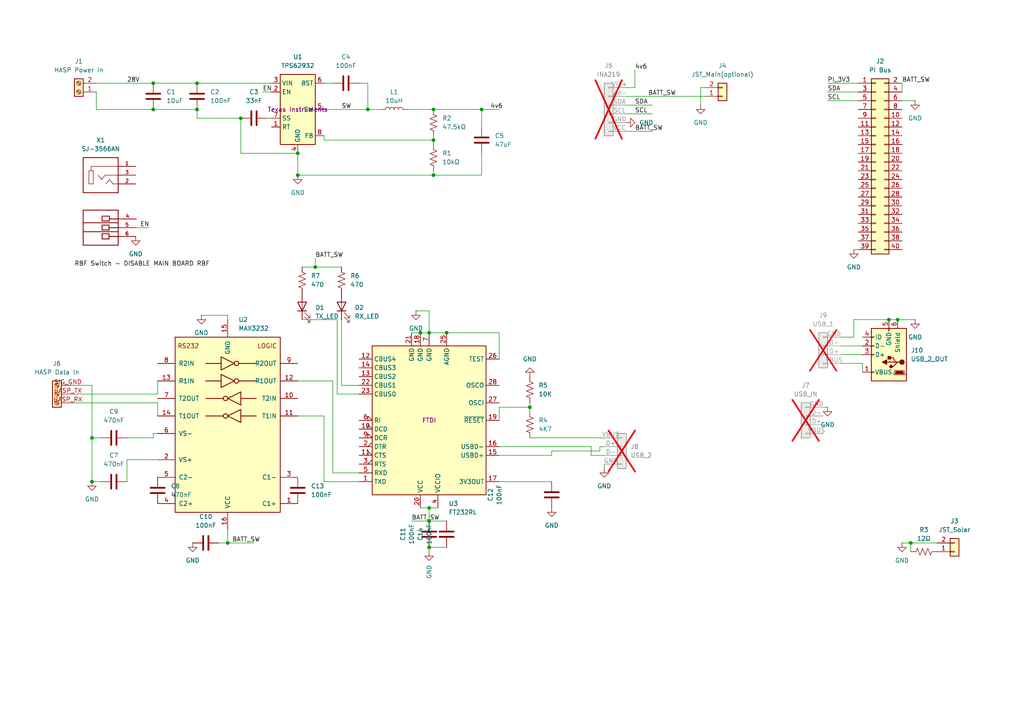
<source format=kicad_sch>
(kicad_sch
	(version 20250114)
	(generator "eeschema")
	(generator_version "9.0")
	(uuid "806b76a6-8b25-4586-9549-c6dbf3d55718")
	(paper "A4")
	(title_block
		(title "CySat Simulator Power Board")
		(rev "0.1")
		(company "M:2:I")
	)
	(lib_symbols
		(symbol "Connector:Screw_Terminal_01x02"
			(pin_names
				(offset 1.016)
				(hide yes)
			)
			(exclude_from_sim no)
			(in_bom yes)
			(on_board yes)
			(property "Reference" "J1"
				(at 0 -8.89 0)
				(effects
					(font
						(size 1.27 1.27)
					)
				)
			)
			(property "Value" "HASP Power In"
				(at 0 -6.35 0)
				(effects
					(font
						(size 1.27 1.27)
					)
				)
			)
			(property "Footprint" "External Libraries:CONN_OSTVN02A150_OST"
				(at 0 0 0)
				(effects
					(font
						(size 1.27 1.27)
					)
					(hide yes)
				)
			)
			(property "Datasheet" "~"
				(at 0 0 0)
				(effects
					(font
						(size 1.27 1.27)
					)
					(hide yes)
				)
			)
			(property "Description" "Generic screw terminal, single row, 01x02, script generated (kicad-library-utils/schlib/autogen/connector/)"
				(at 0 0 0)
				(effects
					(font
						(size 1.27 1.27)
					)
					(hide yes)
				)
			)
			(property "MFPN" ""
				(at 0 0 0)
				(effects
					(font
						(size 1.27 1.27)
					)
					(hide yes)
				)
			)
			(property "ki_keywords" "screw terminal"
				(at 0 0 0)
				(effects
					(font
						(size 1.27 1.27)
					)
					(hide yes)
				)
			)
			(property "ki_fp_filters" "TerminalBlock*:*"
				(at 0 0 0)
				(effects
					(font
						(size 1.27 1.27)
					)
					(hide yes)
				)
			)
			(symbol "Screw_Terminal_01x02_1_1"
				(rectangle
					(start -1.27 1.27)
					(end 1.27 -3.81)
					(stroke
						(width 0.254)
						(type default)
					)
					(fill
						(type background)
					)
				)
				(polyline
					(pts
						(xy -0.5334 0.3302) (xy 0.3302 -0.508)
					)
					(stroke
						(width 0.1524)
						(type default)
					)
					(fill
						(type none)
					)
				)
				(polyline
					(pts
						(xy -0.5334 -2.2098) (xy 0.3302 -3.048)
					)
					(stroke
						(width 0.1524)
						(type default)
					)
					(fill
						(type none)
					)
				)
				(polyline
					(pts
						(xy -0.3556 0.508) (xy 0.508 -0.3302)
					)
					(stroke
						(width 0.1524)
						(type default)
					)
					(fill
						(type none)
					)
				)
				(polyline
					(pts
						(xy -0.3556 -2.032) (xy 0.508 -2.8702)
					)
					(stroke
						(width 0.1524)
						(type default)
					)
					(fill
						(type none)
					)
				)
				(circle
					(center 0 0)
					(radius 0.635)
					(stroke
						(width 0.1524)
						(type default)
					)
					(fill
						(type none)
					)
				)
				(circle
					(center 0 -2.54)
					(radius 0.635)
					(stroke
						(width 0.1524)
						(type default)
					)
					(fill
						(type none)
					)
				)
				(pin passive line
					(at -5.08 0 0)
					(length 3.81)
					(name "Pin_1"
						(effects
							(font
								(size 1.27 1.27)
							)
						)
					)
					(number "1"
						(effects
							(font
								(size 1.27 1.27)
							)
						)
					)
				)
				(pin passive line
					(at -5.08 -2.54 0)
					(length 3.81)
					(name "Pin_2"
						(effects
							(font
								(size 1.27 1.27)
							)
						)
					)
					(number "2"
						(effects
							(font
								(size 1.27 1.27)
							)
						)
					)
				)
			)
			(embedded_fonts no)
		)
		(symbol "Connector:Screw_Terminal_01x03"
			(pin_names
				(offset 1.016)
				(hide yes)
			)
			(exclude_from_sim no)
			(in_bom yes)
			(on_board yes)
			(property "Reference" "J6"
				(at 0 -8.89 0)
				(effects
					(font
						(size 1.27 1.27)
					)
				)
			)
			(property "Value" "HASP Data In"
				(at 0 -6.35 0)
				(effects
					(font
						(size 1.27 1.27)
					)
				)
			)
			(property "Footprint" ""
				(at 0 0 0)
				(effects
					(font
						(size 1.27 1.27)
					)
					(hide yes)
				)
			)
			(property "Datasheet" "~"
				(at 0 0 0)
				(effects
					(font
						(size 1.27 1.27)
					)
					(hide yes)
				)
			)
			(property "Description" "Generic screw terminal, single row, 01x03, script generated (kicad-library-utils/schlib/autogen/connector/)"
				(at 0 0 0)
				(effects
					(font
						(size 1.27 1.27)
					)
					(hide yes)
				)
			)
			(property "ki_keywords" "screw terminal"
				(at 0 0 0)
				(effects
					(font
						(size 1.27 1.27)
					)
					(hide yes)
				)
			)
			(property "ki_fp_filters" "TerminalBlock*:*"
				(at 0 0 0)
				(effects
					(font
						(size 1.27 1.27)
					)
					(hide yes)
				)
			)
			(symbol "Screw_Terminal_01x03_1_1"
				(rectangle
					(start -1.27 3.81)
					(end 1.27 -3.81)
					(stroke
						(width 0.254)
						(type default)
					)
					(fill
						(type background)
					)
				)
				(polyline
					(pts
						(xy -0.5334 2.8702) (xy 0.3302 2.032)
					)
					(stroke
						(width 0.1524)
						(type default)
					)
					(fill
						(type none)
					)
				)
				(polyline
					(pts
						(xy -0.5334 0.3302) (xy 0.3302 -0.508)
					)
					(stroke
						(width 0.1524)
						(type default)
					)
					(fill
						(type none)
					)
				)
				(polyline
					(pts
						(xy -0.5334 -2.2098) (xy 0.3302 -3.048)
					)
					(stroke
						(width 0.1524)
						(type default)
					)
					(fill
						(type none)
					)
				)
				(polyline
					(pts
						(xy -0.3556 3.048) (xy 0.508 2.2098)
					)
					(stroke
						(width 0.1524)
						(type default)
					)
					(fill
						(type none)
					)
				)
				(polyline
					(pts
						(xy -0.3556 0.508) (xy 0.508 -0.3302)
					)
					(stroke
						(width 0.1524)
						(type default)
					)
					(fill
						(type none)
					)
				)
				(polyline
					(pts
						(xy -0.3556 -2.032) (xy 0.508 -2.8702)
					)
					(stroke
						(width 0.1524)
						(type default)
					)
					(fill
						(type none)
					)
				)
				(circle
					(center 0 2.54)
					(radius 0.635)
					(stroke
						(width 0.1524)
						(type default)
					)
					(fill
						(type none)
					)
				)
				(circle
					(center 0 0)
					(radius 0.635)
					(stroke
						(width 0.1524)
						(type default)
					)
					(fill
						(type none)
					)
				)
				(circle
					(center 0 -2.54)
					(radius 0.635)
					(stroke
						(width 0.1524)
						(type default)
					)
					(fill
						(type none)
					)
				)
				(pin passive line
					(at -5.08 2.54 0)
					(length 3.81)
					(name "Pin_1"
						(effects
							(font
								(size 1.27 1.27)
							)
						)
					)
					(number "HASP_RX"
						(effects
							(font
								(size 1.27 1.27)
							)
						)
					)
				)
				(pin passive line
					(at -5.08 0 0)
					(length 3.81)
					(name "Pin_2"
						(effects
							(font
								(size 1.27 1.27)
							)
						)
					)
					(number "HASP_TX"
						(effects
							(font
								(size 1.27 1.27)
							)
						)
					)
				)
				(pin passive line
					(at -5.08 -2.54 0)
					(length 3.81)
					(name "Pin_3"
						(effects
							(font
								(size 1.27 1.27)
							)
						)
					)
					(number "SIG_GND"
						(effects
							(font
								(size 1.27 1.27)
							)
						)
					)
				)
			)
			(embedded_fonts no)
		)
		(symbol "Connector:USB_B_Micro"
			(pin_names
				(offset 1.016)
			)
			(exclude_from_sim no)
			(in_bom yes)
			(on_board yes)
			(property "Reference" "J"
				(at -5.08 11.43 0)
				(effects
					(font
						(size 1.27 1.27)
					)
					(justify left)
				)
			)
			(property "Value" "USB_B_Micro"
				(at -5.08 8.89 0)
				(effects
					(font
						(size 1.27 1.27)
					)
					(justify left)
				)
			)
			(property "Footprint" ""
				(at 3.81 -1.27 0)
				(effects
					(font
						(size 1.27 1.27)
					)
					(hide yes)
				)
			)
			(property "Datasheet" "~"
				(at 3.81 -1.27 0)
				(effects
					(font
						(size 1.27 1.27)
					)
					(hide yes)
				)
			)
			(property "Description" "USB Micro Type B connector"
				(at 0 0 0)
				(effects
					(font
						(size 1.27 1.27)
					)
					(hide yes)
				)
			)
			(property "ki_keywords" "connector USB micro"
				(at 0 0 0)
				(effects
					(font
						(size 1.27 1.27)
					)
					(hide yes)
				)
			)
			(property "ki_fp_filters" "USB*"
				(at 0 0 0)
				(effects
					(font
						(size 1.27 1.27)
					)
					(hide yes)
				)
			)
			(symbol "USB_B_Micro_0_1"
				(rectangle
					(start -5.08 -7.62)
					(end 5.08 7.62)
					(stroke
						(width 0.254)
						(type default)
					)
					(fill
						(type background)
					)
				)
				(polyline
					(pts
						(xy -4.699 5.842) (xy -4.699 5.588) (xy -4.445 4.826) (xy -4.445 4.572) (xy -1.651 4.572) (xy -1.651 4.826)
						(xy -1.397 5.588) (xy -1.397 5.842) (xy -4.699 5.842)
					)
					(stroke
						(width 0)
						(type default)
					)
					(fill
						(type none)
					)
				)
				(polyline
					(pts
						(xy -4.318 5.588) (xy -1.778 5.588) (xy -2.032 4.826) (xy -4.064 4.826) (xy -4.318 5.588)
					)
					(stroke
						(width 0)
						(type default)
					)
					(fill
						(type outline)
					)
				)
				(circle
					(center -3.81 2.159)
					(radius 0.635)
					(stroke
						(width 0.254)
						(type default)
					)
					(fill
						(type outline)
					)
				)
				(polyline
					(pts
						(xy -3.175 2.159) (xy -2.54 2.159) (xy -1.27 3.429) (xy -0.635 3.429)
					)
					(stroke
						(width 0.254)
						(type default)
					)
					(fill
						(type none)
					)
				)
				(polyline
					(pts
						(xy -2.54 2.159) (xy -1.905 2.159) (xy -1.27 0.889) (xy 0 0.889)
					)
					(stroke
						(width 0.254)
						(type default)
					)
					(fill
						(type none)
					)
				)
				(polyline
					(pts
						(xy -1.905 2.159) (xy 0.635 2.159)
					)
					(stroke
						(width 0.254)
						(type default)
					)
					(fill
						(type none)
					)
				)
				(circle
					(center -0.635 3.429)
					(radius 0.381)
					(stroke
						(width 0.254)
						(type default)
					)
					(fill
						(type outline)
					)
				)
				(rectangle
					(start -0.127 -7.62)
					(end 0.127 -6.858)
					(stroke
						(width 0)
						(type default)
					)
					(fill
						(type none)
					)
				)
				(rectangle
					(start 0.254 1.27)
					(end -0.508 0.508)
					(stroke
						(width 0.254)
						(type default)
					)
					(fill
						(type outline)
					)
				)
				(polyline
					(pts
						(xy 0.635 2.794) (xy 0.635 1.524) (xy 1.905 2.159) (xy 0.635 2.794)
					)
					(stroke
						(width 0.254)
						(type default)
					)
					(fill
						(type outline)
					)
				)
				(rectangle
					(start 5.08 4.953)
					(end 4.318 5.207)
					(stroke
						(width 0)
						(type default)
					)
					(fill
						(type none)
					)
				)
				(rectangle
					(start 5.08 -0.127)
					(end 4.318 0.127)
					(stroke
						(width 0)
						(type default)
					)
					(fill
						(type none)
					)
				)
				(rectangle
					(start 5.08 -2.667)
					(end 4.318 -2.413)
					(stroke
						(width 0)
						(type default)
					)
					(fill
						(type none)
					)
				)
				(rectangle
					(start 5.08 -5.207)
					(end 4.318 -4.953)
					(stroke
						(width 0)
						(type default)
					)
					(fill
						(type none)
					)
				)
			)
			(symbol "USB_B_Micro_1_1"
				(pin passive line
					(at -2.54 -10.16 90)
					(length 2.54)
					(name "Shield"
						(effects
							(font
								(size 1.27 1.27)
							)
						)
					)
					(number "6"
						(effects
							(font
								(size 1.27 1.27)
							)
						)
					)
				)
				(pin power_out line
					(at 0 -10.16 90)
					(length 2.54)
					(name "GND"
						(effects
							(font
								(size 1.27 1.27)
							)
						)
					)
					(number "5"
						(effects
							(font
								(size 1.27 1.27)
							)
						)
					)
				)
				(pin power_out line
					(at 7.62 5.08 180)
					(length 2.54)
					(name "VBUS"
						(effects
							(font
								(size 1.27 1.27)
							)
						)
					)
					(number "1"
						(effects
							(font
								(size 1.27 1.27)
							)
						)
					)
				)
				(pin bidirectional line
					(at 7.62 0 180)
					(length 2.54)
					(name "D+"
						(effects
							(font
								(size 1.27 1.27)
							)
						)
					)
					(number "3"
						(effects
							(font
								(size 1.27 1.27)
							)
						)
					)
				)
				(pin bidirectional line
					(at 7.62 -2.54 180)
					(length 2.54)
					(name "D-"
						(effects
							(font
								(size 1.27 1.27)
							)
						)
					)
					(number "2"
						(effects
							(font
								(size 1.27 1.27)
							)
						)
					)
				)
				(pin passive line
					(at 7.62 -5.08 180)
					(length 2.54)
					(name "ID"
						(effects
							(font
								(size 1.27 1.27)
							)
						)
					)
					(number "4"
						(effects
							(font
								(size 1.27 1.27)
							)
						)
					)
				)
			)
			(embedded_fonts no)
		)
		(symbol "Connector_Generic:Conn_01x02"
			(pin_names
				(offset 1.016)
				(hide yes)
			)
			(exclude_from_sim no)
			(in_bom yes)
			(on_board yes)
			(property "Reference" "J"
				(at 0 2.54 0)
				(effects
					(font
						(size 1.27 1.27)
					)
				)
			)
			(property "Value" "Conn_01x02"
				(at 0 -5.08 0)
				(effects
					(font
						(size 1.27 1.27)
					)
				)
			)
			(property "Footprint" ""
				(at 0 0 0)
				(effects
					(font
						(size 1.27 1.27)
					)
					(hide yes)
				)
			)
			(property "Datasheet" "~"
				(at 0 0 0)
				(effects
					(font
						(size 1.27 1.27)
					)
					(hide yes)
				)
			)
			(property "Description" "Generic connector, single row, 01x02, script generated (kicad-library-utils/schlib/autogen/connector/)"
				(at 0 0 0)
				(effects
					(font
						(size 1.27 1.27)
					)
					(hide yes)
				)
			)
			(property "ki_keywords" "connector"
				(at 0 0 0)
				(effects
					(font
						(size 1.27 1.27)
					)
					(hide yes)
				)
			)
			(property "ki_fp_filters" "Connector*:*_1x??_*"
				(at 0 0 0)
				(effects
					(font
						(size 1.27 1.27)
					)
					(hide yes)
				)
			)
			(symbol "Conn_01x02_1_1"
				(rectangle
					(start -1.27 1.27)
					(end 1.27 -3.81)
					(stroke
						(width 0.254)
						(type default)
					)
					(fill
						(type background)
					)
				)
				(rectangle
					(start -1.27 0.127)
					(end 0 -0.127)
					(stroke
						(width 0.1524)
						(type default)
					)
					(fill
						(type none)
					)
				)
				(rectangle
					(start -1.27 -2.413)
					(end 0 -2.667)
					(stroke
						(width 0.1524)
						(type default)
					)
					(fill
						(type none)
					)
				)
				(pin passive line
					(at -5.08 0 0)
					(length 3.81)
					(name "Pin_1"
						(effects
							(font
								(size 1.27 1.27)
							)
						)
					)
					(number "1"
						(effects
							(font
								(size 1.27 1.27)
							)
						)
					)
				)
				(pin passive line
					(at -5.08 -2.54 0)
					(length 3.81)
					(name "Pin_2"
						(effects
							(font
								(size 1.27 1.27)
							)
						)
					)
					(number "2"
						(effects
							(font
								(size 1.27 1.27)
							)
						)
					)
				)
			)
			(embedded_fonts no)
		)
		(symbol "Connector_Generic:Conn_01x04"
			(pin_names
				(offset 1.016)
				(hide yes)
			)
			(exclude_from_sim no)
			(in_bom yes)
			(on_board yes)
			(property "Reference" "J7"
				(at 0 -11.43 0)
				(effects
					(font
						(size 1.27 1.27)
					)
				)
			)
			(property "Value" "Conn_01x04"
				(at 0 -8.89 0)
				(effects
					(font
						(size 1.27 1.27)
					)
				)
			)
			(property "Footprint" ""
				(at 0 0 0)
				(effects
					(font
						(size 1.27 1.27)
					)
					(hide yes)
				)
			)
			(property "Datasheet" "~"
				(at 0 0 0)
				(effects
					(font
						(size 1.27 1.27)
					)
					(hide yes)
				)
			)
			(property "Description" "Generic connector, single row, 01x04, script generated (kicad-library-utils/schlib/autogen/connector/)"
				(at 0 0 0)
				(effects
					(font
						(size 1.27 1.27)
					)
					(hide yes)
				)
			)
			(property "ki_keywords" "connector"
				(at 0 0 0)
				(effects
					(font
						(size 1.27 1.27)
					)
					(hide yes)
				)
			)
			(property "ki_fp_filters" "Connector*:*_1x??_*"
				(at 0 0 0)
				(effects
					(font
						(size 1.27 1.27)
					)
					(hide yes)
				)
			)
			(symbol "Conn_01x04_1_1"
				(rectangle
					(start -1.27 3.81)
					(end 1.27 -6.35)
					(stroke
						(width 0.254)
						(type default)
					)
					(fill
						(type background)
					)
				)
				(rectangle
					(start -1.27 2.667)
					(end 0 2.413)
					(stroke
						(width 0.1524)
						(type default)
					)
					(fill
						(type none)
					)
				)
				(rectangle
					(start -1.27 0.127)
					(end 0 -0.127)
					(stroke
						(width 0.1524)
						(type default)
					)
					(fill
						(type none)
					)
				)
				(rectangle
					(start -1.27 -2.413)
					(end 0 -2.667)
					(stroke
						(width 0.1524)
						(type default)
					)
					(fill
						(type none)
					)
				)
				(rectangle
					(start -1.27 -4.953)
					(end 0 -5.207)
					(stroke
						(width 0.1524)
						(type default)
					)
					(fill
						(type none)
					)
				)
				(pin passive line
					(at -5.08 2.54 0)
					(length 3.81)
					(name "Pin_1"
						(effects
							(font
								(size 1.27 1.27)
							)
						)
					)
					(number "VBUS"
						(effects
							(font
								(size 1.27 1.27)
							)
						)
					)
				)
				(pin passive line
					(at -5.08 0 0)
					(length 3.81)
					(name "Pin_2"
						(effects
							(font
								(size 1.27 1.27)
							)
						)
					)
					(number "D+"
						(effects
							(font
								(size 1.27 1.27)
							)
						)
					)
				)
				(pin passive line
					(at -5.08 -2.54 0)
					(length 3.81)
					(name "Pin_3"
						(effects
							(font
								(size 1.27 1.27)
							)
						)
					)
					(number "D-"
						(effects
							(font
								(size 1.27 1.27)
							)
						)
					)
				)
				(pin passive line
					(at -5.08 -5.08 0)
					(length 3.81)
					(name "Pin_4"
						(effects
							(font
								(size 1.27 1.27)
							)
						)
					)
					(number "GND"
						(effects
							(font
								(size 1.27 1.27)
							)
						)
					)
				)
			)
			(embedded_fonts no)
		)
		(symbol "Connector_Generic:Conn_01x06"
			(pin_names
				(offset 1.016)
				(hide yes)
			)
			(exclude_from_sim no)
			(in_bom yes)
			(on_board yes)
			(property "Reference" "J5"
				(at 2.54 0.0001 0)
				(effects
					(font
						(size 1.27 1.27)
					)
					(justify left)
				)
			)
			(property "Value" "Conn_01x06"
				(at 2.54 -2.5399 0)
				(effects
					(font
						(size 1.27 1.27)
					)
					(justify left)
				)
			)
			(property "Footprint" ""
				(at 0 0 0)
				(effects
					(font
						(size 1.27 1.27)
					)
					(hide yes)
				)
			)
			(property "Datasheet" "~"
				(at 0 0 0)
				(effects
					(font
						(size 1.27 1.27)
					)
					(hide yes)
				)
			)
			(property "Description" "Generic connector, single row, 01x06, script generated (kicad-library-utils/schlib/autogen/connector/)"
				(at 0 0 0)
				(effects
					(font
						(size 1.27 1.27)
					)
					(hide yes)
				)
			)
			(property "ki_keywords" "connector"
				(at 0 0 0)
				(effects
					(font
						(size 1.27 1.27)
					)
					(hide yes)
				)
			)
			(property "ki_fp_filters" "Connector*:*_1x??_*"
				(at 0 0 0)
				(effects
					(font
						(size 1.27 1.27)
					)
					(hide yes)
				)
			)
			(symbol "Conn_01x06_1_1"
				(rectangle
					(start -1.27 6.35)
					(end 1.27 -8.89)
					(stroke
						(width 0.254)
						(type default)
					)
					(fill
						(type background)
					)
				)
				(rectangle
					(start -1.27 5.207)
					(end 0 4.953)
					(stroke
						(width 0.1524)
						(type default)
					)
					(fill
						(type none)
					)
				)
				(rectangle
					(start -1.27 2.667)
					(end 0 2.413)
					(stroke
						(width 0.1524)
						(type default)
					)
					(fill
						(type none)
					)
				)
				(rectangle
					(start -1.27 0.127)
					(end 0 -0.127)
					(stroke
						(width 0.1524)
						(type default)
					)
					(fill
						(type none)
					)
				)
				(rectangle
					(start -1.27 -2.413)
					(end 0 -2.667)
					(stroke
						(width 0.1524)
						(type default)
					)
					(fill
						(type none)
					)
				)
				(rectangle
					(start -1.27 -4.953)
					(end 0 -5.207)
					(stroke
						(width 0.1524)
						(type default)
					)
					(fill
						(type none)
					)
				)
				(rectangle
					(start -1.27 -7.493)
					(end 0 -7.747)
					(stroke
						(width 0.1524)
						(type default)
					)
					(fill
						(type none)
					)
				)
				(pin passive line
					(at -5.08 5.08 0)
					(length 3.81)
					(name "Pin_1"
						(effects
							(font
								(size 1.27 1.27)
							)
						)
					)
					(number "VCC"
						(effects
							(font
								(size 1.27 1.27)
							)
						)
					)
				)
				(pin passive line
					(at -5.08 2.54 0)
					(length 3.81)
					(name "Pin_2"
						(effects
							(font
								(size 1.27 1.27)
							)
						)
					)
					(number "GND"
						(effects
							(font
								(size 1.27 1.27)
							)
						)
					)
				)
				(pin passive line
					(at -5.08 0 0)
					(length 3.81)
					(name "Pin_3"
						(effects
							(font
								(size 1.27 1.27)
							)
						)
					)
					(number "SCL"
						(effects
							(font
								(size 1.27 1.27)
							)
						)
					)
				)
				(pin passive line
					(at -5.08 -2.54 0)
					(length 3.81)
					(name "Pin_4"
						(effects
							(font
								(size 1.27 1.27)
							)
						)
					)
					(number "SDA"
						(effects
							(font
								(size 1.27 1.27)
							)
						)
					)
				)
				(pin passive line
					(at -5.08 -5.08 0)
					(length 3.81)
					(name "Pin_5"
						(effects
							(font
								(size 1.27 1.27)
							)
						)
					)
					(number "Vin-"
						(effects
							(font
								(size 1.27 1.27)
							)
						)
					)
				)
				(pin passive line
					(at -5.08 -7.62 0)
					(length 3.81)
					(name "Pin_6"
						(effects
							(font
								(size 1.27 1.27)
							)
						)
					)
					(number "Vin+"
						(effects
							(font
								(size 1.27 1.27)
							)
						)
					)
				)
			)
			(embedded_fonts no)
		)
		(symbol "Connector_Generic:Conn_02x20_Odd_Even"
			(pin_names
				(offset 1.016)
				(hide yes)
			)
			(exclude_from_sim no)
			(in_bom yes)
			(on_board yes)
			(property "Reference" "J"
				(at 1.27 25.4 0)
				(effects
					(font
						(size 1.27 1.27)
					)
				)
			)
			(property "Value" "Conn_02x20_Odd_Even"
				(at 1.27 -27.94 0)
				(effects
					(font
						(size 1.27 1.27)
					)
				)
			)
			(property "Footprint" ""
				(at 0 0 0)
				(effects
					(font
						(size 1.27 1.27)
					)
					(hide yes)
				)
			)
			(property "Datasheet" "~"
				(at 0 0 0)
				(effects
					(font
						(size 1.27 1.27)
					)
					(hide yes)
				)
			)
			(property "Description" "Generic connector, double row, 02x20, odd/even pin numbering scheme (row 1 odd numbers, row 2 even numbers), script generated (kicad-library-utils/schlib/autogen/connector/)"
				(at 0 0 0)
				(effects
					(font
						(size 1.27 1.27)
					)
					(hide yes)
				)
			)
			(property "ki_keywords" "connector"
				(at 0 0 0)
				(effects
					(font
						(size 1.27 1.27)
					)
					(hide yes)
				)
			)
			(property "ki_fp_filters" "Connector*:*_2x??_*"
				(at 0 0 0)
				(effects
					(font
						(size 1.27 1.27)
					)
					(hide yes)
				)
			)
			(symbol "Conn_02x20_Odd_Even_1_1"
				(rectangle
					(start -1.27 24.13)
					(end 3.81 -26.67)
					(stroke
						(width 0.254)
						(type default)
					)
					(fill
						(type background)
					)
				)
				(rectangle
					(start -1.27 22.987)
					(end 0 22.733)
					(stroke
						(width 0.1524)
						(type default)
					)
					(fill
						(type none)
					)
				)
				(rectangle
					(start -1.27 20.447)
					(end 0 20.193)
					(stroke
						(width 0.1524)
						(type default)
					)
					(fill
						(type none)
					)
				)
				(rectangle
					(start -1.27 17.907)
					(end 0 17.653)
					(stroke
						(width 0.1524)
						(type default)
					)
					(fill
						(type none)
					)
				)
				(rectangle
					(start -1.27 15.367)
					(end 0 15.113)
					(stroke
						(width 0.1524)
						(type default)
					)
					(fill
						(type none)
					)
				)
				(rectangle
					(start -1.27 12.827)
					(end 0 12.573)
					(stroke
						(width 0.1524)
						(type default)
					)
					(fill
						(type none)
					)
				)
				(rectangle
					(start -1.27 10.287)
					(end 0 10.033)
					(stroke
						(width 0.1524)
						(type default)
					)
					(fill
						(type none)
					)
				)
				(rectangle
					(start -1.27 7.747)
					(end 0 7.493)
					(stroke
						(width 0.1524)
						(type default)
					)
					(fill
						(type none)
					)
				)
				(rectangle
					(start -1.27 5.207)
					(end 0 4.953)
					(stroke
						(width 0.1524)
						(type default)
					)
					(fill
						(type none)
					)
				)
				(rectangle
					(start -1.27 2.667)
					(end 0 2.413)
					(stroke
						(width 0.1524)
						(type default)
					)
					(fill
						(type none)
					)
				)
				(rectangle
					(start -1.27 0.127)
					(end 0 -0.127)
					(stroke
						(width 0.1524)
						(type default)
					)
					(fill
						(type none)
					)
				)
				(rectangle
					(start -1.27 -2.413)
					(end 0 -2.667)
					(stroke
						(width 0.1524)
						(type default)
					)
					(fill
						(type none)
					)
				)
				(rectangle
					(start -1.27 -4.953)
					(end 0 -5.207)
					(stroke
						(width 0.1524)
						(type default)
					)
					(fill
						(type none)
					)
				)
				(rectangle
					(start -1.27 -7.493)
					(end 0 -7.747)
					(stroke
						(width 0.1524)
						(type default)
					)
					(fill
						(type none)
					)
				)
				(rectangle
					(start -1.27 -10.033)
					(end 0 -10.287)
					(stroke
						(width 0.1524)
						(type default)
					)
					(fill
						(type none)
					)
				)
				(rectangle
					(start -1.27 -12.573)
					(end 0 -12.827)
					(stroke
						(width 0.1524)
						(type default)
					)
					(fill
						(type none)
					)
				)
				(rectangle
					(start -1.27 -15.113)
					(end 0 -15.367)
					(stroke
						(width 0.1524)
						(type default)
					)
					(fill
						(type none)
					)
				)
				(rectangle
					(start -1.27 -17.653)
					(end 0 -17.907)
					(stroke
						(width 0.1524)
						(type default)
					)
					(fill
						(type none)
					)
				)
				(rectangle
					(start -1.27 -20.193)
					(end 0 -20.447)
					(stroke
						(width 0.1524)
						(type default)
					)
					(fill
						(type none)
					)
				)
				(rectangle
					(start -1.27 -22.733)
					(end 0 -22.987)
					(stroke
						(width 0.1524)
						(type default)
					)
					(fill
						(type none)
					)
				)
				(rectangle
					(start -1.27 -25.273)
					(end 0 -25.527)
					(stroke
						(width 0.1524)
						(type default)
					)
					(fill
						(type none)
					)
				)
				(rectangle
					(start 3.81 22.987)
					(end 2.54 22.733)
					(stroke
						(width 0.1524)
						(type default)
					)
					(fill
						(type none)
					)
				)
				(rectangle
					(start 3.81 20.447)
					(end 2.54 20.193)
					(stroke
						(width 0.1524)
						(type default)
					)
					(fill
						(type none)
					)
				)
				(rectangle
					(start 3.81 17.907)
					(end 2.54 17.653)
					(stroke
						(width 0.1524)
						(type default)
					)
					(fill
						(type none)
					)
				)
				(rectangle
					(start 3.81 15.367)
					(end 2.54 15.113)
					(stroke
						(width 0.1524)
						(type default)
					)
					(fill
						(type none)
					)
				)
				(rectangle
					(start 3.81 12.827)
					(end 2.54 12.573)
					(stroke
						(width 0.1524)
						(type default)
					)
					(fill
						(type none)
					)
				)
				(rectangle
					(start 3.81 10.287)
					(end 2.54 10.033)
					(stroke
						(width 0.1524)
						(type default)
					)
					(fill
						(type none)
					)
				)
				(rectangle
					(start 3.81 7.747)
					(end 2.54 7.493)
					(stroke
						(width 0.1524)
						(type default)
					)
					(fill
						(type none)
					)
				)
				(rectangle
					(start 3.81 5.207)
					(end 2.54 4.953)
					(stroke
						(width 0.1524)
						(type default)
					)
					(fill
						(type none)
					)
				)
				(rectangle
					(start 3.81 2.667)
					(end 2.54 2.413)
					(stroke
						(width 0.1524)
						(type default)
					)
					(fill
						(type none)
					)
				)
				(rectangle
					(start 3.81 0.127)
					(end 2.54 -0.127)
					(stroke
						(width 0.1524)
						(type default)
					)
					(fill
						(type none)
					)
				)
				(rectangle
					(start 3.81 -2.413)
					(end 2.54 -2.667)
					(stroke
						(width 0.1524)
						(type default)
					)
					(fill
						(type none)
					)
				)
				(rectangle
					(start 3.81 -4.953)
					(end 2.54 -5.207)
					(stroke
						(width 0.1524)
						(type default)
					)
					(fill
						(type none)
					)
				)
				(rectangle
					(start 3.81 -7.493)
					(end 2.54 -7.747)
					(stroke
						(width 0.1524)
						(type default)
					)
					(fill
						(type none)
					)
				)
				(rectangle
					(start 3.81 -10.033)
					(end 2.54 -10.287)
					(stroke
						(width 0.1524)
						(type default)
					)
					(fill
						(type none)
					)
				)
				(rectangle
					(start 3.81 -12.573)
					(end 2.54 -12.827)
					(stroke
						(width 0.1524)
						(type default)
					)
					(fill
						(type none)
					)
				)
				(rectangle
					(start 3.81 -15.113)
					(end 2.54 -15.367)
					(stroke
						(width 0.1524)
						(type default)
					)
					(fill
						(type none)
					)
				)
				(rectangle
					(start 3.81 -17.653)
					(end 2.54 -17.907)
					(stroke
						(width 0.1524)
						(type default)
					)
					(fill
						(type none)
					)
				)
				(rectangle
					(start 3.81 -20.193)
					(end 2.54 -20.447)
					(stroke
						(width 0.1524)
						(type default)
					)
					(fill
						(type none)
					)
				)
				(rectangle
					(start 3.81 -22.733)
					(end 2.54 -22.987)
					(stroke
						(width 0.1524)
						(type default)
					)
					(fill
						(type none)
					)
				)
				(rectangle
					(start 3.81 -25.273)
					(end 2.54 -25.527)
					(stroke
						(width 0.1524)
						(type default)
					)
					(fill
						(type none)
					)
				)
				(pin passive line
					(at -5.08 22.86 0)
					(length 3.81)
					(name "Pin_1"
						(effects
							(font
								(size 1.27 1.27)
							)
						)
					)
					(number "1"
						(effects
							(font
								(size 1.27 1.27)
							)
						)
					)
				)
				(pin passive line
					(at -5.08 20.32 0)
					(length 3.81)
					(name "Pin_3"
						(effects
							(font
								(size 1.27 1.27)
							)
						)
					)
					(number "3"
						(effects
							(font
								(size 1.27 1.27)
							)
						)
					)
				)
				(pin passive line
					(at -5.08 17.78 0)
					(length 3.81)
					(name "Pin_5"
						(effects
							(font
								(size 1.27 1.27)
							)
						)
					)
					(number "5"
						(effects
							(font
								(size 1.27 1.27)
							)
						)
					)
				)
				(pin passive line
					(at -5.08 15.24 0)
					(length 3.81)
					(name "Pin_7"
						(effects
							(font
								(size 1.27 1.27)
							)
						)
					)
					(number "7"
						(effects
							(font
								(size 1.27 1.27)
							)
						)
					)
				)
				(pin passive line
					(at -5.08 12.7 0)
					(length 3.81)
					(name "Pin_9"
						(effects
							(font
								(size 1.27 1.27)
							)
						)
					)
					(number "9"
						(effects
							(font
								(size 1.27 1.27)
							)
						)
					)
				)
				(pin passive line
					(at -5.08 10.16 0)
					(length 3.81)
					(name "Pin_11"
						(effects
							(font
								(size 1.27 1.27)
							)
						)
					)
					(number "11"
						(effects
							(font
								(size 1.27 1.27)
							)
						)
					)
				)
				(pin passive line
					(at -5.08 7.62 0)
					(length 3.81)
					(name "Pin_13"
						(effects
							(font
								(size 1.27 1.27)
							)
						)
					)
					(number "13"
						(effects
							(font
								(size 1.27 1.27)
							)
						)
					)
				)
				(pin passive line
					(at -5.08 5.08 0)
					(length 3.81)
					(name "Pin_15"
						(effects
							(font
								(size 1.27 1.27)
							)
						)
					)
					(number "15"
						(effects
							(font
								(size 1.27 1.27)
							)
						)
					)
				)
				(pin passive line
					(at -5.08 2.54 0)
					(length 3.81)
					(name "Pin_17"
						(effects
							(font
								(size 1.27 1.27)
							)
						)
					)
					(number "17"
						(effects
							(font
								(size 1.27 1.27)
							)
						)
					)
				)
				(pin passive line
					(at -5.08 0 0)
					(length 3.81)
					(name "Pin_19"
						(effects
							(font
								(size 1.27 1.27)
							)
						)
					)
					(number "19"
						(effects
							(font
								(size 1.27 1.27)
							)
						)
					)
				)
				(pin passive line
					(at -5.08 -2.54 0)
					(length 3.81)
					(name "Pin_21"
						(effects
							(font
								(size 1.27 1.27)
							)
						)
					)
					(number "21"
						(effects
							(font
								(size 1.27 1.27)
							)
						)
					)
				)
				(pin passive line
					(at -5.08 -5.08 0)
					(length 3.81)
					(name "Pin_23"
						(effects
							(font
								(size 1.27 1.27)
							)
						)
					)
					(number "23"
						(effects
							(font
								(size 1.27 1.27)
							)
						)
					)
				)
				(pin passive line
					(at -5.08 -7.62 0)
					(length 3.81)
					(name "Pin_25"
						(effects
							(font
								(size 1.27 1.27)
							)
						)
					)
					(number "25"
						(effects
							(font
								(size 1.27 1.27)
							)
						)
					)
				)
				(pin passive line
					(at -5.08 -10.16 0)
					(length 3.81)
					(name "Pin_27"
						(effects
							(font
								(size 1.27 1.27)
							)
						)
					)
					(number "27"
						(effects
							(font
								(size 1.27 1.27)
							)
						)
					)
				)
				(pin passive line
					(at -5.08 -12.7 0)
					(length 3.81)
					(name "Pin_29"
						(effects
							(font
								(size 1.27 1.27)
							)
						)
					)
					(number "29"
						(effects
							(font
								(size 1.27 1.27)
							)
						)
					)
				)
				(pin passive line
					(at -5.08 -15.24 0)
					(length 3.81)
					(name "Pin_31"
						(effects
							(font
								(size 1.27 1.27)
							)
						)
					)
					(number "31"
						(effects
							(font
								(size 1.27 1.27)
							)
						)
					)
				)
				(pin passive line
					(at -5.08 -17.78 0)
					(length 3.81)
					(name "Pin_33"
						(effects
							(font
								(size 1.27 1.27)
							)
						)
					)
					(number "33"
						(effects
							(font
								(size 1.27 1.27)
							)
						)
					)
				)
				(pin passive line
					(at -5.08 -20.32 0)
					(length 3.81)
					(name "Pin_35"
						(effects
							(font
								(size 1.27 1.27)
							)
						)
					)
					(number "35"
						(effects
							(font
								(size 1.27 1.27)
							)
						)
					)
				)
				(pin passive line
					(at -5.08 -22.86 0)
					(length 3.81)
					(name "Pin_37"
						(effects
							(font
								(size 1.27 1.27)
							)
						)
					)
					(number "37"
						(effects
							(font
								(size 1.27 1.27)
							)
						)
					)
				)
				(pin passive line
					(at -5.08 -25.4 0)
					(length 3.81)
					(name "Pin_39"
						(effects
							(font
								(size 1.27 1.27)
							)
						)
					)
					(number "39"
						(effects
							(font
								(size 1.27 1.27)
							)
						)
					)
				)
				(pin passive line
					(at 7.62 22.86 180)
					(length 3.81)
					(name "Pin_2"
						(effects
							(font
								(size 1.27 1.27)
							)
						)
					)
					(number "2"
						(effects
							(font
								(size 1.27 1.27)
							)
						)
					)
				)
				(pin passive line
					(at 7.62 20.32 180)
					(length 3.81)
					(name "Pin_4"
						(effects
							(font
								(size 1.27 1.27)
							)
						)
					)
					(number "4"
						(effects
							(font
								(size 1.27 1.27)
							)
						)
					)
				)
				(pin passive line
					(at 7.62 17.78 180)
					(length 3.81)
					(name "Pin_6"
						(effects
							(font
								(size 1.27 1.27)
							)
						)
					)
					(number "6"
						(effects
							(font
								(size 1.27 1.27)
							)
						)
					)
				)
				(pin passive line
					(at 7.62 15.24 180)
					(length 3.81)
					(name "Pin_8"
						(effects
							(font
								(size 1.27 1.27)
							)
						)
					)
					(number "8"
						(effects
							(font
								(size 1.27 1.27)
							)
						)
					)
				)
				(pin passive line
					(at 7.62 12.7 180)
					(length 3.81)
					(name "Pin_10"
						(effects
							(font
								(size 1.27 1.27)
							)
						)
					)
					(number "10"
						(effects
							(font
								(size 1.27 1.27)
							)
						)
					)
				)
				(pin passive line
					(at 7.62 10.16 180)
					(length 3.81)
					(name "Pin_12"
						(effects
							(font
								(size 1.27 1.27)
							)
						)
					)
					(number "12"
						(effects
							(font
								(size 1.27 1.27)
							)
						)
					)
				)
				(pin passive line
					(at 7.62 7.62 180)
					(length 3.81)
					(name "Pin_14"
						(effects
							(font
								(size 1.27 1.27)
							)
						)
					)
					(number "14"
						(effects
							(font
								(size 1.27 1.27)
							)
						)
					)
				)
				(pin passive line
					(at 7.62 5.08 180)
					(length 3.81)
					(name "Pin_16"
						(effects
							(font
								(size 1.27 1.27)
							)
						)
					)
					(number "16"
						(effects
							(font
								(size 1.27 1.27)
							)
						)
					)
				)
				(pin passive line
					(at 7.62 2.54 180)
					(length 3.81)
					(name "Pin_18"
						(effects
							(font
								(size 1.27 1.27)
							)
						)
					)
					(number "18"
						(effects
							(font
								(size 1.27 1.27)
							)
						)
					)
				)
				(pin passive line
					(at 7.62 0 180)
					(length 3.81)
					(name "Pin_20"
						(effects
							(font
								(size 1.27 1.27)
							)
						)
					)
					(number "20"
						(effects
							(font
								(size 1.27 1.27)
							)
						)
					)
				)
				(pin passive line
					(at 7.62 -2.54 180)
					(length 3.81)
					(name "Pin_22"
						(effects
							(font
								(size 1.27 1.27)
							)
						)
					)
					(number "22"
						(effects
							(font
								(size 1.27 1.27)
							)
						)
					)
				)
				(pin passive line
					(at 7.62 -5.08 180)
					(length 3.81)
					(name "Pin_24"
						(effects
							(font
								(size 1.27 1.27)
							)
						)
					)
					(number "24"
						(effects
							(font
								(size 1.27 1.27)
							)
						)
					)
				)
				(pin passive line
					(at 7.62 -7.62 180)
					(length 3.81)
					(name "Pin_26"
						(effects
							(font
								(size 1.27 1.27)
							)
						)
					)
					(number "26"
						(effects
							(font
								(size 1.27 1.27)
							)
						)
					)
				)
				(pin passive line
					(at 7.62 -10.16 180)
					(length 3.81)
					(name "Pin_28"
						(effects
							(font
								(size 1.27 1.27)
							)
						)
					)
					(number "28"
						(effects
							(font
								(size 1.27 1.27)
							)
						)
					)
				)
				(pin passive line
					(at 7.62 -12.7 180)
					(length 3.81)
					(name "Pin_30"
						(effects
							(font
								(size 1.27 1.27)
							)
						)
					)
					(number "30"
						(effects
							(font
								(size 1.27 1.27)
							)
						)
					)
				)
				(pin passive line
					(at 7.62 -15.24 180)
					(length 3.81)
					(name "Pin_32"
						(effects
							(font
								(size 1.27 1.27)
							)
						)
					)
					(number "32"
						(effects
							(font
								(size 1.27 1.27)
							)
						)
					)
				)
				(pin passive line
					(at 7.62 -17.78 180)
					(length 3.81)
					(name "Pin_34"
						(effects
							(font
								(size 1.27 1.27)
							)
						)
					)
					(number "34"
						(effects
							(font
								(size 1.27 1.27)
							)
						)
					)
				)
				(pin passive line
					(at 7.62 -20.32 180)
					(length 3.81)
					(name "Pin_36"
						(effects
							(font
								(size 1.27 1.27)
							)
						)
					)
					(number "36"
						(effects
							(font
								(size 1.27 1.27)
							)
						)
					)
				)
				(pin passive line
					(at 7.62 -22.86 180)
					(length 3.81)
					(name "Pin_38"
						(effects
							(font
								(size 1.27 1.27)
							)
						)
					)
					(number "38"
						(effects
							(font
								(size 1.27 1.27)
							)
						)
					)
				)
				(pin passive line
					(at 7.62 -25.4 180)
					(length 3.81)
					(name "Pin_40"
						(effects
							(font
								(size 1.27 1.27)
							)
						)
					)
					(number "40"
						(effects
							(font
								(size 1.27 1.27)
							)
						)
					)
				)
			)
			(embedded_fonts no)
		)
		(symbol "Device:C"
			(pin_numbers
				(hide yes)
			)
			(pin_names
				(offset 0.254)
			)
			(exclude_from_sim no)
			(in_bom yes)
			(on_board yes)
			(property "Reference" "C"
				(at 0.635 2.54 0)
				(effects
					(font
						(size 1.27 1.27)
					)
					(justify left)
				)
			)
			(property "Value" "C"
				(at 0.635 -2.54 0)
				(effects
					(font
						(size 1.27 1.27)
					)
					(justify left)
				)
			)
			(property "Footprint" ""
				(at 0.9652 -3.81 0)
				(effects
					(font
						(size 1.27 1.27)
					)
					(hide yes)
				)
			)
			(property "Datasheet" "~"
				(at 0 0 0)
				(effects
					(font
						(size 1.27 1.27)
					)
					(hide yes)
				)
			)
			(property "Description" "Unpolarized capacitor"
				(at 0 0 0)
				(effects
					(font
						(size 1.27 1.27)
					)
					(hide yes)
				)
			)
			(property "ki_keywords" "cap capacitor"
				(at 0 0 0)
				(effects
					(font
						(size 1.27 1.27)
					)
					(hide yes)
				)
			)
			(property "ki_fp_filters" "C_*"
				(at 0 0 0)
				(effects
					(font
						(size 1.27 1.27)
					)
					(hide yes)
				)
			)
			(symbol "C_0_1"
				(polyline
					(pts
						(xy -2.032 0.762) (xy 2.032 0.762)
					)
					(stroke
						(width 0.508)
						(type default)
					)
					(fill
						(type none)
					)
				)
				(polyline
					(pts
						(xy -2.032 -0.762) (xy 2.032 -0.762)
					)
					(stroke
						(width 0.508)
						(type default)
					)
					(fill
						(type none)
					)
				)
			)
			(symbol "C_1_1"
				(pin passive line
					(at 0 3.81 270)
					(length 2.794)
					(name "~"
						(effects
							(font
								(size 1.27 1.27)
							)
						)
					)
					(number "1"
						(effects
							(font
								(size 1.27 1.27)
							)
						)
					)
				)
				(pin passive line
					(at 0 -3.81 90)
					(length 2.794)
					(name "~"
						(effects
							(font
								(size 1.27 1.27)
							)
						)
					)
					(number "2"
						(effects
							(font
								(size 1.27 1.27)
							)
						)
					)
				)
			)
			(embedded_fonts no)
		)
		(symbol "Device:L"
			(pin_numbers
				(hide yes)
			)
			(pin_names
				(offset 1.016)
				(hide yes)
			)
			(exclude_from_sim no)
			(in_bom yes)
			(on_board yes)
			(property "Reference" "L"
				(at -1.27 0 90)
				(effects
					(font
						(size 1.27 1.27)
					)
				)
			)
			(property "Value" "L"
				(at 1.905 0 90)
				(effects
					(font
						(size 1.27 1.27)
					)
				)
			)
			(property "Footprint" ""
				(at 0 0 0)
				(effects
					(font
						(size 1.27 1.27)
					)
					(hide yes)
				)
			)
			(property "Datasheet" "~"
				(at 0 0 0)
				(effects
					(font
						(size 1.27 1.27)
					)
					(hide yes)
				)
			)
			(property "Description" "Inductor"
				(at 0 0 0)
				(effects
					(font
						(size 1.27 1.27)
					)
					(hide yes)
				)
			)
			(property "ki_keywords" "inductor choke coil reactor magnetic"
				(at 0 0 0)
				(effects
					(font
						(size 1.27 1.27)
					)
					(hide yes)
				)
			)
			(property "ki_fp_filters" "Choke_* *Coil* Inductor_* L_*"
				(at 0 0 0)
				(effects
					(font
						(size 1.27 1.27)
					)
					(hide yes)
				)
			)
			(symbol "L_0_1"
				(arc
					(start 0 2.54)
					(mid 0.6323 1.905)
					(end 0 1.27)
					(stroke
						(width 0)
						(type default)
					)
					(fill
						(type none)
					)
				)
				(arc
					(start 0 1.27)
					(mid 0.6323 0.635)
					(end 0 0)
					(stroke
						(width 0)
						(type default)
					)
					(fill
						(type none)
					)
				)
				(arc
					(start 0 0)
					(mid 0.6323 -0.635)
					(end 0 -1.27)
					(stroke
						(width 0)
						(type default)
					)
					(fill
						(type none)
					)
				)
				(arc
					(start 0 -1.27)
					(mid 0.6323 -1.905)
					(end 0 -2.54)
					(stroke
						(width 0)
						(type default)
					)
					(fill
						(type none)
					)
				)
			)
			(symbol "L_1_1"
				(pin passive line
					(at 0 3.81 270)
					(length 1.27)
					(name "1"
						(effects
							(font
								(size 1.27 1.27)
							)
						)
					)
					(number "1"
						(effects
							(font
								(size 1.27 1.27)
							)
						)
					)
				)
				(pin passive line
					(at 0 -3.81 90)
					(length 1.27)
					(name "2"
						(effects
							(font
								(size 1.27 1.27)
							)
						)
					)
					(number "2"
						(effects
							(font
								(size 1.27 1.27)
							)
						)
					)
				)
			)
			(embedded_fonts no)
		)
		(symbol "Device:LED"
			(pin_numbers
				(hide yes)
			)
			(pin_names
				(offset 1.016)
				(hide yes)
			)
			(exclude_from_sim no)
			(in_bom yes)
			(on_board yes)
			(property "Reference" "D"
				(at 0 2.54 0)
				(effects
					(font
						(size 1.27 1.27)
					)
				)
			)
			(property "Value" "LED"
				(at 0 -2.54 0)
				(effects
					(font
						(size 1.27 1.27)
					)
				)
			)
			(property "Footprint" ""
				(at 0 0 0)
				(effects
					(font
						(size 1.27 1.27)
					)
					(hide yes)
				)
			)
			(property "Datasheet" "~"
				(at 0 0 0)
				(effects
					(font
						(size 1.27 1.27)
					)
					(hide yes)
				)
			)
			(property "Description" "Light emitting diode"
				(at 0 0 0)
				(effects
					(font
						(size 1.27 1.27)
					)
					(hide yes)
				)
			)
			(property "Sim.Pins" "1=K 2=A"
				(at 0 0 0)
				(effects
					(font
						(size 1.27 1.27)
					)
					(hide yes)
				)
			)
			(property "ki_keywords" "LED diode"
				(at 0 0 0)
				(effects
					(font
						(size 1.27 1.27)
					)
					(hide yes)
				)
			)
			(property "ki_fp_filters" "LED* LED_SMD:* LED_THT:*"
				(at 0 0 0)
				(effects
					(font
						(size 1.27 1.27)
					)
					(hide yes)
				)
			)
			(symbol "LED_0_1"
				(polyline
					(pts
						(xy -3.048 -0.762) (xy -4.572 -2.286) (xy -3.81 -2.286) (xy -4.572 -2.286) (xy -4.572 -1.524)
					)
					(stroke
						(width 0)
						(type default)
					)
					(fill
						(type none)
					)
				)
				(polyline
					(pts
						(xy -1.778 -0.762) (xy -3.302 -2.286) (xy -2.54 -2.286) (xy -3.302 -2.286) (xy -3.302 -1.524)
					)
					(stroke
						(width 0)
						(type default)
					)
					(fill
						(type none)
					)
				)
				(polyline
					(pts
						(xy -1.27 0) (xy 1.27 0)
					)
					(stroke
						(width 0)
						(type default)
					)
					(fill
						(type none)
					)
				)
				(polyline
					(pts
						(xy -1.27 -1.27) (xy -1.27 1.27)
					)
					(stroke
						(width 0.254)
						(type default)
					)
					(fill
						(type none)
					)
				)
				(polyline
					(pts
						(xy 1.27 -1.27) (xy 1.27 1.27) (xy -1.27 0) (xy 1.27 -1.27)
					)
					(stroke
						(width 0.254)
						(type default)
					)
					(fill
						(type none)
					)
				)
			)
			(symbol "LED_1_1"
				(pin passive line
					(at -3.81 0 0)
					(length 2.54)
					(name "K"
						(effects
							(font
								(size 1.27 1.27)
							)
						)
					)
					(number "1"
						(effects
							(font
								(size 1.27 1.27)
							)
						)
					)
				)
				(pin passive line
					(at 3.81 0 180)
					(length 2.54)
					(name "A"
						(effects
							(font
								(size 1.27 1.27)
							)
						)
					)
					(number "2"
						(effects
							(font
								(size 1.27 1.27)
							)
						)
					)
				)
			)
			(embedded_fonts no)
		)
		(symbol "Device:R_US"
			(pin_numbers
				(hide yes)
			)
			(pin_names
				(offset 0)
			)
			(exclude_from_sim no)
			(in_bom yes)
			(on_board yes)
			(property "Reference" "R"
				(at 2.54 0 90)
				(effects
					(font
						(size 1.27 1.27)
					)
				)
			)
			(property "Value" "R_US"
				(at -2.54 0 90)
				(effects
					(font
						(size 1.27 1.27)
					)
				)
			)
			(property "Footprint" ""
				(at 1.016 -0.254 90)
				(effects
					(font
						(size 1.27 1.27)
					)
					(hide yes)
				)
			)
			(property "Datasheet" "~"
				(at 0 0 0)
				(effects
					(font
						(size 1.27 1.27)
					)
					(hide yes)
				)
			)
			(property "Description" "Resistor, US symbol"
				(at 0 0 0)
				(effects
					(font
						(size 1.27 1.27)
					)
					(hide yes)
				)
			)
			(property "ki_keywords" "R res resistor"
				(at 0 0 0)
				(effects
					(font
						(size 1.27 1.27)
					)
					(hide yes)
				)
			)
			(property "ki_fp_filters" "R_*"
				(at 0 0 0)
				(effects
					(font
						(size 1.27 1.27)
					)
					(hide yes)
				)
			)
			(symbol "R_US_0_1"
				(polyline
					(pts
						(xy 0 2.286) (xy 0 2.54)
					)
					(stroke
						(width 0)
						(type default)
					)
					(fill
						(type none)
					)
				)
				(polyline
					(pts
						(xy 0 2.286) (xy 1.016 1.905) (xy 0 1.524) (xy -1.016 1.143) (xy 0 0.762)
					)
					(stroke
						(width 0)
						(type default)
					)
					(fill
						(type none)
					)
				)
				(polyline
					(pts
						(xy 0 0.762) (xy 1.016 0.381) (xy 0 0) (xy -1.016 -0.381) (xy 0 -0.762)
					)
					(stroke
						(width 0)
						(type default)
					)
					(fill
						(type none)
					)
				)
				(polyline
					(pts
						(xy 0 -0.762) (xy 1.016 -1.143) (xy 0 -1.524) (xy -1.016 -1.905) (xy 0 -2.286)
					)
					(stroke
						(width 0)
						(type default)
					)
					(fill
						(type none)
					)
				)
				(polyline
					(pts
						(xy 0 -2.286) (xy 0 -2.54)
					)
					(stroke
						(width 0)
						(type default)
					)
					(fill
						(type none)
					)
				)
			)
			(symbol "R_US_1_1"
				(pin passive line
					(at 0 3.81 270)
					(length 1.27)
					(name "~"
						(effects
							(font
								(size 1.27 1.27)
							)
						)
					)
					(number "1"
						(effects
							(font
								(size 1.27 1.27)
							)
						)
					)
				)
				(pin passive line
					(at 0 -3.81 90)
					(length 1.27)
					(name "~"
						(effects
							(font
								(size 1.27 1.27)
							)
						)
					)
					(number "2"
						(effects
							(font
								(size 1.27 1.27)
							)
						)
					)
				)
			)
			(embedded_fonts no)
		)
		(symbol "Interface_UART:MAX3232"
			(pin_names
				(offset 1.016)
			)
			(exclude_from_sim no)
			(in_bom yes)
			(on_board yes)
			(property "Reference" "U"
				(at -2.54 28.575 0)
				(effects
					(font
						(size 1.27 1.27)
					)
					(justify right)
				)
			)
			(property "Value" "MAX3232"
				(at -2.54 26.67 0)
				(effects
					(font
						(size 1.27 1.27)
					)
					(justify right)
				)
			)
			(property "Footprint" ""
				(at 1.27 -26.67 0)
				(effects
					(font
						(size 1.27 1.27)
					)
					(justify left)
					(hide yes)
				)
			)
			(property "Datasheet" "https://datasheets.maximintegrated.com/en/ds/MAX3222-MAX3241.pdf"
				(at 0 2.54 0)
				(effects
					(font
						(size 1.27 1.27)
					)
					(hide yes)
				)
			)
			(property "Description" "3.0V to 5.5V, Low-Power, up to 1Mbps, True RS-232 Transceivers Using Four 0.1μF External Capacitors"
				(at 0 0 0)
				(effects
					(font
						(size 1.27 1.27)
					)
					(hide yes)
				)
			)
			(property "ki_keywords" "rs232 uart transceiver line-driver"
				(at 0 0 0)
				(effects
					(font
						(size 1.27 1.27)
					)
					(hide yes)
				)
			)
			(property "ki_fp_filters" "SOIC*P1.27mm* DIP*W7.62mm* TSSOP*4.4x5mm*P0.65mm*"
				(at 0 0 0)
				(effects
					(font
						(size 1.27 1.27)
					)
					(hide yes)
				)
			)
			(symbol "MAX3232_0_0"
				(text "LOGIC"
					(at -11.43 -22.86 0)
					(effects
						(font
							(size 1.27 1.27)
						)
					)
				)
				(text "RS232"
					(at 11.43 -22.86 0)
					(effects
						(font
							(size 1.27 1.27)
						)
					)
				)
			)
			(symbol "MAX3232_0_1"
				(rectangle
					(start -15.24 -25.4)
					(end 15.24 25.4)
					(stroke
						(width 0.254)
						(type default)
					)
					(fill
						(type background)
					)
				)
				(polyline
					(pts
						(xy -3.81 -0.635) (xy -3.81 -4.445) (xy 0 -2.54) (xy -3.81 -0.635)
					)
					(stroke
						(width 0.254)
						(type default)
					)
					(fill
						(type none)
					)
				)
				(polyline
					(pts
						(xy -3.81 -2.54) (xy -8.255 -2.54)
					)
					(stroke
						(width 0.254)
						(type default)
					)
					(fill
						(type none)
					)
				)
				(polyline
					(pts
						(xy -3.81 -5.715) (xy -3.81 -9.525) (xy 0 -7.62) (xy -3.81 -5.715)
					)
					(stroke
						(width 0.254)
						(type default)
					)
					(fill
						(type none)
					)
				)
				(polyline
					(pts
						(xy -3.81 -7.62) (xy -8.255 -7.62)
					)
					(stroke
						(width 0.254)
						(type default)
					)
					(fill
						(type none)
					)
				)
				(polyline
					(pts
						(xy -3.175 -12.7) (xy -8.255 -12.7)
					)
					(stroke
						(width 0.254)
						(type default)
					)
					(fill
						(type none)
					)
				)
				(polyline
					(pts
						(xy -3.175 -17.78) (xy -8.255 -17.78)
					)
					(stroke
						(width 0.254)
						(type default)
					)
					(fill
						(type none)
					)
				)
				(circle
					(center -2.54 -12.7)
					(radius 0.635)
					(stroke
						(width 0.254)
						(type default)
					)
					(fill
						(type none)
					)
				)
				(circle
					(center -2.54 -17.78)
					(radius 0.635)
					(stroke
						(width 0.254)
						(type default)
					)
					(fill
						(type none)
					)
				)
				(circle
					(center 0.635 -2.54)
					(radius 0.635)
					(stroke
						(width 0.254)
						(type default)
					)
					(fill
						(type none)
					)
				)
				(circle
					(center 0.635 -7.62)
					(radius 0.635)
					(stroke
						(width 0.254)
						(type default)
					)
					(fill
						(type none)
					)
				)
				(polyline
					(pts
						(xy 1.27 -2.54) (xy 6.35 -2.54)
					)
					(stroke
						(width 0.254)
						(type default)
					)
					(fill
						(type none)
					)
				)
				(polyline
					(pts
						(xy 1.27 -7.62) (xy 6.35 -7.62)
					)
					(stroke
						(width 0.254)
						(type default)
					)
					(fill
						(type none)
					)
				)
				(polyline
					(pts
						(xy 1.905 -10.795) (xy 1.905 -14.605) (xy -1.905 -12.7) (xy 1.905 -10.795)
					)
					(stroke
						(width 0.254)
						(type default)
					)
					(fill
						(type none)
					)
				)
				(polyline
					(pts
						(xy 1.905 -12.7) (xy 6.35 -12.7)
					)
					(stroke
						(width 0.254)
						(type default)
					)
					(fill
						(type none)
					)
				)
				(polyline
					(pts
						(xy 1.905 -15.875) (xy 1.905 -19.685) (xy -1.905 -17.78) (xy 1.905 -15.875)
					)
					(stroke
						(width 0.254)
						(type default)
					)
					(fill
						(type none)
					)
				)
				(polyline
					(pts
						(xy 1.905 -17.78) (xy 6.35 -17.78)
					)
					(stroke
						(width 0.254)
						(type default)
					)
					(fill
						(type none)
					)
				)
			)
			(symbol "MAX3232_1_1"
				(pin passive line
					(at -20.32 22.86 0)
					(length 5.08)
					(name "C1+"
						(effects
							(font
								(size 1.27 1.27)
							)
						)
					)
					(number "1"
						(effects
							(font
								(size 1.27 1.27)
							)
						)
					)
				)
				(pin passive line
					(at -20.32 15.24 0)
					(length 5.08)
					(name "C1-"
						(effects
							(font
								(size 1.27 1.27)
							)
						)
					)
					(number "3"
						(effects
							(font
								(size 1.27 1.27)
							)
						)
					)
				)
				(pin input line
					(at -20.32 -2.54 0)
					(length 5.08)
					(name "T1IN"
						(effects
							(font
								(size 1.27 1.27)
							)
						)
					)
					(number "11"
						(effects
							(font
								(size 1.27 1.27)
							)
						)
					)
				)
				(pin input line
					(at -20.32 -7.62 0)
					(length 5.08)
					(name "T2IN"
						(effects
							(font
								(size 1.27 1.27)
							)
						)
					)
					(number "10"
						(effects
							(font
								(size 1.27 1.27)
							)
						)
					)
				)
				(pin output line
					(at -20.32 -12.7 0)
					(length 5.08)
					(name "R1OUT"
						(effects
							(font
								(size 1.27 1.27)
							)
						)
					)
					(number "12"
						(effects
							(font
								(size 1.27 1.27)
							)
						)
					)
				)
				(pin output line
					(at -20.32 -17.78 0)
					(length 5.08)
					(name "R2OUT"
						(effects
							(font
								(size 1.27 1.27)
							)
						)
					)
					(number "9"
						(effects
							(font
								(size 1.27 1.27)
							)
						)
					)
				)
				(pin power_in line
					(at 0 30.48 270)
					(length 5.08)
					(name "VCC"
						(effects
							(font
								(size 1.27 1.27)
							)
						)
					)
					(number "16"
						(effects
							(font
								(size 1.27 1.27)
							)
						)
					)
				)
				(pin power_in line
					(at 0 -30.48 90)
					(length 5.08)
					(name "GND"
						(effects
							(font
								(size 1.27 1.27)
							)
						)
					)
					(number "15"
						(effects
							(font
								(size 1.27 1.27)
							)
						)
					)
				)
				(pin passive line
					(at 20.32 22.86 180)
					(length 5.08)
					(name "C2+"
						(effects
							(font
								(size 1.27 1.27)
							)
						)
					)
					(number "4"
						(effects
							(font
								(size 1.27 1.27)
							)
						)
					)
				)
				(pin passive line
					(at 20.32 15.24 180)
					(length 5.08)
					(name "C2-"
						(effects
							(font
								(size 1.27 1.27)
							)
						)
					)
					(number "5"
						(effects
							(font
								(size 1.27 1.27)
							)
						)
					)
				)
				(pin power_out line
					(at 20.32 10.16 180)
					(length 5.08)
					(name "VS+"
						(effects
							(font
								(size 1.27 1.27)
							)
						)
					)
					(number "2"
						(effects
							(font
								(size 1.27 1.27)
							)
						)
					)
				)
				(pin power_out line
					(at 20.32 2.54 180)
					(length 5.08)
					(name "VS-"
						(effects
							(font
								(size 1.27 1.27)
							)
						)
					)
					(number "6"
						(effects
							(font
								(size 1.27 1.27)
							)
						)
					)
				)
				(pin output line
					(at 20.32 -2.54 180)
					(length 5.08)
					(name "T1OUT"
						(effects
							(font
								(size 1.27 1.27)
							)
						)
					)
					(number "14"
						(effects
							(font
								(size 1.27 1.27)
							)
						)
					)
				)
				(pin output line
					(at 20.32 -7.62 180)
					(length 5.08)
					(name "T2OUT"
						(effects
							(font
								(size 1.27 1.27)
							)
						)
					)
					(number "7"
						(effects
							(font
								(size 1.27 1.27)
							)
						)
					)
				)
				(pin input line
					(at 20.32 -12.7 180)
					(length 5.08)
					(name "R1IN"
						(effects
							(font
								(size 1.27 1.27)
							)
						)
					)
					(number "13"
						(effects
							(font
								(size 1.27 1.27)
							)
						)
					)
				)
				(pin input line
					(at 20.32 -17.78 180)
					(length 5.08)
					(name "R2IN"
						(effects
							(font
								(size 1.27 1.27)
							)
						)
					)
					(number "8"
						(effects
							(font
								(size 1.27 1.27)
							)
						)
					)
				)
			)
			(embedded_fonts no)
		)
		(symbol "Interface_USB:FT232RL"
			(exclude_from_sim no)
			(in_bom yes)
			(on_board yes)
			(property "Reference" "U"
				(at -16.51 22.86 0)
				(effects
					(font
						(size 1.27 1.27)
					)
					(justify left)
				)
			)
			(property "Value" "FT232RL"
				(at 10.16 22.86 0)
				(effects
					(font
						(size 1.27 1.27)
					)
					(justify left)
				)
			)
			(property "Footprint" "Package_SO:SSOP-28_5.3x10.2mm_P0.65mm"
				(at 27.94 -22.86 0)
				(effects
					(font
						(size 1.27 1.27)
					)
					(hide yes)
				)
			)
			(property "Datasheet" "https://www.ftdichip.com/Support/Documents/DataSheets/ICs/DS_FT232R.pdf"
				(at 0 0 0)
				(effects
					(font
						(size 1.27 1.27)
					)
					(hide yes)
				)
			)
			(property "Description" "USB to Serial Interface, SSOP-28"
				(at 0 0 0)
				(effects
					(font
						(size 1.27 1.27)
					)
					(hide yes)
				)
			)
			(property "ki_keywords" "FTDI USB Serial"
				(at 0 0 0)
				(effects
					(font
						(size 1.27 1.27)
					)
					(hide yes)
				)
			)
			(property "ki_fp_filters" "SSOP*5.3x10.2mm*P0.65mm*"
				(at 0 0 0)
				(effects
					(font
						(size 1.27 1.27)
					)
					(hide yes)
				)
			)
			(symbol "FT232RL_0_1"
				(rectangle
					(start -16.51 21.59)
					(end 16.51 -21.59)
					(stroke
						(width 0.254)
						(type default)
					)
					(fill
						(type background)
					)
				)
			)
			(symbol "FT232RL_1_1"
				(pin power_out line
					(at -20.32 17.78 0)
					(length 3.81)
					(name "3V3OUT"
						(effects
							(font
								(size 1.27 1.27)
							)
						)
					)
					(number "17"
						(effects
							(font
								(size 1.27 1.27)
							)
						)
					)
				)
				(pin bidirectional line
					(at -20.32 10.16 0)
					(length 3.81)
					(name "USBD+"
						(effects
							(font
								(size 1.27 1.27)
							)
						)
					)
					(number "15"
						(effects
							(font
								(size 1.27 1.27)
							)
						)
					)
				)
				(pin bidirectional line
					(at -20.32 7.62 0)
					(length 3.81)
					(name "USBD-"
						(effects
							(font
								(size 1.27 1.27)
							)
						)
					)
					(number "16"
						(effects
							(font
								(size 1.27 1.27)
							)
						)
					)
				)
				(pin input line
					(at -20.32 0 0)
					(length 3.81)
					(name "~{RESET}"
						(effects
							(font
								(size 1.27 1.27)
							)
						)
					)
					(number "19"
						(effects
							(font
								(size 1.27 1.27)
							)
						)
					)
				)
				(pin input line
					(at -20.32 -5.08 0)
					(length 3.81)
					(name "OSCI"
						(effects
							(font
								(size 1.27 1.27)
							)
						)
					)
					(number "27"
						(effects
							(font
								(size 1.27 1.27)
							)
						)
					)
				)
				(pin output line
					(at -20.32 -10.16 0)
					(length 3.81)
					(name "OSCO"
						(effects
							(font
								(size 1.27 1.27)
							)
						)
					)
					(number "28"
						(effects
							(font
								(size 1.27 1.27)
							)
						)
					)
				)
				(pin input line
					(at -20.32 -17.78 0)
					(length 3.81)
					(name "TEST"
						(effects
							(font
								(size 1.27 1.27)
							)
						)
					)
					(number "26"
						(effects
							(font
								(size 1.27 1.27)
							)
						)
					)
				)
				(pin power_in line
					(at -5.08 -25.4 90)
					(length 3.81)
					(name "AGND"
						(effects
							(font
								(size 1.27 1.27)
							)
						)
					)
					(number "25"
						(effects
							(font
								(size 1.27 1.27)
							)
						)
					)
				)
				(pin power_in line
					(at -2.54 25.4 270)
					(length 3.81)
					(name "VCCIO"
						(effects
							(font
								(size 1.27 1.27)
							)
						)
					)
					(number "4"
						(effects
							(font
								(size 1.27 1.27)
							)
						)
					)
				)
				(pin power_in line
					(at 0 -25.4 90)
					(length 3.81)
					(name "GND"
						(effects
							(font
								(size 1.27 1.27)
							)
						)
					)
					(number "7"
						(effects
							(font
								(size 1.27 1.27)
							)
						)
					)
				)
				(pin power_in line
					(at 2.54 25.4 270)
					(length 3.81)
					(name "VCC"
						(effects
							(font
								(size 1.27 1.27)
							)
						)
					)
					(number "20"
						(effects
							(font
								(size 1.27 1.27)
							)
						)
					)
				)
				(pin power_in line
					(at 2.54 -25.4 90)
					(length 3.81)
					(name "GND"
						(effects
							(font
								(size 1.27 1.27)
							)
						)
					)
					(number "18"
						(effects
							(font
								(size 1.27 1.27)
							)
						)
					)
				)
				(pin power_in line
					(at 5.08 -25.4 90)
					(length 3.81)
					(name "GND"
						(effects
							(font
								(size 1.27 1.27)
							)
						)
					)
					(number "21"
						(effects
							(font
								(size 1.27 1.27)
							)
						)
					)
				)
				(pin output line
					(at 20.32 17.78 180)
					(length 3.81)
					(name "TXD"
						(effects
							(font
								(size 1.27 1.27)
							)
						)
					)
					(number "1"
						(effects
							(font
								(size 1.27 1.27)
							)
						)
					)
				)
				(pin input line
					(at 20.32 15.24 180)
					(length 3.81)
					(name "RXD"
						(effects
							(font
								(size 1.27 1.27)
							)
						)
					)
					(number "5"
						(effects
							(font
								(size 1.27 1.27)
							)
						)
					)
				)
				(pin output output_low
					(at 20.32 12.7 180)
					(length 3.81)
					(name "RTS"
						(effects
							(font
								(size 1.27 1.27)
							)
						)
					)
					(number "3"
						(effects
							(font
								(size 1.27 1.27)
							)
						)
					)
				)
				(pin input input_low
					(at 20.32 10.16 180)
					(length 3.81)
					(name "CTS"
						(effects
							(font
								(size 1.27 1.27)
							)
						)
					)
					(number "11"
						(effects
							(font
								(size 1.27 1.27)
							)
						)
					)
				)
				(pin output output_low
					(at 20.32 7.62 180)
					(length 3.81)
					(name "DTR"
						(effects
							(font
								(size 1.27 1.27)
							)
						)
					)
					(number "2"
						(effects
							(font
								(size 1.27 1.27)
							)
						)
					)
				)
				(pin input input_low
					(at 20.32 5.08 180)
					(length 3.81)
					(name "DCR"
						(effects
							(font
								(size 1.27 1.27)
							)
						)
					)
					(number "9"
						(effects
							(font
								(size 1.27 1.27)
							)
						)
					)
				)
				(pin input input_low
					(at 20.32 2.54 180)
					(length 3.81)
					(name "DCD"
						(effects
							(font
								(size 1.27 1.27)
							)
						)
					)
					(number "10"
						(effects
							(font
								(size 1.27 1.27)
							)
						)
					)
				)
				(pin input input_low
					(at 20.32 0 180)
					(length 3.81)
					(name "RI"
						(effects
							(font
								(size 1.27 1.27)
							)
						)
					)
					(number "6"
						(effects
							(font
								(size 1.27 1.27)
							)
						)
					)
				)
				(pin bidirectional line
					(at 20.32 -7.62 180)
					(length 3.81)
					(name "CBUS0"
						(effects
							(font
								(size 1.27 1.27)
							)
						)
					)
					(number "23"
						(effects
							(font
								(size 1.27 1.27)
							)
						)
					)
				)
				(pin bidirectional line
					(at 20.32 -10.16 180)
					(length 3.81)
					(name "CBUS1"
						(effects
							(font
								(size 1.27 1.27)
							)
						)
					)
					(number "22"
						(effects
							(font
								(size 1.27 1.27)
							)
						)
					)
				)
				(pin bidirectional line
					(at 20.32 -12.7 180)
					(length 3.81)
					(name "CBUS2"
						(effects
							(font
								(size 1.27 1.27)
							)
						)
					)
					(number "13"
						(effects
							(font
								(size 1.27 1.27)
							)
						)
					)
				)
				(pin bidirectional line
					(at 20.32 -15.24 180)
					(length 3.81)
					(name "CBUS3"
						(effects
							(font
								(size 1.27 1.27)
							)
						)
					)
					(number "14"
						(effects
							(font
								(size 1.27 1.27)
							)
						)
					)
				)
				(pin bidirectional line
					(at 20.32 -17.78 180)
					(length 3.81)
					(name "CBUS4"
						(effects
							(font
								(size 1.27 1.27)
							)
						)
					)
					(number "12"
						(effects
							(font
								(size 1.27 1.27)
							)
						)
					)
				)
			)
			(embedded_fonts no)
		)
		(symbol "Regulator_Switching:TPS62932"
			(exclude_from_sim no)
			(in_bom yes)
			(on_board yes)
			(property "Reference" "U"
				(at 0 13.97 0)
				(effects
					(font
						(size 1.27 1.27)
					)
				)
			)
			(property "Value" "TPS62932"
				(at 0 11.43 0)
				(effects
					(font
						(size 1.27 1.27)
					)
				)
			)
			(property "Footprint" "Package_TO_SOT_SMD:SOT-583-8"
				(at 0 -25.4 0)
				(effects
					(font
						(size 1.27 1.27)
					)
					(hide yes)
				)
			)
			(property "Datasheet" "https://www.ti.com/lit/ds/symlink/tps62933.pdf"
				(at 0 -22.86 0)
				(effects
					(font
						(size 1.27 1.27)
					)
					(hide yes)
				)
			)
			(property "Description" "3.8-30V, 2A  Synchronous Buck Converters with pulse frequency modulation (PFM), SOT583-8"
				(at 0 0 0)
				(effects
					(font
						(size 1.27 1.27)
					)
					(hide yes)
				)
			)
			(property "ki_keywords" "synchronous buck converter pulse frequency modulation"
				(at 0 0 0)
				(effects
					(font
						(size 1.27 1.27)
					)
					(hide yes)
				)
			)
			(property "ki_fp_filters" "SOT?583*"
				(at 0 0 0)
				(effects
					(font
						(size 1.27 1.27)
					)
					(hide yes)
				)
			)
			(symbol "TPS62932_0_1"
				(rectangle
					(start -5.08 10.16)
					(end 5.08 -10.16)
					(stroke
						(width 0.254)
						(type default)
					)
					(fill
						(type background)
					)
				)
			)
			(symbol "TPS62932_1_1"
				(pin power_in line
					(at -7.62 7.62 0)
					(length 2.54)
					(name "VIN"
						(effects
							(font
								(size 1.27 1.27)
							)
						)
					)
					(number "3"
						(effects
							(font
								(size 1.27 1.27)
							)
						)
					)
				)
				(pin input line
					(at -7.62 5.08 0)
					(length 2.54)
					(name "EN"
						(effects
							(font
								(size 1.27 1.27)
							)
						)
					)
					(number "2"
						(effects
							(font
								(size 1.27 1.27)
							)
						)
					)
				)
				(pin passive line
					(at -7.62 -2.54 0)
					(length 2.54)
					(name "SS"
						(effects
							(font
								(size 1.27 1.27)
							)
						)
					)
					(number "7"
						(effects
							(font
								(size 1.27 1.27)
							)
						)
					)
				)
				(pin passive line
					(at -7.62 -5.08 0)
					(length 2.54)
					(name "RT"
						(effects
							(font
								(size 1.27 1.27)
							)
						)
					)
					(number "1"
						(effects
							(font
								(size 1.27 1.27)
							)
						)
					)
				)
				(pin power_in line
					(at 0 -12.7 90)
					(length 2.54)
					(name "GND"
						(effects
							(font
								(size 1.27 1.27)
							)
						)
					)
					(number "4"
						(effects
							(font
								(size 1.27 1.27)
							)
						)
					)
				)
				(pin passive line
					(at 7.62 7.62 180)
					(length 2.54)
					(name "BST"
						(effects
							(font
								(size 1.27 1.27)
							)
						)
					)
					(number "6"
						(effects
							(font
								(size 1.27 1.27)
							)
						)
					)
				)
				(pin output line
					(at 7.62 0 180)
					(length 2.54)
					(name "SW"
						(effects
							(font
								(size 1.27 1.27)
							)
						)
					)
					(number "5"
						(effects
							(font
								(size 1.27 1.27)
							)
						)
					)
				)
				(pin input line
					(at 7.62 -7.62 180)
					(length 2.54)
					(name "FB"
						(effects
							(font
								(size 1.27 1.27)
							)
						)
					)
					(number "8"
						(effects
							(font
								(size 1.27 1.27)
							)
						)
					)
				)
			)
			(embedded_fonts no)
		)
		(symbol "SJ-3566AN:SJ-3566AN"
			(pin_names
				(offset 1.016)
			)
			(exclude_from_sim no)
			(in_bom yes)
			(on_board yes)
			(property "Reference" "J"
				(at -5.0987 5.736 0)
				(effects
					(font
						(size 1.27 1.27)
					)
					(justify left bottom)
				)
			)
			(property "Value" "SJ-3566AN"
				(at -5.1072 -22.9299 0)
				(effects
					(font
						(size 1.27 1.27)
					)
					(justify left bottom)
				)
			)
			(property "Footprint" "SJ-3566AN:CUI_SJ-3566AN"
				(at 0 0 0)
				(effects
					(font
						(size 1.27 1.27)
					)
					(justify bottom)
					(hide yes)
				)
			)
			(property "Datasheet" ""
				(at 0 0 0)
				(effects
					(font
						(size 1.27 1.27)
					)
					(hide yes)
				)
			)
			(property "Description" ""
				(at 0 0 0)
				(effects
					(font
						(size 1.27 1.27)
					)
					(hide yes)
				)
			)
			(property "PARTREV" ""
				(at 0 0 0)
				(effects
					(font
						(size 1.27 1.27)
					)
					(justify bottom)
					(hide yes)
				)
			)
			(property "MF" "CUI Inc"
				(at 0 0 0)
				(effects
					(font
						(size 1.27 1.27)
					)
					(justify bottom)
					(hide yes)
				)
			)
			(property "STANDARD" "Manufacturer recommendations"
				(at 0 0 0)
				(effects
					(font
						(size 1.27 1.27)
					)
					(justify bottom)
					(hide yes)
				)
			)
			(symbol "SJ-3566AN_0_0"
				(polyline
					(pts
						(xy -5.1 -13.8) (xy 5 -13.8)
					)
					(stroke
						(width 0.254)
						(type default)
					)
					(fill
						(type none)
					)
				)
				(polyline
					(pts
						(xy -5.08 5.08) (xy -5.08 -5.08)
					)
					(stroke
						(width 0.254)
						(type default)
					)
					(fill
						(type none)
					)
				)
				(polyline
					(pts
						(xy -5.08 -5.08) (xy 5.08 -5.08)
					)
					(stroke
						(width 0.254)
						(type default)
					)
					(fill
						(type none)
					)
				)
				(polyline
					(pts
						(xy -5.08 -10.16) (xy -5.08 -20.32)
					)
					(stroke
						(width 0.254)
						(type default)
					)
					(fill
						(type none)
					)
				)
				(polyline
					(pts
						(xy -5.08 -20.32) (xy 5.08 -20.32)
					)
					(stroke
						(width 0.254)
						(type default)
					)
					(fill
						(type none)
					)
				)
				(polyline
					(pts
						(xy -3.429 1.27) (xy -3.429 -2.54)
					)
					(stroke
						(width 0.1524)
						(type default)
					)
					(fill
						(type none)
					)
				)
				(polyline
					(pts
						(xy -3.429 -2.54) (xy -2.159 -2.54)
					)
					(stroke
						(width 0.1524)
						(type default)
					)
					(fill
						(type none)
					)
				)
				(polyline
					(pts
						(xy -2.794 2.54) (xy 5.08 2.54)
					)
					(stroke
						(width 0.1524)
						(type default)
					)
					(fill
						(type none)
					)
				)
				(polyline
					(pts
						(xy -2.794 1.27) (xy -3.429 1.27)
					)
					(stroke
						(width 0.1524)
						(type default)
					)
					(fill
						(type none)
					)
				)
				(polyline
					(pts
						(xy -2.794 1.27) (xy -2.794 2.54)
					)
					(stroke
						(width 0.1524)
						(type default)
					)
					(fill
						(type none)
					)
				)
				(polyline
					(pts
						(xy -2.159 1.27) (xy -2.794 1.27)
					)
					(stroke
						(width 0.1524)
						(type default)
					)
					(fill
						(type none)
					)
				)
				(polyline
					(pts
						(xy -2.159 -2.54) (xy -2.159 1.27)
					)
					(stroke
						(width 0.1524)
						(type default)
					)
					(fill
						(type none)
					)
				)
				(polyline
					(pts
						(xy 0.254 -1.27) (xy -0.762 0)
					)
					(stroke
						(width 0.1524)
						(type default)
					)
					(fill
						(type none)
					)
				)
				(polyline
					(pts
						(xy 0.4 -11.9) (xy 0.4 -13.3)
					)
					(stroke
						(width 0.254)
						(type default)
					)
					(fill
						(type none)
					)
				)
				(polyline
					(pts
						(xy 0.4 -14.5) (xy 2.4 -14.5)
					)
					(stroke
						(width 0.254)
						(type default)
					)
					(fill
						(type none)
					)
				)
				(polyline
					(pts
						(xy 0.4 -15.9) (xy 0.4 -14.5)
					)
					(stroke
						(width 0.254)
						(type default)
					)
					(fill
						(type none)
					)
				)
				(polyline
					(pts
						(xy 0.4 -17) (xy 2.4 -17)
					)
					(stroke
						(width 0.254)
						(type default)
					)
					(fill
						(type none)
					)
				)
				(polyline
					(pts
						(xy 0.4 -18.5) (xy 0.4 -17)
					)
					(stroke
						(width 0.254)
						(type default)
					)
					(fill
						(type none)
					)
				)
				(polyline
					(pts
						(xy 0.5 -13.3) (xy 2.5 -13.3)
					)
					(stroke
						(width 0.254)
						(type default)
					)
					(fill
						(type none)
					)
				)
				(polyline
					(pts
						(xy 1.27 0) (xy 0.254 -1.27)
					)
					(stroke
						(width 0.1524)
						(type default)
					)
					(fill
						(type none)
					)
				)
				(polyline
					(pts
						(xy 1.524 -2.54) (xy 2.54 -1.27)
					)
					(stroke
						(width 0.1524)
						(type default)
					)
					(fill
						(type none)
					)
				)
				(polyline
					(pts
						(xy 2.4 -14.5) (xy 2.4 -15.9)
					)
					(stroke
						(width 0.254)
						(type default)
					)
					(fill
						(type none)
					)
				)
				(polyline
					(pts
						(xy 2.4 -15.9) (xy 0.4 -15.9)
					)
					(stroke
						(width 0.254)
						(type default)
					)
					(fill
						(type none)
					)
				)
				(polyline
					(pts
						(xy 2.4 -17) (xy 2.4 -18.5)
					)
					(stroke
						(width 0.254)
						(type default)
					)
					(fill
						(type none)
					)
				)
				(polyline
					(pts
						(xy 2.4 -18.5) (xy 0.4 -18.5)
					)
					(stroke
						(width 0.254)
						(type default)
					)
					(fill
						(type none)
					)
				)
				(polyline
					(pts
						(xy 2.5 -11.9) (xy 0.5 -11.9)
					)
					(stroke
						(width 0.254)
						(type default)
					)
					(fill
						(type none)
					)
				)
				(polyline
					(pts
						(xy 2.5 -13.3) (xy 2.5 -11.9)
					)
					(stroke
						(width 0.254)
						(type default)
					)
					(fill
						(type none)
					)
				)
				(polyline
					(pts
						(xy 2.54 -1.27) (xy 3.556 -2.54)
					)
					(stroke
						(width 0.1524)
						(type default)
					)
					(fill
						(type none)
					)
				)
				(polyline
					(pts
						(xy 5.08 5.08) (xy -5.08 5.08)
					)
					(stroke
						(width 0.254)
						(type default)
					)
					(fill
						(type none)
					)
				)
				(polyline
					(pts
						(xy 5.08 2.54) (xy 5.08 5.08)
					)
					(stroke
						(width 0.254)
						(type default)
					)
					(fill
						(type none)
					)
				)
				(polyline
					(pts
						(xy 5.08 0) (xy 1.27 0)
					)
					(stroke
						(width 0.1524)
						(type default)
					)
					(fill
						(type none)
					)
				)
				(polyline
					(pts
						(xy 5.08 0) (xy 5.08 2.54)
					)
					(stroke
						(width 0.254)
						(type default)
					)
					(fill
						(type none)
					)
				)
				(polyline
					(pts
						(xy 5.08 -2.54) (xy 3.556 -2.54)
					)
					(stroke
						(width 0.1524)
						(type default)
					)
					(fill
						(type none)
					)
				)
				(polyline
					(pts
						(xy 5.08 -2.54) (xy 5.08 0)
					)
					(stroke
						(width 0.254)
						(type default)
					)
					(fill
						(type none)
					)
				)
				(polyline
					(pts
						(xy 5.08 -5.08) (xy 5.08 -2.54)
					)
					(stroke
						(width 0.254)
						(type default)
					)
					(fill
						(type none)
					)
				)
				(polyline
					(pts
						(xy 5.08 -10.16) (xy -5.08 -10.16)
					)
					(stroke
						(width 0.254)
						(type default)
					)
					(fill
						(type none)
					)
				)
				(polyline
					(pts
						(xy 5.08 -12.7) (xy 2.54 -12.7)
					)
					(stroke
						(width 0.254)
						(type default)
					)
					(fill
						(type none)
					)
				)
				(polyline
					(pts
						(xy 5.08 -12.7) (xy 5.08 -10.16)
					)
					(stroke
						(width 0.254)
						(type default)
					)
					(fill
						(type none)
					)
				)
				(polyline
					(pts
						(xy 5.08 -15.24) (xy 2.54 -15.24)
					)
					(stroke
						(width 0.254)
						(type default)
					)
					(fill
						(type none)
					)
				)
				(polyline
					(pts
						(xy 5.08 -15.24) (xy 5.08 -12.7)
					)
					(stroke
						(width 0.254)
						(type default)
					)
					(fill
						(type none)
					)
				)
				(polyline
					(pts
						(xy 5.08 -17.78) (xy 2.54 -17.78)
					)
					(stroke
						(width 0.254)
						(type default)
					)
					(fill
						(type none)
					)
				)
				(polyline
					(pts
						(xy 5.08 -17.78) (xy 5.08 -15.24)
					)
					(stroke
						(width 0.254)
						(type default)
					)
					(fill
						(type none)
					)
				)
				(polyline
					(pts
						(xy 5.08 -20.32) (xy 5.08 -17.78)
					)
					(stroke
						(width 0.254)
						(type default)
					)
					(fill
						(type none)
					)
				)
				(polyline
					(pts
						(xy 5.1 -16.4) (xy -5.1 -16.4)
					)
					(stroke
						(width 0.254)
						(type default)
					)
					(fill
						(type none)
					)
				)
				(pin passive line
					(at 10.16 2.54 180)
					(length 5.08)
					(name "~"
						(effects
							(font
								(size 1.016 1.016)
							)
						)
					)
					(number "1"
						(effects
							(font
								(size 1.016 1.016)
							)
						)
					)
				)
				(pin passive line
					(at 10.16 0 180)
					(length 5.08)
					(name "~"
						(effects
							(font
								(size 1.016 1.016)
							)
						)
					)
					(number "3"
						(effects
							(font
								(size 1.016 1.016)
							)
						)
					)
				)
				(pin passive line
					(at 10.16 -2.54 180)
					(length 5.08)
					(name "~"
						(effects
							(font
								(size 1.016 1.016)
							)
						)
					)
					(number "2"
						(effects
							(font
								(size 1.016 1.016)
							)
						)
					)
				)
				(pin passive line
					(at 10.16 -15.24 180)
					(length 5.08)
					(name "~"
						(effects
							(font
								(size 1.016 1.016)
							)
						)
					)
					(number "5"
						(effects
							(font
								(size 1.016 1.016)
							)
						)
					)
				)
				(pin passive line
					(at 10.16 -17.78 180)
					(length 5.08)
					(name "~"
						(effects
							(font
								(size 1.016 1.016)
							)
						)
					)
					(number "6"
						(effects
							(font
								(size 1.016 1.016)
							)
						)
					)
				)
				(pin passive line
					(at 10.3 -12.7 180)
					(length 5.08)
					(name "~"
						(effects
							(font
								(size 1.016 1.016)
							)
						)
					)
					(number "4"
						(effects
							(font
								(size 1.016 1.016)
							)
						)
					)
				)
			)
			(embedded_fonts no)
		)
		(symbol "power:GND"
			(power)
			(pin_numbers
				(hide yes)
			)
			(pin_names
				(offset 0)
				(hide yes)
			)
			(exclude_from_sim no)
			(in_bom yes)
			(on_board yes)
			(property "Reference" "#PWR"
				(at 0 -6.35 0)
				(effects
					(font
						(size 1.27 1.27)
					)
					(hide yes)
				)
			)
			(property "Value" "GND"
				(at 0 -3.81 0)
				(effects
					(font
						(size 1.27 1.27)
					)
				)
			)
			(property "Footprint" ""
				(at 0 0 0)
				(effects
					(font
						(size 1.27 1.27)
					)
					(hide yes)
				)
			)
			(property "Datasheet" ""
				(at 0 0 0)
				(effects
					(font
						(size 1.27 1.27)
					)
					(hide yes)
				)
			)
			(property "Description" "Power symbol creates a global label with name \"GND\" , ground"
				(at 0 0 0)
				(effects
					(font
						(size 1.27 1.27)
					)
					(hide yes)
				)
			)
			(property "ki_keywords" "global power"
				(at 0 0 0)
				(effects
					(font
						(size 1.27 1.27)
					)
					(hide yes)
				)
			)
			(symbol "GND_0_1"
				(polyline
					(pts
						(xy 0 0) (xy 0 -1.27) (xy 1.27 -1.27) (xy 0 -2.54) (xy -1.27 -1.27) (xy 0 -1.27)
					)
					(stroke
						(width 0)
						(type default)
					)
					(fill
						(type none)
					)
				)
			)
			(symbol "GND_1_1"
				(pin power_in line
					(at 0 0 270)
					(length 0)
					(name "~"
						(effects
							(font
								(size 1.27 1.27)
							)
						)
					)
					(number "1"
						(effects
							(font
								(size 1.27 1.27)
							)
						)
					)
				)
			)
			(embedded_fonts no)
		)
	)
	(junction
		(at 124.46 158.75)
		(diameter 0)
		(color 0 0 0 0)
		(uuid "0129ccc4-bbe6-4f98-b806-dc61d5afac3c")
	)
	(junction
		(at 124.46 96.52)
		(diameter 0)
		(color 0 0 0 0)
		(uuid "0b471263-c8d6-43d1-9441-f68189168735")
	)
	(junction
		(at 125.73 31.75)
		(diameter 0)
		(color 0 0 0 0)
		(uuid "30e17dd3-55cc-4994-b64a-a47e4a34dac0")
	)
	(junction
		(at 66.04 157.48)
		(diameter 0)
		(color 0 0 0 0)
		(uuid "31deceed-ca47-4fb6-9b54-2b495cb6e349")
	)
	(junction
		(at 124.46 151.13)
		(diameter 0)
		(color 0 0 0 0)
		(uuid "343ac39d-fa3b-4624-a4a4-a0c75c2e480b")
	)
	(junction
		(at 57.15 31.75)
		(diameter 0)
		(color 0 0 0 0)
		(uuid "3bf886cd-8918-4e28-b67c-7429fae66f34")
	)
	(junction
		(at 153.67 118.11)
		(diameter 0)
		(color 0 0 0 0)
		(uuid "3c40d56a-1bd9-4dae-a344-ec4957815387")
	)
	(junction
		(at 57.15 24.13)
		(diameter 0)
		(color 0 0 0 0)
		(uuid "460949ae-213a-4720-96e7-4ace928cff0e")
	)
	(junction
		(at 69.85 34.29)
		(diameter 0)
		(color 0 0 0 0)
		(uuid "4e2d4e56-4c9f-4142-8137-70e470a5f0b3")
	)
	(junction
		(at 124.46 147.32)
		(diameter 0)
		(color 0 0 0 0)
		(uuid "52fe82a9-5ca5-4584-ac46-5c64cea739a7")
	)
	(junction
		(at 139.7 31.75)
		(diameter 0)
		(color 0 0 0 0)
		(uuid "56a293f6-9040-4e28-9012-f6bf5196a6c2")
	)
	(junction
		(at 129.54 96.52)
		(diameter 0)
		(color 0 0 0 0)
		(uuid "583f8bc8-5647-4ee2-a3e3-f11d8a1483c2")
	)
	(junction
		(at 26.67 139.7)
		(diameter 0)
		(color 0 0 0 0)
		(uuid "75772d61-59be-44d8-800c-2a53b4d6e77c")
	)
	(junction
		(at 257.81 92.71)
		(diameter 0)
		(color 0 0 0 0)
		(uuid "765a0fa6-81f9-4f59-b154-3856f6871e44")
	)
	(junction
		(at 86.36 50.8)
		(diameter 0)
		(color 0 0 0 0)
		(uuid "7713bd39-29c1-437b-aa28-7ae8b009de3b")
	)
	(junction
		(at 91.44 77.47)
		(diameter 0)
		(color 0 0 0 0)
		(uuid "88d962d1-9df7-4a0b-a7c3-e8309855d2a4")
	)
	(junction
		(at 26.67 127)
		(diameter 0)
		(color 0 0 0 0)
		(uuid "a6876013-e766-4506-abc9-65effb520eb2")
	)
	(junction
		(at 86.36 44.45)
		(diameter 0)
		(color 0 0 0 0)
		(uuid "c5803bc8-ad25-42cb-8577-7b5130696f70")
	)
	(junction
		(at 125.73 50.8)
		(diameter 0)
		(color 0 0 0 0)
		(uuid "caffe5e8-1587-43ba-bd7f-cd24b1f59dba")
	)
	(junction
		(at 121.92 96.52)
		(diameter 0)
		(color 0 0 0 0)
		(uuid "cd75e277-cd99-4512-853c-7286c205da22")
	)
	(junction
		(at 44.45 31.75)
		(diameter 0)
		(color 0 0 0 0)
		(uuid "d5250528-8256-4c16-b144-ba5e9481a2c6")
	)
	(junction
		(at 260.35 92.71)
		(diameter 0)
		(color 0 0 0 0)
		(uuid "e00ca391-25d1-4f69-8dda-43243c0105ad")
	)
	(junction
		(at 125.73 40.64)
		(diameter 0)
		(color 0 0 0 0)
		(uuid "e62a1c33-ee9b-4a03-9763-c55a1700eedd")
	)
	(junction
		(at 106.68 31.75)
		(diameter 0)
		(color 0 0 0 0)
		(uuid "ea34ffc3-d6a8-4bd7-9d6d-1aaa26dff951")
	)
	(junction
		(at 44.45 24.13)
		(diameter 0)
		(color 0 0 0 0)
		(uuid "ef2d81bd-fd73-4121-bd70-eb43f073086c")
	)
	(junction
		(at 264.16 157.48)
		(diameter 0)
		(color 0 0 0 0)
		(uuid "facd8763-ed7a-4004-8730-1e50f7181048")
	)
	(wire
		(pts
			(xy 91.44 74.93) (xy 91.44 77.47)
		)
		(stroke
			(width 0)
			(type default)
		)
		(uuid "028d57f4-ad7e-4691-abea-1ee4bd8fba8d")
	)
	(wire
		(pts
			(xy 247.65 92.71) (xy 257.81 92.71)
		)
		(stroke
			(width 0)
			(type default)
		)
		(uuid "039414af-c578-480c-81a0-6e37af989432")
	)
	(wire
		(pts
			(xy 91.44 77.47) (xy 99.06 77.47)
		)
		(stroke
			(width 0)
			(type default)
		)
		(uuid "04cdeb3c-2dd1-41b4-85f2-af9a22b9b0a0")
	)
	(wire
		(pts
			(xy 181.61 30.48) (xy 189.23 30.48)
		)
		(stroke
			(width 0)
			(type default)
		)
		(uuid "091eceb0-8ac0-4da2-b485-64b581547848")
	)
	(wire
		(pts
			(xy 144.78 104.14) (xy 144.78 96.52)
		)
		(stroke
			(width 0)
			(type default)
		)
		(uuid "10b4f7d5-270b-46f9-8678-01a202207db9")
	)
	(wire
		(pts
			(xy 87.63 77.47) (xy 91.44 77.47)
		)
		(stroke
			(width 0)
			(type default)
		)
		(uuid "1145a07c-af08-453b-958d-6f131b790256")
	)
	(wire
		(pts
			(xy 144.78 129.54) (xy 171.45 129.54)
		)
		(stroke
			(width 0)
			(type default)
		)
		(uuid "125d05f9-87dd-466f-a876-47998bb72470")
	)
	(wire
		(pts
			(xy 36.83 139.7) (xy 36.83 133.35)
		)
		(stroke
			(width 0)
			(type default)
		)
		(uuid "19775dd8-3cf2-41c6-b2d6-5dc7520a066a")
	)
	(wire
		(pts
			(xy 57.15 24.13) (xy 78.74 24.13)
		)
		(stroke
			(width 0)
			(type default)
		)
		(uuid "1a08a238-a08a-444d-ae3a-016f77837a64")
	)
	(wire
		(pts
			(xy 243.84 105.41) (xy 250.19 105.41)
		)
		(stroke
			(width 0)
			(type default)
		)
		(uuid "1b24881c-4804-45be-9a25-716c7f5ba6e5")
	)
	(wire
		(pts
			(xy 26.67 127) (xy 29.21 127)
		)
		(stroke
			(width 0)
			(type default)
		)
		(uuid "1b96c52f-2057-4bf7-be2b-0e72c9c35ef8")
	)
	(wire
		(pts
			(xy 153.67 118.11) (xy 153.67 119.38)
		)
		(stroke
			(width 0)
			(type default)
		)
		(uuid "1bf8e4e2-3ff4-4cc2-8e3e-d3ee3f5bbbbf")
	)
	(wire
		(pts
			(xy 36.83 133.35) (xy 45.72 133.35)
		)
		(stroke
			(width 0)
			(type default)
		)
		(uuid "1df2bbee-fa2e-4c16-9792-95368e638cc0")
	)
	(wire
		(pts
			(xy 99.06 92.71) (xy 99.06 111.76)
		)
		(stroke
			(width 0)
			(type default)
		)
		(uuid "1e691a47-6d93-4699-b94b-6467195e38fa")
	)
	(wire
		(pts
			(xy 69.85 34.29) (xy 69.85 44.45)
		)
		(stroke
			(width 0)
			(type default)
		)
		(uuid "1fbf91b0-ffd3-47c0-8a8b-dadf970fffce")
	)
	(wire
		(pts
			(xy 87.63 92.71) (xy 97.79 92.71)
		)
		(stroke
			(width 0)
			(type default)
		)
		(uuid "20a96016-ca2b-422e-8958-0c1e277abc79")
	)
	(wire
		(pts
			(xy 27.94 26.67) (xy 27.94 31.75)
		)
		(stroke
			(width 0)
			(type default)
		)
		(uuid "23820191-7555-4918-ba60-1a03d82709b4")
	)
	(wire
		(pts
			(xy 125.73 50.8) (xy 125.73 49.53)
		)
		(stroke
			(width 0)
			(type default)
		)
		(uuid "252b354c-c70f-420e-b035-bc4863adaa38")
	)
	(wire
		(pts
			(xy 243.84 102.87) (xy 250.19 102.87)
		)
		(stroke
			(width 0)
			(type default)
		)
		(uuid "262b46a4-d44d-4150-9b1f-41bfad62ded6")
	)
	(wire
		(pts
			(xy 144.78 118.11) (xy 144.78 121.92)
		)
		(stroke
			(width 0)
			(type default)
		)
		(uuid "2b52e5a6-2f3a-4a2a-b5db-a967bf9d3885")
	)
	(wire
		(pts
			(xy 171.45 132.08) (xy 171.45 129.54)
		)
		(stroke
			(width 0)
			(type default)
		)
		(uuid "2f8d495b-d36b-4af0-a109-9c4668eb8997")
	)
	(wire
		(pts
			(xy 76.2 26.67) (xy 78.74 26.67)
		)
		(stroke
			(width 0)
			(type default)
		)
		(uuid "3019e305-fba1-4b53-99c5-5048307b34a8")
	)
	(wire
		(pts
			(xy 160.02 132.08) (xy 144.78 132.08)
		)
		(stroke
			(width 0)
			(type default)
		)
		(uuid "30634883-57c4-4554-8408-31552fa6fa83")
	)
	(wire
		(pts
			(xy 99.06 111.76) (xy 104.14 111.76)
		)
		(stroke
			(width 0)
			(type default)
		)
		(uuid "30b6825c-97f8-4de7-a081-52dc1d9e483f")
	)
	(wire
		(pts
			(xy 96.52 110.49) (xy 86.36 110.49)
		)
		(stroke
			(width 0)
			(type default)
		)
		(uuid "34e25869-a58a-41db-a34d-8d16668c1fc0")
	)
	(wire
		(pts
			(xy 144.78 96.52) (xy 129.54 96.52)
		)
		(stroke
			(width 0)
			(type default)
		)
		(uuid "3552b887-63a6-4721-929c-9b0be9b0910d")
	)
	(wire
		(pts
			(xy 124.46 158.75) (xy 129.54 158.75)
		)
		(stroke
			(width 0)
			(type default)
		)
		(uuid "38bf2f62-93e7-4831-bf8c-a30b1d003fb5")
	)
	(wire
		(pts
			(xy 124.46 147.32) (xy 127 147.32)
		)
		(stroke
			(width 0)
			(type default)
		)
		(uuid "3ab3174f-86b8-440b-8f2b-6919f4ad5eec")
	)
	(wire
		(pts
			(xy 153.67 116.84) (xy 153.67 118.11)
		)
		(stroke
			(width 0)
			(type default)
		)
		(uuid "3d07f560-5bf3-41e2-bedc-848ae6cc5f04")
	)
	(wire
		(pts
			(xy 124.46 147.32) (xy 124.46 151.13)
		)
		(stroke
			(width 0)
			(type default)
		)
		(uuid "3d19b10b-a7bc-43a1-b21f-c5b415eb54d9")
	)
	(wire
		(pts
			(xy 181.61 33.02) (xy 189.23 33.02)
		)
		(stroke
			(width 0)
			(type default)
		)
		(uuid "3d6eb4b9-3a6a-4d73-88b6-e34bf51a37ea")
	)
	(wire
		(pts
			(xy 181.61 38.1) (xy 189.23 38.1)
		)
		(stroke
			(width 0)
			(type default)
		)
		(uuid "413f4554-6c52-4f44-9a41-1b221b2cf610")
	)
	(wire
		(pts
			(xy 69.85 44.45) (xy 86.36 44.45)
		)
		(stroke
			(width 0)
			(type default)
		)
		(uuid "45498580-d588-4b6c-9b30-7d806c9220d1")
	)
	(wire
		(pts
			(xy 26.67 139.7) (xy 29.21 139.7)
		)
		(stroke
			(width 0)
			(type default)
		)
		(uuid "45f9ca20-2489-43cf-8368-b0750e533221")
	)
	(wire
		(pts
			(xy 184.15 20.32) (xy 184.15 25.4)
		)
		(stroke
			(width 0)
			(type default)
		)
		(uuid "47794c53-23f8-4985-880e-5e470adfecf6")
	)
	(wire
		(pts
			(xy 118.11 31.75) (xy 125.73 31.75)
		)
		(stroke
			(width 0)
			(type default)
		)
		(uuid "4b72b77f-f836-4adc-8c09-423de5ba886e")
	)
	(wire
		(pts
			(xy 104.14 139.7) (xy 93.98 139.7)
		)
		(stroke
			(width 0)
			(type default)
		)
		(uuid "4c1b5947-35cb-44ee-b8af-e7c74df079da")
	)
	(wire
		(pts
			(xy 93.98 40.64) (xy 93.98 39.37)
		)
		(stroke
			(width 0)
			(type default)
		)
		(uuid "4d055afd-a037-4d41-a50b-51b95f039792")
	)
	(wire
		(pts
			(xy 121.92 96.52) (xy 124.46 96.52)
		)
		(stroke
			(width 0)
			(type default)
		)
		(uuid "4d5cc6af-fa45-46c6-947f-bba7c0a9688b")
	)
	(wire
		(pts
			(xy 181.61 25.4) (xy 184.15 25.4)
		)
		(stroke
			(width 0)
			(type default)
		)
		(uuid "4f23ee32-7775-4b85-9c40-89fcd5c9e478")
	)
	(wire
		(pts
			(xy 203.2 25.4) (xy 204.47 25.4)
		)
		(stroke
			(width 0)
			(type default)
		)
		(uuid "51de18d8-c19c-4ca5-a0e7-843db4a68252")
	)
	(wire
		(pts
			(xy 121.92 147.32) (xy 124.46 147.32)
		)
		(stroke
			(width 0)
			(type default)
		)
		(uuid "539e74dd-2fb8-48fc-a8d0-2c490042d769")
	)
	(wire
		(pts
			(xy 240.03 26.67) (xy 248.92 26.67)
		)
		(stroke
			(width 0)
			(type default)
		)
		(uuid "5597686c-1202-42ee-9f5b-90d58162361e")
	)
	(wire
		(pts
			(xy 125.73 39.37) (xy 125.73 40.64)
		)
		(stroke
			(width 0)
			(type default)
		)
		(uuid "56aaeb16-4c76-480c-b0af-fd94016bde1c")
	)
	(wire
		(pts
			(xy 261.62 157.48) (xy 264.16 157.48)
		)
		(stroke
			(width 0)
			(type default)
		)
		(uuid "594dbea9-3990-45c7-b748-1e2d8acae8cc")
	)
	(wire
		(pts
			(xy 124.46 151.13) (xy 129.54 151.13)
		)
		(stroke
			(width 0)
			(type default)
		)
		(uuid "5c33f918-da44-4807-8d00-b927a3a9c228")
	)
	(wire
		(pts
			(xy 171.45 132.08) (xy 175.26 132.08)
		)
		(stroke
			(width 0)
			(type default)
		)
		(uuid "5ef8ce69-172e-4f5f-9b40-bcc9f2f4fc70")
	)
	(wire
		(pts
			(xy 36.83 127) (xy 44.45 127)
		)
		(stroke
			(width 0)
			(type default)
		)
		(uuid "5f09321f-dede-4640-8654-87907b619c2f")
	)
	(wire
		(pts
			(xy 39.37 66.04) (xy 43.18 66.04)
		)
		(stroke
			(width 0)
			(type default)
		)
		(uuid "5fe7b77a-1180-428a-8cd9-48fd408a116f")
	)
	(wire
		(pts
			(xy 250.19 105.41) (xy 250.19 107.95)
		)
		(stroke
			(width 0)
			(type default)
		)
		(uuid "62e19e3a-94f0-4424-8e83-fc79b0dad355")
	)
	(wire
		(pts
			(xy 153.67 127) (xy 175.26 127)
		)
		(stroke
			(width 0)
			(type default)
		)
		(uuid "63baea7c-8d6b-4baa-8a88-6c1ba13cbe46")
	)
	(wire
		(pts
			(xy 77.47 34.29) (xy 78.74 34.29)
		)
		(stroke
			(width 0)
			(type default)
		)
		(uuid "6426221b-50e0-4d73-a9b2-f72a0f32fecf")
	)
	(wire
		(pts
			(xy 27.94 31.75) (xy 44.45 31.75)
		)
		(stroke
			(width 0)
			(type default)
		)
		(uuid "688b511f-79ad-483e-947b-c23ff1fe0dfa")
	)
	(wire
		(pts
			(xy 45.72 110.49) (xy 45.72 114.3)
		)
		(stroke
			(width 0)
			(type default)
		)
		(uuid "68f1b078-826b-45a6-8d4f-92170a8b845f")
	)
	(wire
		(pts
			(xy 139.7 36.83) (xy 139.7 31.75)
		)
		(stroke
			(width 0)
			(type default)
		)
		(uuid "69d10228-430a-41b8-88cc-0e6d832155f6")
	)
	(wire
		(pts
			(xy 139.7 50.8) (xy 125.73 50.8)
		)
		(stroke
			(width 0)
			(type default)
		)
		(uuid "6a297e26-04b1-4ea5-b072-ffd9e7953346")
	)
	(wire
		(pts
			(xy 181.61 27.94) (xy 204.47 27.94)
		)
		(stroke
			(width 0)
			(type default)
		)
		(uuid "6d9c4104-ee7f-4812-a36d-9cf4b607b0f1")
	)
	(wire
		(pts
			(xy 173.99 130.81) (xy 160.02 130.81)
		)
		(stroke
			(width 0)
			(type default)
		)
		(uuid "6ebc63c5-b8ee-4047-a925-78b4472707eb")
	)
	(wire
		(pts
			(xy 247.65 72.39) (xy 248.92 72.39)
		)
		(stroke
			(width 0)
			(type default)
		)
		(uuid "6ff2512d-64b9-40e4-980f-b6d591ef0b5b")
	)
	(wire
		(pts
			(xy 93.98 120.65) (xy 86.36 120.65)
		)
		(stroke
			(width 0)
			(type default)
		)
		(uuid "7247b2dc-f9a9-4c40-8d56-6857e129b68d")
	)
	(wire
		(pts
			(xy 160.02 130.81) (xy 160.02 132.08)
		)
		(stroke
			(width 0)
			(type default)
		)
		(uuid "73976f6a-a8d2-44b5-bdd6-b26009b19976")
	)
	(wire
		(pts
			(xy 203.2 30.48) (xy 203.2 25.4)
		)
		(stroke
			(width 0)
			(type default)
		)
		(uuid "76e11d4f-4936-424a-9eb4-6103f3e83712")
	)
	(wire
		(pts
			(xy 58.42 91.44) (xy 66.04 91.44)
		)
		(stroke
			(width 0)
			(type default)
		)
		(uuid "779d5abb-8eac-4687-80e9-99d04f2f30cc")
	)
	(wire
		(pts
			(xy 243.84 100.33) (xy 250.19 100.33)
		)
		(stroke
			(width 0)
			(type default)
		)
		(uuid "78f83161-ec0a-4105-a797-a6c130f33ac5")
	)
	(wire
		(pts
			(xy 119.38 96.52) (xy 121.92 96.52)
		)
		(stroke
			(width 0)
			(type default)
		)
		(uuid "7e0df2ae-2acb-48d3-9931-28227c742998")
	)
	(wire
		(pts
			(xy 44.45 127) (xy 44.45 125.73)
		)
		(stroke
			(width 0)
			(type default)
		)
		(uuid "7ee54ae0-f437-4d41-94d2-b3899715cae5")
	)
	(wire
		(pts
			(xy 247.65 97.79) (xy 247.65 92.71)
		)
		(stroke
			(width 0)
			(type default)
		)
		(uuid "7f6fd41e-2b1c-40ce-9283-aad97eeeecd0")
	)
	(wire
		(pts
			(xy 104.14 24.13) (xy 106.68 24.13)
		)
		(stroke
			(width 0)
			(type default)
		)
		(uuid "7f9076bd-b770-479e-bd02-6b74941a826d")
	)
	(wire
		(pts
			(xy 93.98 31.75) (xy 106.68 31.75)
		)
		(stroke
			(width 0)
			(type default)
		)
		(uuid "7fc31c4d-3d0e-4d53-b10f-9334dab1b82c")
	)
	(wire
		(pts
			(xy 106.68 31.75) (xy 110.49 31.75)
		)
		(stroke
			(width 0)
			(type default)
		)
		(uuid "8162fc83-4359-4e2a-94ce-274c9e9b6117")
	)
	(wire
		(pts
			(xy 44.45 31.75) (xy 57.15 31.75)
		)
		(stroke
			(width 0)
			(type default)
		)
		(uuid "87f1cf5b-d936-4770-b6f8-eedc26ca22dd")
	)
	(wire
		(pts
			(xy 125.73 31.75) (xy 139.7 31.75)
		)
		(stroke
			(width 0)
			(type default)
		)
		(uuid "8a129285-296c-4542-8645-555a596c3172")
	)
	(wire
		(pts
			(xy 240.03 24.13) (xy 248.92 24.13)
		)
		(stroke
			(width 0)
			(type default)
		)
		(uuid "8c17271a-cfe1-433e-b52e-80a11d802778")
	)
	(wire
		(pts
			(xy 86.36 50.8) (xy 125.73 50.8)
		)
		(stroke
			(width 0)
			(type default)
		)
		(uuid "8cc2fa55-b85c-40a3-b8bd-484289c2c31c")
	)
	(wire
		(pts
			(xy 124.46 160.02) (xy 124.46 158.75)
		)
		(stroke
			(width 0)
			(type default)
		)
		(uuid "8e229237-2b83-4edd-8d19-1d8a8d99b36b")
	)
	(wire
		(pts
			(xy 173.99 129.54) (xy 175.26 129.54)
		)
		(stroke
			(width 0)
			(type default)
		)
		(uuid "8eca5abf-cb25-45d1-bccf-2a7d4fdb9840")
	)
	(wire
		(pts
			(xy 243.84 97.79) (xy 247.65 97.79)
		)
		(stroke
			(width 0)
			(type default)
		)
		(uuid "9615bf08-2165-486f-93d7-baab652b5dd6")
	)
	(wire
		(pts
			(xy 153.67 118.11) (xy 144.78 118.11)
		)
		(stroke
			(width 0)
			(type default)
		)
		(uuid "96c94d15-f978-47fa-9c67-3c5d599d6aff")
	)
	(wire
		(pts
			(xy 139.7 44.45) (xy 139.7 50.8)
		)
		(stroke
			(width 0)
			(type default)
		)
		(uuid "96d71a82-0189-4b18-b914-158f28e68344")
	)
	(wire
		(pts
			(xy 86.36 44.45) (xy 86.36 50.8)
		)
		(stroke
			(width 0)
			(type default)
		)
		(uuid "98dfddeb-5d3a-4df8-9e0e-18837b3956b1")
	)
	(wire
		(pts
			(xy 240.03 29.21) (xy 248.92 29.21)
		)
		(stroke
			(width 0)
			(type default)
		)
		(uuid "9a0f72dc-2ff0-4c6a-b3e7-6d0efac7e971")
	)
	(wire
		(pts
			(xy 26.67 111.76) (xy 26.67 127)
		)
		(stroke
			(width 0)
			(type default)
		)
		(uuid "9a5adc50-dfcb-4150-bc09-8481c5baeb65")
	)
	(wire
		(pts
			(xy 93.98 24.13) (xy 96.52 24.13)
		)
		(stroke
			(width 0)
			(type default)
		)
		(uuid "9d22b363-fd1f-44fd-9ff2-24a7a07a3c4f")
	)
	(wire
		(pts
			(xy 57.15 31.75) (xy 57.15 34.29)
		)
		(stroke
			(width 0)
			(type default)
		)
		(uuid "a453c97f-2534-40bd-ba55-b75e35c55829")
	)
	(wire
		(pts
			(xy 265.43 92.71) (xy 260.35 92.71)
		)
		(stroke
			(width 0)
			(type default)
		)
		(uuid "a5b863a1-0b48-4b00-b58c-d019da05c85b")
	)
	(wire
		(pts
			(xy 261.62 24.13) (xy 261.62 26.67)
		)
		(stroke
			(width 0)
			(type default)
		)
		(uuid "ac430a8d-81e5-4b53-bd2f-3fda741ea529")
	)
	(wire
		(pts
			(xy 26.67 111.76) (xy 21.59 111.76)
		)
		(stroke
			(width 0)
			(type default)
		)
		(uuid "b1297637-246f-4cb4-ae0b-0df862aba13c")
	)
	(wire
		(pts
			(xy 44.45 24.13) (xy 57.15 24.13)
		)
		(stroke
			(width 0)
			(type default)
		)
		(uuid "b5867cc0-2ddd-47e5-bb0e-8019e27ebe21")
	)
	(wire
		(pts
			(xy 66.04 153.67) (xy 66.04 157.48)
		)
		(stroke
			(width 0)
			(type default)
		)
		(uuid "b88c5ef3-6e92-4abd-b33b-5174c0ef1a4f")
	)
	(wire
		(pts
			(xy 125.73 40.64) (xy 93.98 40.64)
		)
		(stroke
			(width 0)
			(type default)
		)
		(uuid "bc40ff99-fc10-46ae-8a09-efe727f44762")
	)
	(wire
		(pts
			(xy 120.65 90.17) (xy 124.46 90.17)
		)
		(stroke
			(width 0)
			(type default)
		)
		(uuid "be7b1dc4-a833-4c8c-842f-dfc926509011")
	)
	(wire
		(pts
			(xy 265.43 29.21) (xy 261.62 29.21)
		)
		(stroke
			(width 0)
			(type default)
		)
		(uuid "c2a6600b-452e-4cc7-bc9f-ff68e1e18faf")
	)
	(wire
		(pts
			(xy 93.98 139.7) (xy 93.98 120.65)
		)
		(stroke
			(width 0)
			(type default)
		)
		(uuid "c38e21d4-c6f9-4bd7-b337-e4e0de0714e2")
	)
	(wire
		(pts
			(xy 104.14 137.16) (xy 96.52 137.16)
		)
		(stroke
			(width 0)
			(type default)
		)
		(uuid "c433e24c-4903-4cd3-9cf4-5c1e0e1deffa")
	)
	(wire
		(pts
			(xy 26.67 127) (xy 26.67 139.7)
		)
		(stroke
			(width 0)
			(type default)
		)
		(uuid "ca619c95-9249-4905-8d4e-86965f1acce4")
	)
	(wire
		(pts
			(xy 160.02 139.7) (xy 144.78 139.7)
		)
		(stroke
			(width 0)
			(type default)
		)
		(uuid "ccddb7fa-a7a8-4bc7-97e1-b6e8f763bb71")
	)
	(wire
		(pts
			(xy 57.15 34.29) (xy 69.85 34.29)
		)
		(stroke
			(width 0)
			(type default)
		)
		(uuid "d1ecbacd-d41e-4826-b996-3fda25fbe749")
	)
	(wire
		(pts
			(xy 139.7 31.75) (xy 144.78 31.75)
		)
		(stroke
			(width 0)
			(type default)
		)
		(uuid "d3e8b7f1-0a0c-475a-a2ef-9df941cc7f0c")
	)
	(wire
		(pts
			(xy 44.45 125.73) (xy 45.72 125.73)
		)
		(stroke
			(width 0)
			(type default)
		)
		(uuid "d48fe6ae-8dcd-46cf-af07-4b1427525f14")
	)
	(wire
		(pts
			(xy 257.81 92.71) (xy 260.35 92.71)
		)
		(stroke
			(width 0)
			(type default)
		)
		(uuid "d4cc7454-19ff-4f4a-83c3-65948bab848d")
	)
	(wire
		(pts
			(xy 175.26 134.62) (xy 175.26 135.89)
		)
		(stroke
			(width 0)
			(type default)
		)
		(uuid "d5025b4a-2c92-4e8f-956a-d6097bae9925")
	)
	(wire
		(pts
			(xy 66.04 157.48) (xy 73.66 157.48)
		)
		(stroke
			(width 0)
			(type default)
		)
		(uuid "d513e0b1-e4bd-47bb-9ac1-753bb20f85a7")
	)
	(wire
		(pts
			(xy 173.99 129.54) (xy 173.99 130.81)
		)
		(stroke
			(width 0)
			(type default)
		)
		(uuid "d545f904-088e-417d-9832-268b206ad770")
	)
	(wire
		(pts
			(xy 125.73 41.91) (xy 125.73 40.64)
		)
		(stroke
			(width 0)
			(type default)
		)
		(uuid "d797d04d-1877-45ec-b01c-2b7fd4ff8be8")
	)
	(wire
		(pts
			(xy 124.46 90.17) (xy 124.46 96.52)
		)
		(stroke
			(width 0)
			(type default)
		)
		(uuid "dbdba446-5714-41fe-8a50-f38e4e40c68f")
	)
	(wire
		(pts
			(xy 21.59 116.84) (xy 45.72 116.84)
		)
		(stroke
			(width 0)
			(type default)
		)
		(uuid "de2c3a90-dba6-4dfc-b9fc-fff1f21c1854")
	)
	(wire
		(pts
			(xy 21.59 114.3) (xy 45.72 114.3)
		)
		(stroke
			(width 0)
			(type default)
		)
		(uuid "dee2f4b7-76dd-49d0-9b1d-978a5b2e3fa4")
	)
	(wire
		(pts
			(xy 45.72 116.84) (xy 45.72 120.65)
		)
		(stroke
			(width 0)
			(type default)
		)
		(uuid "e1ab18b9-4b9b-4218-a6a2-86a67b9d4a5d")
	)
	(wire
		(pts
			(xy 124.46 96.52) (xy 129.54 96.52)
		)
		(stroke
			(width 0)
			(type default)
		)
		(uuid "e320cf13-be54-4d07-9813-b6091f0be16d")
	)
	(wire
		(pts
			(xy 264.16 160.02) (xy 264.16 157.48)
		)
		(stroke
			(width 0)
			(type default)
		)
		(uuid "e41eb719-c0cf-4717-ac52-931b34e8ccbf")
	)
	(wire
		(pts
			(xy 124.46 151.13) (xy 119.38 151.13)
		)
		(stroke
			(width 0)
			(type default)
		)
		(uuid "ebd85fcd-3847-40d7-a7a3-b103115cc7af")
	)
	(wire
		(pts
			(xy 264.16 157.48) (xy 271.78 157.48)
		)
		(stroke
			(width 0)
			(type default)
		)
		(uuid "ed80e843-2a82-4841-88bb-c370f18e9a6f")
	)
	(wire
		(pts
			(xy 97.79 92.71) (xy 97.79 114.3)
		)
		(stroke
			(width 0)
			(type default)
		)
		(uuid "f223e120-4768-43a6-8da3-17e4ef4ae54e")
	)
	(wire
		(pts
			(xy 63.5 157.48) (xy 66.04 157.48)
		)
		(stroke
			(width 0)
			(type default)
		)
		(uuid "f4a094ed-17aa-45dc-a9c0-0b967eb1813c")
	)
	(wire
		(pts
			(xy 97.79 114.3) (xy 104.14 114.3)
		)
		(stroke
			(width 0)
			(type default)
		)
		(uuid "f5b55c1d-0716-4cb6-9669-9b2127b3f11a")
	)
	(wire
		(pts
			(xy 238.76 118.11) (xy 240.03 118.11)
		)
		(stroke
			(width 0)
			(type default)
		)
		(uuid "f5fe7cf5-9c31-45b6-93a9-e5c682b0d1ec")
	)
	(wire
		(pts
			(xy 27.94 24.13) (xy 44.45 24.13)
		)
		(stroke
			(width 0)
			(type default)
		)
		(uuid "f695d5c1-4e74-4a08-9cbf-95c439082413")
	)
	(wire
		(pts
			(xy 106.68 24.13) (xy 106.68 31.75)
		)
		(stroke
			(width 0)
			(type default)
		)
		(uuid "f71f3356-2b09-41cb-aa86-bfe56757771a")
	)
	(wire
		(pts
			(xy 66.04 91.44) (xy 66.04 92.71)
		)
		(stroke
			(width 0)
			(type default)
		)
		(uuid "f903b4a6-38df-47c2-8eed-10a2dfdc2a47")
	)
	(wire
		(pts
			(xy 96.52 137.16) (xy 96.52 110.49)
		)
		(stroke
			(width 0)
			(type default)
		)
		(uuid "fb217eb5-3b3d-4ba4-963c-bd377f5e5159")
	)
	(label "BATT_SW"
		(at 119.38 151.13 0)
		(effects
			(font
				(size 1.27 1.27)
			)
			(justify left bottom)
		)
		(uuid "0888bd12-3b40-4aaf-83d4-5a3a396b73e4")
	)
	(label "SCL"
		(at 184.15 33.02 0)
		(effects
			(font
				(size 1.27 1.27)
			)
			(justify left bottom)
		)
		(uuid "0ca38a75-93d3-46b0-8492-a6e5eb0ed345")
	)
	(label "4v6"
		(at 184.15 20.32 0)
		(effects
			(font
				(size 1.27 1.27)
			)
			(justify left bottom)
		)
		(uuid "0e37c85a-56c7-48a7-87c7-bdb7ed2c1055")
	)
	(label "SCL"
		(at 240.03 29.21 0)
		(effects
			(font
				(size 1.27 1.27)
			)
			(justify left bottom)
		)
		(uuid "202170c2-3608-4b94-81ca-92d29c680416")
	)
	(label "BATT_SW"
		(at 261.62 24.13 0)
		(effects
			(font
				(size 1.27 1.27)
			)
			(justify left bottom)
		)
		(uuid "28c45dda-a23e-4cca-a6e7-bfe26f098f84")
	)
	(label "BATT_SW"
		(at 67.31 157.48 0)
		(effects
			(font
				(size 1.27 1.27)
			)
			(justify left bottom)
		)
		(uuid "51958e18-65a3-4214-842a-3b7ba76b519e")
	)
	(label "28V"
		(at 36.83 24.13 0)
		(effects
			(font
				(size 1.27 1.27)
			)
			(justify left bottom)
		)
		(uuid "83d74ba7-5509-4cc1-842d-057f7dc0a9f1")
	)
	(label "4v6"
		(at 142.24 31.75 0)
		(effects
			(font
				(size 1.27 1.27)
			)
			(justify left bottom)
		)
		(uuid "8a877174-d106-45bf-bdc1-eac357adf524")
	)
	(label "SDA"
		(at 184.15 30.48 0)
		(effects
			(font
				(size 1.27 1.27)
			)
			(justify left bottom)
		)
		(uuid "90e68570-4f68-458e-ad04-e3bb93f331a2")
	)
	(label "BATT_SW"
		(at 91.44 74.93 0)
		(effects
			(font
				(size 1.27 1.27)
			)
			(justify left bottom)
		)
		(uuid "9a14ca34-03d5-4925-a248-aee8413dbcde")
	)
	(label "EN"
		(at 76.2 26.67 0)
		(effects
			(font
				(size 1.27 1.27)
			)
			(justify left bottom)
		)
		(uuid "a76cf456-ae29-4a10-9754-532bb491225c")
	)
	(label "PI_3V3"
		(at 240.03 24.13 0)
		(effects
			(font
				(size 1.27 1.27)
			)
			(justify left bottom)
		)
		(uuid "a91bea4e-4b75-456b-9e97-6c95be5a8edb")
	)
	(label "SDA"
		(at 240.03 26.67 0)
		(effects
			(font
				(size 1.27 1.27)
			)
			(justify left bottom)
		)
		(uuid "b12d125d-2ee0-4184-9c4a-a9de5e6df1f0")
	)
	(label "SW"
		(at 99.06 31.75 0)
		(effects
			(font
				(size 1.27 1.27)
			)
			(justify left bottom)
		)
		(uuid "b4c177d8-d0a0-4527-890f-566a3e4c49ff")
	)
	(label "RBF Switch - DISABLE MAIN BOARD RBF"
		(at 21.59 77.47 0)
		(effects
			(font
				(size 1.27 1.27)
			)
			(justify left bottom)
		)
		(uuid "c2c21bba-bb4b-4bc0-b178-eeaa807be7b4")
	)
	(label "BATT_SW"
		(at 184.15 38.1 0)
		(effects
			(font
				(size 1.27 1.27)
			)
			(justify left bottom)
		)
		(uuid "c7c8b814-09d9-43f4-ae6f-3225881a4366")
	)
	(label "BATT_SW"
		(at 187.96 27.94 0)
		(effects
			(font
				(size 1.27 1.27)
			)
			(justify left bottom)
		)
		(uuid "d1a488fa-d27e-4b2b-8715-934404b744f4")
	)
	(label "EN"
		(at 40.64 66.04 0)
		(effects
			(font
				(size 1.27 1.27)
			)
			(justify left bottom)
		)
		(uuid "f8ffb566-c765-4d4d-8d19-74c81c02e785")
	)
	(symbol
		(lib_id "Device:C")
		(at 160.02 143.51 180)
		(unit 1)
		(exclude_from_sim no)
		(in_bom yes)
		(on_board yes)
		(dnp no)
		(uuid "021dcd37-0c34-452f-b7b5-aaf2da72be0e")
		(property "Reference" "C12"
			(at 142.24 143.51 90)
			(effects
				(font
					(size 1.27 1.27)
				)
			)
		)
		(property "Value" "100nF"
			(at 144.78 143.51 90)
			(effects
				(font
					(size 1.27 1.27)
				)
			)
		)
		(property "Footprint" "Capacitor_SMD:C_0603_1608Metric"
			(at 159.0548 139.7 0)
			(effects
				(font
					(size 1.27 1.27)
				)
				(hide yes)
			)
		)
		(property "Datasheet" "~"
			(at 160.02 143.51 0)
			(effects
				(font
					(size 1.27 1.27)
				)
				(hide yes)
			)
		)
		(property "Description" "Unpolarized capacitor"
			(at 160.02 143.51 0)
			(effects
				(font
					(size 1.27 1.27)
				)
				(hide yes)
			)
		)
		(property "MF" "TDK"
			(at 160.02 143.51 0)
			(effects
				(font
					(size 1.27 1.27)
				)
				(hide yes)
			)
		)
		(property "MFPN" "CGA3E2X7R1H104K080AA"
			(at 160.02 143.51 0)
			(effects
				(font
					(size 1.27 1.27)
				)
				(hide yes)
			)
		)
		(pin "1"
			(uuid "7f017e98-6ae9-451b-9a6c-71e1a37695b3")
		)
		(pin "2"
			(uuid "55aea68e-494a-43e5-8581-52ff815f3f8b")
		)
		(instances
			(project "cubesat Sim board"
				(path "/806b76a6-8b25-4586-9549-c6dbf3d55718"
					(reference "C12")
					(unit 1)
				)
			)
		)
	)
	(symbol
		(lib_id "power:GND")
		(at 153.67 109.22 180)
		(unit 1)
		(exclude_from_sim no)
		(in_bom yes)
		(on_board yes)
		(dnp no)
		(fields_autoplaced yes)
		(uuid "04794518-5db3-4469-9681-f7ac97f728ff")
		(property "Reference" "#PWR013"
			(at 153.67 102.87 0)
			(effects
				(font
					(size 1.27 1.27)
				)
				(hide yes)
			)
		)
		(property "Value" "GND"
			(at 153.67 104.14 0)
			(effects
				(font
					(size 1.27 1.27)
				)
			)
		)
		(property "Footprint" ""
			(at 153.67 109.22 0)
			(effects
				(font
					(size 1.27 1.27)
				)
				(hide yes)
			)
		)
		(property "Datasheet" ""
			(at 153.67 109.22 0)
			(effects
				(font
					(size 1.27 1.27)
				)
				(hide yes)
			)
		)
		(property "Description" "Power symbol creates a global label with name \"GND\" , ground"
			(at 153.67 109.22 0)
			(effects
				(font
					(size 1.27 1.27)
				)
				(hide yes)
			)
		)
		(pin "1"
			(uuid "fbd9965e-aac7-48eb-81d0-c5fde7346852")
		)
		(instances
			(project ""
				(path "/806b76a6-8b25-4586-9549-c6dbf3d55718"
					(reference "#PWR013")
					(unit 1)
				)
			)
		)
	)
	(symbol
		(lib_id "Device:C")
		(at 100.33 24.13 90)
		(unit 1)
		(exclude_from_sim no)
		(in_bom yes)
		(on_board yes)
		(dnp no)
		(fields_autoplaced yes)
		(uuid "06581575-a0c0-4e32-81d4-b38338654bb3")
		(property "Reference" "C4"
			(at 100.33 16.51 90)
			(effects
				(font
					(size 1.27 1.27)
				)
			)
		)
		(property "Value" "100nF"
			(at 100.33 19.05 90)
			(effects
				(font
					(size 1.27 1.27)
				)
			)
		)
		(property "Footprint" "Capacitor_SMD:C_0603_1608Metric"
			(at 104.14 23.1648 0)
			(effects
				(font
					(size 1.27 1.27)
				)
				(hide yes)
			)
		)
		(property "Datasheet" "~"
			(at 100.33 24.13 0)
			(effects
				(font
					(size 1.27 1.27)
				)
				(hide yes)
			)
		)
		(property "Description" "Unpolarized capacitor"
			(at 100.33 24.13 0)
			(effects
				(font
					(size 1.27 1.27)
				)
				(hide yes)
			)
		)
		(property "MFPN" ""
			(at 100.33 24.13 0)
			(effects
				(font
					(size 1.27 1.27)
				)
				(hide yes)
			)
		)
		(pin "1"
			(uuid "46f512ee-8e86-44f7-b32e-c79e89cf42e9")
		)
		(pin "2"
			(uuid "13e9f45a-0395-40a2-96a3-7a2aeb07798b")
		)
		(instances
			(project ""
				(path "/806b76a6-8b25-4586-9549-c6dbf3d55718"
					(reference "C4")
					(unit 1)
				)
			)
		)
	)
	(symbol
		(lib_id "Connector:Screw_Terminal_01x03")
		(at 16.51 114.3 180)
		(unit 1)
		(exclude_from_sim no)
		(in_bom no)
		(on_board yes)
		(dnp no)
		(fields_autoplaced yes)
		(uuid "0c4d5e06-3641-4ff6-9a00-d6216383581c")
		(property "Reference" "J6"
			(at 16.51 105.41 0)
			(effects
				(font
					(size 1.27 1.27)
				)
			)
		)
		(property "Value" "HASP Data In"
			(at 16.51 107.95 0)
			(effects
				(font
					(size 1.27 1.27)
				)
			)
		)
		(property "Footprint" "External Libraries:CONN3_OSTVN03A150_OST"
			(at 16.51 114.3 0)
			(effects
				(font
					(size 1.27 1.27)
				)
				(hide yes)
			)
		)
		(property "Datasheet" "~"
			(at 16.51 114.3 0)
			(effects
				(font
					(size 1.27 1.27)
				)
				(hide yes)
			)
		)
		(property "Description" "Generic screw terminal, single row, 01x03, script generated (kicad-library-utils/schlib/autogen/connector/)"
			(at 16.51 114.3 0)
			(effects
				(font
					(size 1.27 1.27)
				)
				(hide yes)
			)
		)
		(property "MFPN" ""
			(at 16.51 114.3 0)
			(effects
				(font
					(size 1.27 1.27)
				)
				(hide yes)
			)
		)
		(pin "HASP_RX"
			(uuid "3bca4b38-5139-4090-96d5-cc87b3e0e536")
		)
		(pin "SIG_GND"
			(uuid "9a93c05d-001c-46da-bfaa-79f58696d536")
		)
		(pin "HASP_TX"
			(uuid "6b64b843-7fb3-4c90-b2de-cf5283f1a5f3")
		)
		(instances
			(project ""
				(path "/806b76a6-8b25-4586-9549-c6dbf3d55718"
					(reference "J6")
					(unit 1)
				)
			)
		)
	)
	(symbol
		(lib_id "Connector_Generic:Conn_01x04")
		(at 180.34 129.54 0)
		(unit 1)
		(exclude_from_sim no)
		(in_bom no)
		(on_board yes)
		(dnp yes)
		(fields_autoplaced yes)
		(uuid "0d7a0ac1-861c-43fa-94ea-2f08db0c051c")
		(property "Reference" "J8"
			(at 182.88 129.5399 0)
			(effects
				(font
					(size 1.27 1.27)
				)
				(justify left)
			)
		)
		(property "Value" "USB_2"
			(at 182.88 132.0799 0)
			(effects
				(font
					(size 1.27 1.27)
				)
				(justify left)
			)
		)
		(property "Footprint" "External Libraries:PinHeader_1x04_P2.54mm_Vertical_USB"
			(at 180.34 129.54 0)
			(effects
				(font
					(size 1.27 1.27)
				)
				(hide yes)
			)
		)
		(property "Datasheet" "~"
			(at 180.34 129.54 0)
			(effects
				(font
					(size 1.27 1.27)
				)
				(hide yes)
			)
		)
		(property "Description" "Generic connector, single row, 01x04, script generated (kicad-library-utils/schlib/autogen/connector/)"
			(at 180.34 129.54 0)
			(effects
				(font
					(size 1.27 1.27)
				)
				(hide yes)
			)
		)
		(pin "D-"
			(uuid "d4afe2e0-0878-45eb-b000-611d6b332460")
		)
		(pin "D+"
			(uuid "fb573bcf-4c26-48d2-9d31-8afb04c246e0")
		)
		(pin "VBUS"
			(uuid "9f49c33f-936d-43e8-90e1-d1f191051748")
		)
		(pin "GND"
			(uuid "f674018a-0a95-4776-aa2e-acda8ed1c555")
		)
		(instances
			(project "cubesat Sim board"
				(path "/806b76a6-8b25-4586-9549-c6dbf3d55718"
					(reference "J8")
					(unit 1)
				)
			)
		)
	)
	(symbol
		(lib_id "Connector_Generic:Conn_01x02")
		(at 276.86 160.02 0)
		(mirror x)
		(unit 1)
		(exclude_from_sim no)
		(in_bom no)
		(on_board yes)
		(dnp no)
		(fields_autoplaced yes)
		(uuid "0f9b24a9-7392-464c-83f0-43e81f2d5553")
		(property "Reference" "J3"
			(at 276.86 151.13 0)
			(effects
				(font
					(size 1.27 1.27)
				)
			)
		)
		(property "Value" "JST_Solar"
			(at 276.86 153.67 0)
			(effects
				(font
					(size 1.27 1.27)
				)
			)
		)
		(property "Footprint" "Connector_JST:JST_PH_B2B-PH-K_1x02_P2.00mm_Vertical"
			(at 276.86 160.02 0)
			(effects
				(font
					(size 1.27 1.27)
				)
				(hide yes)
			)
		)
		(property "Datasheet" "~"
			(at 276.86 160.02 0)
			(effects
				(font
					(size 1.27 1.27)
				)
				(hide yes)
			)
		)
		(property "Description" "Generic connector, single row, 01x02, script generated (kicad-library-utils/schlib/autogen/connector/)"
			(at 276.86 160.02 0)
			(effects
				(font
					(size 1.27 1.27)
				)
				(hide yes)
			)
		)
		(property "MFPN" ""
			(at 276.86 160.02 0)
			(effects
				(font
					(size 1.27 1.27)
				)
				(hide yes)
			)
		)
		(pin "2"
			(uuid "f18275d5-dac6-4a1c-abfc-9cefec75e52f")
		)
		(pin "1"
			(uuid "265017c0-f549-4438-b7cb-ae1f141e76ff")
		)
		(instances
			(project ""
				(path "/806b76a6-8b25-4586-9549-c6dbf3d55718"
					(reference "J3")
					(unit 1)
				)
			)
		)
	)
	(symbol
		(lib_id "power:GND")
		(at 160.02 147.32 0)
		(unit 1)
		(exclude_from_sim no)
		(in_bom yes)
		(on_board yes)
		(dnp no)
		(fields_autoplaced yes)
		(uuid "141d9d1d-99ce-47ae-9915-a121ae71e7b5")
		(property "Reference" "#PWR015"
			(at 160.02 153.67 0)
			(effects
				(font
					(size 1.27 1.27)
				)
				(hide yes)
			)
		)
		(property "Value" "GND"
			(at 160.02 152.4 0)
			(effects
				(font
					(size 1.27 1.27)
				)
			)
		)
		(property "Footprint" ""
			(at 160.02 147.32 0)
			(effects
				(font
					(size 1.27 1.27)
				)
				(hide yes)
			)
		)
		(property "Datasheet" ""
			(at 160.02 147.32 0)
			(effects
				(font
					(size 1.27 1.27)
				)
				(hide yes)
			)
		)
		(property "Description" "Power symbol creates a global label with name \"GND\" , ground"
			(at 160.02 147.32 0)
			(effects
				(font
					(size 1.27 1.27)
				)
				(hide yes)
			)
		)
		(pin "1"
			(uuid "ef6330d0-9584-4e5e-9b39-c886021f3656")
		)
		(instances
			(project ""
				(path "/806b76a6-8b25-4586-9549-c6dbf3d55718"
					(reference "#PWR015")
					(unit 1)
				)
			)
		)
	)
	(symbol
		(lib_id "power:GND")
		(at 240.03 118.11 0)
		(unit 1)
		(exclude_from_sim no)
		(in_bom yes)
		(on_board yes)
		(dnp no)
		(fields_autoplaced yes)
		(uuid "1691d495-52fd-4e07-942f-46a59ff3db05")
		(property "Reference" "#PWR017"
			(at 240.03 124.46 0)
			(effects
				(font
					(size 1.27 1.27)
				)
				(hide yes)
			)
		)
		(property "Value" "GND"
			(at 240.03 123.19 0)
			(effects
				(font
					(size 1.27 1.27)
				)
			)
		)
		(property "Footprint" ""
			(at 240.03 118.11 0)
			(effects
				(font
					(size 1.27 1.27)
				)
				(hide yes)
			)
		)
		(property "Datasheet" ""
			(at 240.03 118.11 0)
			(effects
				(font
					(size 1.27 1.27)
				)
				(hide yes)
			)
		)
		(property "Description" "Power symbol creates a global label with name \"GND\" , ground"
			(at 240.03 118.11 0)
			(effects
				(font
					(size 1.27 1.27)
				)
				(hide yes)
			)
		)
		(pin "1"
			(uuid "c12033dc-ffc4-4c51-9459-44497ba27669")
		)
		(instances
			(project ""
				(path "/806b76a6-8b25-4586-9549-c6dbf3d55718"
					(reference "#PWR017")
					(unit 1)
				)
			)
		)
	)
	(symbol
		(lib_id "Interface_USB:FT232RL")
		(at 124.46 121.92 180)
		(unit 1)
		(exclude_from_sim no)
		(in_bom yes)
		(on_board yes)
		(dnp no)
		(uuid "1a188c28-bf9b-42e7-b752-d8d02b30b573")
		(property "Reference" "U3"
			(at 130.1181 146.05 0)
			(effects
				(font
					(size 1.27 1.27)
				)
				(justify right)
			)
		)
		(property "Value" "FT232RL"
			(at 130.1181 148.59 0)
			(effects
				(font
					(size 1.27 1.27)
				)
				(justify right)
			)
		)
		(property "Footprint" "Package_SO:SSOP-28_5.3x10.2mm_P0.65mm"
			(at 96.52 99.06 0)
			(effects
				(font
					(size 1.27 1.27)
				)
				(hide yes)
			)
		)
		(property "Datasheet" "https://www.ftdichip.com/Support/Documents/DataSheets/ICs/DS_FT232R.pdf"
			(at 124.46 121.92 0)
			(effects
				(font
					(size 1.27 1.27)
				)
				(hide yes)
			)
		)
		(property "Description" "USB to Serial Interface, SSOP-28"
			(at 124.46 121.92 0)
			(effects
				(font
					(size 1.27 1.27)
				)
				(hide yes)
			)
		)
		(property "MFPN" "FT232RL"
			(at 124.46 121.92 0)
			(effects
				(font
					(size 1.27 1.27)
				)
				(hide yes)
			)
		)
		(property "MF" "FTDI"
			(at 124.46 121.92 0)
			(effects
				(font
					(size 1.27 1.27)
				)
			)
		)
		(pin "15"
			(uuid "0e2b9b0c-d3e3-4e4d-a1e1-8e50aefcd526")
		)
		(pin "17"
			(uuid "814b4bdd-626b-493e-904e-fd7972156ee0")
		)
		(pin "2"
			(uuid "57a64817-4fa9-4d8a-9d4f-b0e968dc82da")
		)
		(pin "7"
			(uuid "caa7fb96-3eff-489a-8d12-9085a3b21f8c")
		)
		(pin "19"
			(uuid "cea02355-9fa8-44da-8197-fda815b2b455")
		)
		(pin "23"
			(uuid "7110a5e3-8105-43b2-a506-0fdf8f9f8cb4")
		)
		(pin "14"
			(uuid "9b35ac38-d763-439d-b488-997727b28166")
		)
		(pin "22"
			(uuid "bf9c1bb8-adc0-4810-946f-fbe9832335e7")
		)
		(pin "4"
			(uuid "fbf080a7-67d1-43e2-888d-92a71eb38b2f")
		)
		(pin "27"
			(uuid "32a8a22a-c66e-4ae3-a43e-a536e9d583ce")
		)
		(pin "26"
			(uuid "21ca748d-b58b-43c4-aa68-2378f5156df2")
		)
		(pin "25"
			(uuid "ec57297e-5b29-4434-b7c9-de301d7b07e7")
		)
		(pin "20"
			(uuid "7ad33149-6946-4c27-aea3-c6712c11ac93")
		)
		(pin "28"
			(uuid "ac96cd9f-cf34-43e0-91cd-2c627e5c7b5e")
		)
		(pin "18"
			(uuid "4a4187f2-3ea3-49ad-aa03-41131154b6dc")
		)
		(pin "16"
			(uuid "bc3151a0-f6d8-4765-ad8e-ae4cf6329b1d")
		)
		(pin "21"
			(uuid "980e4312-572c-4e65-b85b-500f4d437f26")
		)
		(pin "1"
			(uuid "5407095d-3f6b-44b1-a4d0-323c7f836a80")
		)
		(pin "3"
			(uuid "e70b5835-142b-4050-bb81-9c97fd5b7db7")
		)
		(pin "5"
			(uuid "7236801d-dfa4-4792-9622-e2e8e2ad5322")
		)
		(pin "11"
			(uuid "c3cdb6ff-cfaa-4318-91dd-bef10f129174")
		)
		(pin "9"
			(uuid "3384e202-5417-4857-9943-2ccd8f43e80f")
		)
		(pin "10"
			(uuid "3add9796-6fce-4d8a-b67b-bb1b30339357")
		)
		(pin "6"
			(uuid "643b7569-0e04-467b-9293-306f21e69210")
		)
		(pin "13"
			(uuid "0b4dc429-9dca-465b-a09b-103ce1601376")
		)
		(pin "12"
			(uuid "6e8f8462-0930-4159-8dbf-d89a46177db9")
		)
		(instances
			(project ""
				(path "/806b76a6-8b25-4586-9549-c6dbf3d55718"
					(reference "U3")
					(unit 1)
				)
			)
		)
	)
	(symbol
		(lib_id "Connector:USB_B_Micro")
		(at 257.81 102.87 180)
		(unit 1)
		(exclude_from_sim no)
		(in_bom yes)
		(on_board yes)
		(dnp no)
		(fields_autoplaced yes)
		(uuid "1b4e4e31-23a6-4721-8464-c95a1db09485")
		(property "Reference" "J10"
			(at 264.16 101.5999 0)
			(effects
				(font
					(size 1.27 1.27)
				)
				(justify right)
			)
		)
		(property "Value" "USB_2_OUT"
			(at 264.16 104.1399 0)
			(effects
				(font
					(size 1.27 1.27)
				)
				(justify right)
			)
		)
		(property "Footprint" "Connector_USB:USB_Micro-B_Amphenol_10118194-0001LF_Horizontal"
			(at 254 101.6 0)
			(effects
				(font
					(size 1.27 1.27)
				)
				(hide yes)
			)
		)
		(property "Datasheet" "~"
			(at 254 101.6 0)
			(effects
				(font
					(size 1.27 1.27)
				)
				(hide yes)
			)
		)
		(property "Description" "USB Micro Type B connector"
			(at 257.81 102.87 0)
			(effects
				(font
					(size 1.27 1.27)
				)
				(hide yes)
			)
		)
		(pin "5"
			(uuid "7218add5-b7a4-45ac-8a2c-da314b2ed34b")
		)
		(pin "6"
			(uuid "11b8b3c5-7cca-4dc0-8d83-d60698378a4f")
		)
		(pin "3"
			(uuid "9e6f0f9b-e257-4168-bb8e-55be3b7b90e6")
		)
		(pin "1"
			(uuid "94db2d50-f577-47fa-8fbc-b15475243d51")
		)
		(pin "4"
			(uuid "fe80a189-8540-449a-82d5-d9e50ab86689")
		)
		(pin "2"
			(uuid "43123598-1702-4b48-a0d5-1cc15060c023")
		)
		(instances
			(project ""
				(path "/806b76a6-8b25-4586-9549-c6dbf3d55718"
					(reference "J10")
					(unit 1)
				)
			)
		)
	)
	(symbol
		(lib_id "Connector_Generic:Conn_01x06")
		(at 176.53 33.02 180)
		(unit 1)
		(exclude_from_sim no)
		(in_bom no)
		(on_board yes)
		(dnp yes)
		(fields_autoplaced yes)
		(uuid "1b94de5e-1328-421d-a7ce-0dea0b325181")
		(property "Reference" "J5"
			(at 176.53 19.05 0)
			(effects
				(font
					(size 1.27 1.27)
				)
			)
		)
		(property "Value" "INA219"
			(at 176.53 21.59 0)
			(effects
				(font
					(size 1.27 1.27)
				)
			)
		)
		(property "Footprint" "Connector_PinHeader_2.54mm:PinHeader_1x06_P2.54mm_Vertical"
			(at 176.53 33.02 0)
			(effects
				(font
					(size 1.27 1.27)
				)
				(hide yes)
			)
		)
		(property "Datasheet" "~"
			(at 176.53 33.02 0)
			(effects
				(font
					(size 1.27 1.27)
				)
				(hide yes)
			)
		)
		(property "Description" "Generic connector, single row, 01x06, script generated (kicad-library-utils/schlib/autogen/connector/)"
			(at 176.53 33.02 0)
			(effects
				(font
					(size 1.27 1.27)
				)
				(hide yes)
			)
		)
		(property "MFPN" ""
			(at 176.53 33.02 0)
			(effects
				(font
					(size 1.27 1.27)
				)
				(hide yes)
			)
		)
		(pin "Vin-"
			(uuid "59a19258-f454-461f-b327-7f476bbc5073")
		)
		(pin "VCC"
			(uuid "89d8875f-a7a6-48b0-85c5-6a3adce8fbf9")
		)
		(pin "Vin+"
			(uuid "9dc24fc1-b723-4a82-b9a9-bd8f3bb440df")
		)
		(pin "GND"
			(uuid "aec65cf9-66c3-488b-8775-055be150b584")
		)
		(pin "SDA"
			(uuid "e99606c3-894e-4a8a-b632-9e42901bc6e7")
		)
		(pin "SCL"
			(uuid "fc339402-24dd-43af-b2d8-7a6b324d8eb5")
		)
		(instances
			(project ""
				(path "/806b76a6-8b25-4586-9549-c6dbf3d55718"
					(reference "J5")
					(unit 1)
				)
			)
		)
	)
	(symbol
		(lib_id "Connector_Generic:Conn_01x02")
		(at 209.55 27.94 0)
		(mirror x)
		(unit 1)
		(exclude_from_sim no)
		(in_bom no)
		(on_board yes)
		(dnp no)
		(fields_autoplaced yes)
		(uuid "1bb159fe-f044-4427-95ca-2f89e076beb9")
		(property "Reference" "J4"
			(at 209.55 19.05 0)
			(effects
				(font
					(size 1.27 1.27)
				)
			)
		)
		(property "Value" "JST_Main(optional)"
			(at 209.55 21.59 0)
			(effects
				(font
					(size 1.27 1.27)
				)
			)
		)
		(property "Footprint" "Connector_JST:JST_PH_B2B-PH-K_1x02_P2.00mm_Vertical"
			(at 209.55 27.94 0)
			(effects
				(font
					(size 1.27 1.27)
				)
				(hide yes)
			)
		)
		(property "Datasheet" "~"
			(at 209.55 27.94 0)
			(effects
				(font
					(size 1.27 1.27)
				)
				(hide yes)
			)
		)
		(property "Description" "Generic connector, single row, 01x02, script generated (kicad-library-utils/schlib/autogen/connector/)"
			(at 209.55 27.94 0)
			(effects
				(font
					(size 1.27 1.27)
				)
				(hide yes)
			)
		)
		(property "MFPN" ""
			(at 209.55 27.94 0)
			(effects
				(font
					(size 1.27 1.27)
				)
				(hide yes)
			)
		)
		(pin "2"
			(uuid "ad143054-05da-494e-84e0-e758b303e594")
		)
		(pin "1"
			(uuid "32ee93aa-db41-4f88-967e-64d9b1e8ad5f")
		)
		(instances
			(project "cubesat Sim board"
				(path "/806b76a6-8b25-4586-9549-c6dbf3d55718"
					(reference "J4")
					(unit 1)
				)
			)
		)
	)
	(symbol
		(lib_id "power:GND")
		(at 261.62 157.48 0)
		(unit 1)
		(exclude_from_sim no)
		(in_bom yes)
		(on_board yes)
		(dnp no)
		(fields_autoplaced yes)
		(uuid "1fca91f9-3b4d-4603-a7dd-1b994feb3b8a")
		(property "Reference" "#PWR04"
			(at 261.62 163.83 0)
			(effects
				(font
					(size 1.27 1.27)
				)
				(hide yes)
			)
		)
		(property "Value" "GND"
			(at 261.62 162.56 0)
			(effects
				(font
					(size 1.27 1.27)
				)
			)
		)
		(property "Footprint" ""
			(at 261.62 157.48 0)
			(effects
				(font
					(size 1.27 1.27)
				)
				(hide yes)
			)
		)
		(property "Datasheet" ""
			(at 261.62 157.48 0)
			(effects
				(font
					(size 1.27 1.27)
				)
				(hide yes)
			)
		)
		(property "Description" "Power symbol creates a global label with name \"GND\" , ground"
			(at 261.62 157.48 0)
			(effects
				(font
					(size 1.27 1.27)
				)
				(hide yes)
			)
		)
		(pin "1"
			(uuid "d2055696-4af0-410b-950b-22f6016b7dd0")
		)
		(instances
			(project ""
				(path "/806b76a6-8b25-4586-9549-c6dbf3d55718"
					(reference "#PWR04")
					(unit 1)
				)
			)
		)
	)
	(symbol
		(lib_id "Interface_UART:MAX3232")
		(at 66.04 123.19 180)
		(unit 1)
		(exclude_from_sim no)
		(in_bom yes)
		(on_board yes)
		(dnp no)
		(fields_autoplaced yes)
		(uuid "203489a3-53d8-49fb-ab1f-26e183e53bcc")
		(property "Reference" "U2"
			(at 69.1581 92.71 0)
			(effects
				(font
					(size 1.27 1.27)
				)
				(justify right)
			)
		)
		(property "Value" "MAX3232"
			(at 69.1581 95.25 0)
			(effects
				(font
					(size 1.27 1.27)
				)
				(justify right)
			)
		)
		(property "Footprint" "Package_SO:SOIC-16_3.9x9.9mm_P1.27mm"
			(at 64.77 96.52 0)
			(effects
				(font
					(size 1.27 1.27)
				)
				(justify left)
				(hide yes)
			)
		)
		(property "Datasheet" "https://datasheets.maximintegrated.com/en/ds/MAX3222-MAX3241.pdf"
			(at 66.04 125.73 0)
			(effects
				(font
					(size 1.27 1.27)
				)
				(hide yes)
			)
		)
		(property "Description" "3.0V to 5.5V, Low-Power, up to 1Mbps, True RS-232 Transceivers Using Four 0.1μF External Capacitors"
			(at 66.04 123.19 0)
			(effects
				(font
					(size 1.27 1.27)
				)
				(hide yes)
			)
		)
		(property "MFPN" "MAX3232"
			(at 66.04 123.19 0)
			(effects
				(font
					(size 1.27 1.27)
				)
				(hide yes)
			)
		)
		(pin "5"
			(uuid "77b8f989-282d-4bb8-83f4-c2c6f2b7cd4a")
		)
		(pin "2"
			(uuid "8d3c7133-5398-4e5b-9151-d82e7021740c")
		)
		(pin "14"
			(uuid "9d5dba88-6097-4cd4-9c23-75e744a52ba1")
		)
		(pin "9"
			(uuid "1b13e672-5f71-4b88-a6f0-58dc8a2b15d5")
		)
		(pin "11"
			(uuid "0d7cbce4-1a5f-4578-98a5-eeda6e51ff22")
		)
		(pin "10"
			(uuid "d22be1d3-f21d-457b-86fb-d37f264d1d63")
		)
		(pin "7"
			(uuid "c5c1737f-74af-4ffb-8857-4b38f8efc138")
		)
		(pin "16"
			(uuid "b6747999-b6e3-4adb-978f-1c5232867f31")
		)
		(pin "12"
			(uuid "1760a7ec-8050-4604-99d7-a084803c922e")
		)
		(pin "15"
			(uuid "912032bc-a17c-401f-9a71-ddeb5ad6b2d7")
		)
		(pin "3"
			(uuid "20b75c8d-266d-49a7-8950-358c5c3c579d")
		)
		(pin "4"
			(uuid "ce7a2b0b-3c29-4146-86ee-c4a7e293bc23")
		)
		(pin "1"
			(uuid "f2e30845-22fd-46a1-869e-90d56fc2cda0")
		)
		(pin "6"
			(uuid "1005e145-e670-4e9e-aa51-ffeb729f0ca0")
		)
		(pin "13"
			(uuid "361342e9-0104-4c73-8254-7750c53bda19")
		)
		(pin "8"
			(uuid "23e50dd7-5d03-4b6f-a525-aeead97bda5d")
		)
		(instances
			(project ""
				(path "/806b76a6-8b25-4586-9549-c6dbf3d55718"
					(reference "U2")
					(unit 1)
				)
			)
		)
	)
	(symbol
		(lib_id "Device:C")
		(at 124.46 154.94 180)
		(unit 1)
		(exclude_from_sim no)
		(in_bom yes)
		(on_board yes)
		(dnp no)
		(fields_autoplaced yes)
		(uuid "222f5db8-3d2c-43a2-8858-a727518e71c8")
		(property "Reference" "C11"
			(at 116.84 154.94 90)
			(effects
				(font
					(size 1.27 1.27)
				)
			)
		)
		(property "Value" "100nF"
			(at 119.38 154.94 90)
			(effects
				(font
					(size 1.27 1.27)
				)
			)
		)
		(property "Footprint" "Capacitor_SMD:C_0603_1608Metric"
			(at 123.4948 151.13 0)
			(effects
				(font
					(size 1.27 1.27)
				)
				(hide yes)
			)
		)
		(property "Datasheet" "~"
			(at 124.46 154.94 0)
			(effects
				(font
					(size 1.27 1.27)
				)
				(hide yes)
			)
		)
		(property "Description" "Unpolarized capacitor"
			(at 124.46 154.94 0)
			(effects
				(font
					(size 1.27 1.27)
				)
				(hide yes)
			)
		)
		(property "MF" "TDK"
			(at 124.46 154.94 0)
			(effects
				(font
					(size 1.27 1.27)
				)
				(hide yes)
			)
		)
		(property "MFPN" "CGA3E2X7R1H104K080AA"
			(at 124.46 154.94 0)
			(effects
				(font
					(size 1.27 1.27)
				)
				(hide yes)
			)
		)
		(pin "1"
			(uuid "3b325572-bf59-4e61-8b8e-be8928640c96")
		)
		(pin "2"
			(uuid "6a56fa9b-0aec-48a4-aa01-bc7df8e54cf6")
		)
		(instances
			(project "cubesat Sim board"
				(path "/806b76a6-8b25-4586-9549-c6dbf3d55718"
					(reference "C11")
					(unit 1)
				)
			)
		)
	)
	(symbol
		(lib_id "Connector_Generic:Conn_01x04")
		(at 233.68 123.19 180)
		(unit 1)
		(exclude_from_sim no)
		(in_bom no)
		(on_board yes)
		(dnp yes)
		(fields_autoplaced yes)
		(uuid "29402e44-d443-4961-a905-190d385fdaa2")
		(property "Reference" "J7"
			(at 233.68 111.76 0)
			(effects
				(font
					(size 1.27 1.27)
				)
			)
		)
		(property "Value" "USB_IN"
			(at 233.68 114.3 0)
			(effects
				(font
					(size 1.27 1.27)
				)
			)
		)
		(property "Footprint" "External Libraries:PinHeader_1x04_P2.54mm_Vertical_USB"
			(at 233.68 123.19 0)
			(effects
				(font
					(size 1.27 1.27)
				)
				(hide yes)
			)
		)
		(property "Datasheet" "~"
			(at 233.68 123.19 0)
			(effects
				(font
					(size 1.27 1.27)
				)
				(hide yes)
			)
		)
		(property "Description" "Generic connector, single row, 01x04, script generated (kicad-library-utils/schlib/autogen/connector/)"
			(at 233.68 123.19 0)
			(effects
				(font
					(size 1.27 1.27)
				)
				(hide yes)
			)
		)
		(pin "D-"
			(uuid "49659a47-0c47-4ca8-b8e3-939fba8122ef")
		)
		(pin "D+"
			(uuid "2b097aa6-5fb1-44b1-af1d-ceae59f4e6cb")
		)
		(pin "VBUS"
			(uuid "acb88af6-16d9-4004-97ae-b18065dc5d9d")
		)
		(pin "GND"
			(uuid "4edfdabe-6591-4a25-aa20-a79cecda288e")
		)
		(instances
			(project ""
				(path "/806b76a6-8b25-4586-9549-c6dbf3d55718"
					(reference "J7")
					(unit 1)
				)
			)
		)
	)
	(symbol
		(lib_id "Device:LED")
		(at 99.06 88.9 90)
		(unit 1)
		(exclude_from_sim no)
		(in_bom yes)
		(on_board yes)
		(dnp no)
		(fields_autoplaced yes)
		(uuid "29b08dbe-a370-499b-9f6d-592d471a8d41")
		(property "Reference" "D2"
			(at 102.87 89.2174 90)
			(effects
				(font
					(size 1.27 1.27)
				)
				(justify right)
			)
		)
		(property "Value" "RX_LED"
			(at 102.87 91.7574 90)
			(effects
				(font
					(size 1.27 1.27)
				)
				(justify right)
			)
		)
		(property "Footprint" "LED_SMD:LED_0603_1608Metric"
			(at 99.06 88.9 0)
			(effects
				(font
					(size 1.27 1.27)
				)
				(hide yes)
			)
		)
		(property "Datasheet" "~"
			(at 99.06 88.9 0)
			(effects
				(font
					(size 1.27 1.27)
				)
				(hide yes)
			)
		)
		(property "Description" "Light emitting diode"
			(at 99.06 88.9 0)
			(effects
				(font
					(size 1.27 1.27)
				)
				(hide yes)
			)
		)
		(property "Sim.Pins" "1=K 2=A"
			(at 99.06 88.9 0)
			(effects
				(font
					(size 1.27 1.27)
				)
				(hide yes)
			)
		)
		(property "MFPN" ""
			(at 99.06 88.9 0)
			(effects
				(font
					(size 1.27 1.27)
				)
				(hide yes)
			)
		)
		(pin "1"
			(uuid "68a35a72-45f9-49de-be72-d3cab1799bfe")
		)
		(pin "2"
			(uuid "8c80417b-befb-42b8-b667-9c954cfbe4c3")
		)
		(instances
			(project ""
				(path "/806b76a6-8b25-4586-9549-c6dbf3d55718"
					(reference "D2")
					(unit 1)
				)
			)
		)
	)
	(symbol
		(lib_id "Device:C")
		(at 73.66 34.29 90)
		(unit 1)
		(exclude_from_sim no)
		(in_bom yes)
		(on_board yes)
		(dnp no)
		(fields_autoplaced yes)
		(uuid "310d79db-5c04-4f64-b263-020b1f3e1332")
		(property "Reference" "C3"
			(at 73.66 26.67 90)
			(effects
				(font
					(size 1.27 1.27)
				)
			)
		)
		(property "Value" "33nF"
			(at 73.66 29.21 90)
			(effects
				(font
					(size 1.27 1.27)
				)
			)
		)
		(property "Footprint" "Capacitor_SMD:C_0603_1608Metric"
			(at 77.47 33.3248 0)
			(effects
				(font
					(size 1.27 1.27)
				)
				(hide yes)
			)
		)
		(property "Datasheet" "~"
			(at 73.66 34.29 0)
			(effects
				(font
					(size 1.27 1.27)
				)
				(hide yes)
			)
		)
		(property "Description" "Unpolarized capacitor"
			(at 73.66 34.29 0)
			(effects
				(font
					(size 1.27 1.27)
				)
				(hide yes)
			)
		)
		(property "MF" "MuRata "
			(at 73.66 34.29 0)
			(effects
				(font
					(size 1.27 1.27)
				)
				(hide yes)
			)
		)
		(property "MFPN" " GRM155R71A333KA01D "
			(at 73.66 34.29 0)
			(effects
				(font
					(size 1.27 1.27)
				)
				(hide yes)
			)
		)
		(pin "1"
			(uuid "46f512ee-8e86-44f7-b32e-c79e89cf42ea")
		)
		(pin "2"
			(uuid "13e9f45a-0395-40a2-96a3-7a2aeb07798c")
		)
		(instances
			(project ""
				(path "/806b76a6-8b25-4586-9549-c6dbf3d55718"
					(reference "C3")
					(unit 1)
				)
			)
		)
	)
	(symbol
		(lib_id "Regulator_Switching:TPS62932")
		(at 86.36 31.75 0)
		(unit 1)
		(exclude_from_sim no)
		(in_bom yes)
		(on_board yes)
		(dnp no)
		(fields_autoplaced yes)
		(uuid "38083ff5-525b-41cc-8440-8a9b7df55cc3")
		(property "Reference" "U1"
			(at 86.36 16.51 0)
			(effects
				(font
					(size 1.27 1.27)
				)
			)
		)
		(property "Value" "TPS62932"
			(at 86.36 19.05 0)
			(effects
				(font
					(size 1.27 1.27)
				)
			)
		)
		(property "Footprint" "Package_TO_SOT_SMD:SOT-583-8"
			(at 86.36 57.15 0)
			(effects
				(font
					(size 1.27 1.27)
				)
				(hide yes)
			)
		)
		(property "Datasheet" "https://www.ti.com/lit/ds/symlink/tps62933.pdf"
			(at 86.36 54.61 0)
			(effects
				(font
					(size 1.27 1.27)
				)
				(hide yes)
			)
		)
		(property "Description" "3.8-30V, 2A  Synchronous Buck Converters with pulse frequency modulation (PFM), SOT583-8"
			(at 86.36 31.75 0)
			(effects
				(font
					(size 1.27 1.27)
				)
				(hide yes)
			)
		)
		(property "MFPN" "TPS62932"
			(at 86.36 31.75 0)
			(effects
				(font
					(size 1.27 1.27)
				)
				(hide yes)
			)
		)
		(property "MF" "Texas Instruments"
			(at 86.36 31.75 0)
			(effects
				(font
					(size 1.27 1.27)
				)
			)
		)
		(pin "5"
			(uuid "5304cae6-1542-42b7-833f-d27d62d4fa34")
		)
		(pin "4"
			(uuid "9ed6fc98-9ed6-4299-8956-1f0a1b89dd42")
		)
		(pin "2"
			(uuid "db0358eb-319c-4568-a7f3-286033fd48bb")
		)
		(pin "6"
			(uuid "891f1f8e-ef86-4f29-b65b-64bef0b48bd6")
		)
		(pin "7"
			(uuid "0a9ddac9-d889-4791-8997-23a7baa69f77")
		)
		(pin "1"
			(uuid "ec24774f-a78c-4a0c-9fc2-970d3fb7a673")
		)
		(pin "3"
			(uuid "de59e411-a82c-4f7a-bf7f-f7cb528fcef5")
		)
		(pin "8"
			(uuid "d7ed5eb0-4ed9-4c58-8688-d3dcc96e9d07")
		)
		(instances
			(project ""
				(path "/806b76a6-8b25-4586-9549-c6dbf3d55718"
					(reference "U1")
					(unit 1)
				)
			)
		)
	)
	(symbol
		(lib_id "Device:C")
		(at 45.72 142.24 180)
		(unit 1)
		(exclude_from_sim no)
		(in_bom yes)
		(on_board yes)
		(dnp no)
		(fields_autoplaced yes)
		(uuid "42291142-08e2-412a-989c-e15f323693e3")
		(property "Reference" "C8"
			(at 49.53 140.9699 0)
			(effects
				(font
					(size 1.27 1.27)
				)
				(justify right)
			)
		)
		(property "Value" "470nF"
			(at 49.53 143.5099 0)
			(effects
				(font
					(size 1.27 1.27)
				)
				(justify right)
			)
		)
		(property "Footprint" "Capacitor_SMD:C_0603_1608Metric"
			(at 44.7548 138.43 0)
			(effects
				(font
					(size 1.27 1.27)
				)
				(hide yes)
			)
		)
		(property "Datasheet" "~"
			(at 45.72 142.24 0)
			(effects
				(font
					(size 1.27 1.27)
				)
				(hide yes)
			)
		)
		(property "Description" "Unpolarized capacitor"
			(at 45.72 142.24 0)
			(effects
				(font
					(size 1.27 1.27)
				)
				(hide yes)
			)
		)
		(property "MFPN" ""
			(at 45.72 142.24 0)
			(effects
				(font
					(size 1.27 1.27)
				)
				(hide yes)
			)
		)
		(pin "1"
			(uuid "63ded0e1-5f4c-440a-b4ae-82ec21a20890")
		)
		(pin "2"
			(uuid "05cf57b7-3f9a-4b76-93fe-3c106b63b679")
		)
		(instances
			(project "cubesat Sim board"
				(path "/806b76a6-8b25-4586-9549-c6dbf3d55718"
					(reference "C8")
					(unit 1)
				)
			)
		)
	)
	(symbol
		(lib_id "Connector_Generic:Conn_02x20_Odd_Even")
		(at 254 46.99 0)
		(unit 1)
		(exclude_from_sim no)
		(in_bom no)
		(on_board yes)
		(dnp no)
		(fields_autoplaced yes)
		(uuid "54936170-ffc7-4926-a3b0-fa6e6b925169")
		(property "Reference" "J2"
			(at 255.27 17.78 0)
			(effects
				(font
					(size 1.27 1.27)
				)
			)
		)
		(property "Value" "PI Bus"
			(at 255.27 20.32 0)
			(effects
				(font
					(size 1.27 1.27)
				)
			)
		)
		(property "Footprint" "Connector_PinSocket_2.54mm:PinSocket_2x20_P2.54mm_Vertical"
			(at 254 46.99 0)
			(effects
				(font
					(size 1.27 1.27)
				)
				(hide yes)
			)
		)
		(property "Datasheet" "~"
			(at 254 46.99 0)
			(effects
				(font
					(size 1.27 1.27)
				)
				(hide yes)
			)
		)
		(property "Description" "Generic connector, double row, 02x20, odd/even pin numbering scheme (row 1 odd numbers, row 2 even numbers), script generated (kicad-library-utils/schlib/autogen/connector/)"
			(at 254 46.99 0)
			(effects
				(font
					(size 1.27 1.27)
				)
				(hide yes)
			)
		)
		(property "MFPN" ""
			(at 254 46.99 0)
			(effects
				(font
					(size 1.27 1.27)
				)
				(hide yes)
			)
		)
		(pin "19"
			(uuid "da7575a8-89a3-4a07-a123-fca18709f450")
		)
		(pin "1"
			(uuid "407187f0-0b64-4326-a23e-9efd30ad7c1f")
		)
		(pin "7"
			(uuid "7d69700e-9eba-4d2d-9da4-4f418db82ff3")
		)
		(pin "15"
			(uuid "04517fbf-8227-4182-9ecb-2b78ace369a3")
		)
		(pin "37"
			(uuid "97df551c-7ef1-49c1-805c-22ef32df2a00")
		)
		(pin "39"
			(uuid "e0a7cbc8-fc4f-443d-935d-d8c075b2752e")
		)
		(pin "2"
			(uuid "3201be02-9467-4a75-b3f4-876ce161f2c6")
		)
		(pin "13"
			(uuid "4ecc5039-f520-4287-85e8-7b896b22fdf1")
		)
		(pin "17"
			(uuid "b964a969-de8e-4be6-906b-719a5e8e2a5e")
		)
		(pin "25"
			(uuid "4e1c3afe-6fd3-4602-9df2-42f9b6e478a2")
		)
		(pin "9"
			(uuid "47138acb-a498-414c-ab78-178e840bb2f1")
		)
		(pin "33"
			(uuid "cf5d7955-4b2d-49d7-b109-fe58e6fc7d6d")
		)
		(pin "11"
			(uuid "db73a54b-a28b-401d-89ea-160d27590b92")
		)
		(pin "3"
			(uuid "4a46272b-a2c6-4b62-8591-aaa5163b58c4")
		)
		(pin "5"
			(uuid "038e7072-8182-4f55-b4a0-6831bff4a64d")
		)
		(pin "21"
			(uuid "c8d725db-ea34-4eae-a672-b8394a2e46a7")
		)
		(pin "23"
			(uuid "25ea0182-81a3-43c6-9a7c-c048a8acc6d0")
		)
		(pin "29"
			(uuid "d54df466-b254-4705-ac9b-9b65757862d0")
		)
		(pin "31"
			(uuid "d70c823b-35a7-4865-9f7d-a4a355ff49c0")
		)
		(pin "27"
			(uuid "9026ea8a-4a36-4900-bf18-6636fea17885")
		)
		(pin "35"
			(uuid "fba1c646-db03-4555-92de-cab6e110e086")
		)
		(pin "38"
			(uuid "d30cf450-e02c-4a62-b777-99c0e08bb98e")
		)
		(pin "26"
			(uuid "08b255a3-3058-4cde-a51d-39157d285f43")
		)
		(pin "36"
			(uuid "2613c055-2c30-41b6-b0b6-2e25f52be941")
		)
		(pin "30"
			(uuid "7c3bffe2-b24c-47f0-bd08-7ba49a064eac")
		)
		(pin "18"
			(uuid "15140e3a-5e11-41d2-9441-f8cbf49c0f85")
		)
		(pin "32"
			(uuid "56c824c6-a914-4924-a174-c47e4d301d0f")
		)
		(pin "24"
			(uuid "edd6588c-c454-4718-887b-aab01839205b")
		)
		(pin "10"
			(uuid "56ac031c-335d-47a3-85d1-772181dc2f9f")
		)
		(pin "20"
			(uuid "0fca4166-7253-45ec-98f2-fc6988af9931")
		)
		(pin "34"
			(uuid "f83a8def-3653-4dd7-91dc-85c937646609")
		)
		(pin "8"
			(uuid "a85ec12c-d289-4195-b71d-bbe2a5df613b")
		)
		(pin "12"
			(uuid "76b4fb30-6078-4a36-946b-ecd90dd67782")
		)
		(pin "6"
			(uuid "b0c8987e-336e-4ed7-8e0f-e544390c74b9")
		)
		(pin "14"
			(uuid "29226239-d69b-4511-aa66-088159da0d84")
		)
		(pin "28"
			(uuid "bf448f74-c92c-4058-ba34-e2ababf4275e")
		)
		(pin "16"
			(uuid "faf802c4-38d7-4aef-8a27-a9586ef4f622")
		)
		(pin "4"
			(uuid "27f344e0-2c3a-4ee0-a284-abe6d7241543")
		)
		(pin "22"
			(uuid "8cd6c13e-b6e1-4fd1-aa60-063810a7049d")
		)
		(pin "40"
			(uuid "5fdacbf5-c4b6-4afa-96f6-c6b7144c9b6e")
		)
		(instances
			(project ""
				(path "/806b76a6-8b25-4586-9549-c6dbf3d55718"
					(reference "J2")
					(unit 1)
				)
			)
		)
	)
	(symbol
		(lib_id "power:GND")
		(at 55.88 157.48 0)
		(unit 1)
		(exclude_from_sim no)
		(in_bom yes)
		(on_board yes)
		(dnp no)
		(fields_autoplaced yes)
		(uuid "592aa05a-e70a-4eaf-b541-7ae8ab58c9af")
		(property "Reference" "#PWR010"
			(at 55.88 163.83 0)
			(effects
				(font
					(size 1.27 1.27)
				)
				(hide yes)
			)
		)
		(property "Value" "GND"
			(at 55.88 162.56 0)
			(effects
				(font
					(size 1.27 1.27)
				)
			)
		)
		(property "Footprint" ""
			(at 55.88 157.48 0)
			(effects
				(font
					(size 1.27 1.27)
				)
				(hide yes)
			)
		)
		(property "Datasheet" ""
			(at 55.88 157.48 0)
			(effects
				(font
					(size 1.27 1.27)
				)
				(hide yes)
			)
		)
		(property "Description" "Power symbol creates a global label with name \"GND\" , ground"
			(at 55.88 157.48 0)
			(effects
				(font
					(size 1.27 1.27)
				)
				(hide yes)
			)
		)
		(pin "1"
			(uuid "2a584d23-c642-43ca-8bf2-3876fbb207a9")
		)
		(instances
			(project ""
				(path "/806b76a6-8b25-4586-9549-c6dbf3d55718"
					(reference "#PWR010")
					(unit 1)
				)
			)
		)
	)
	(symbol
		(lib_id "Device:C")
		(at 59.69 157.48 90)
		(unit 1)
		(exclude_from_sim no)
		(in_bom yes)
		(on_board yes)
		(dnp no)
		(fields_autoplaced yes)
		(uuid "5c117456-492f-445a-b5a5-ed9fb8e5e38c")
		(property "Reference" "C10"
			(at 59.69 149.86 90)
			(effects
				(font
					(size 1.27 1.27)
				)
			)
		)
		(property "Value" "100nF"
			(at 59.69 152.4 90)
			(effects
				(font
					(size 1.27 1.27)
				)
			)
		)
		(property "Footprint" "Capacitor_SMD:C_0603_1608Metric"
			(at 63.5 156.5148 0)
			(effects
				(font
					(size 1.27 1.27)
				)
				(hide yes)
			)
		)
		(property "Datasheet" "~"
			(at 59.69 157.48 0)
			(effects
				(font
					(size 1.27 1.27)
				)
				(hide yes)
			)
		)
		(property "Description" "Unpolarized capacitor"
			(at 59.69 157.48 0)
			(effects
				(font
					(size 1.27 1.27)
				)
				(hide yes)
			)
		)
		(property "MF" "TDK"
			(at 59.69 157.48 0)
			(effects
				(font
					(size 1.27 1.27)
				)
				(hide yes)
			)
		)
		(property "MFPN" "CGA3E2X7R1H104K080AA"
			(at 59.69 157.48 0)
			(effects
				(font
					(size 1.27 1.27)
				)
				(hide yes)
			)
		)
		(pin "1"
			(uuid "a87035bb-6418-495b-a846-98eed88a524c")
		)
		(pin "2"
			(uuid "ae9fe47e-b37f-458e-ac5d-fe3ea29ae6dd")
		)
		(instances
			(project "cubesat Sim board"
				(path "/806b76a6-8b25-4586-9549-c6dbf3d55718"
					(reference "C10")
					(unit 1)
				)
			)
		)
	)
	(symbol
		(lib_id "power:GND")
		(at 86.36 50.8 0)
		(unit 1)
		(exclude_from_sim no)
		(in_bom yes)
		(on_board yes)
		(dnp no)
		(fields_autoplaced yes)
		(uuid "5e5fa91e-64df-4622-83a8-1cf213e75a0b")
		(property "Reference" "#PWR01"
			(at 86.36 57.15 0)
			(effects
				(font
					(size 1.27 1.27)
				)
				(hide yes)
			)
		)
		(property "Value" "GND"
			(at 86.36 55.88 0)
			(effects
				(font
					(size 1.27 1.27)
				)
			)
		)
		(property "Footprint" ""
			(at 86.36 50.8 0)
			(effects
				(font
					(size 1.27 1.27)
				)
				(hide yes)
			)
		)
		(property "Datasheet" ""
			(at 86.36 50.8 0)
			(effects
				(font
					(size 1.27 1.27)
				)
				(hide yes)
			)
		)
		(property "Description" "Power symbol creates a global label with name \"GND\" , ground"
			(at 86.36 50.8 0)
			(effects
				(font
					(size 1.27 1.27)
				)
				(hide yes)
			)
		)
		(pin "1"
			(uuid "6e2ceb62-83c8-4644-a439-35f515328667")
		)
		(instances
			(project ""
				(path "/806b76a6-8b25-4586-9549-c6dbf3d55718"
					(reference "#PWR01")
					(unit 1)
				)
			)
		)
	)
	(symbol
		(lib_id "Device:R_US")
		(at 99.06 81.28 0)
		(unit 1)
		(exclude_from_sim no)
		(in_bom yes)
		(on_board yes)
		(dnp no)
		(fields_autoplaced yes)
		(uuid "6c153fb1-3563-4328-b1a1-40081ed95ad4")
		(property "Reference" "R6"
			(at 101.6 80.0099 0)
			(effects
				(font
					(size 1.27 1.27)
				)
				(justify left)
			)
		)
		(property "Value" "470"
			(at 101.6 82.5499 0)
			(effects
				(font
					(size 1.27 1.27)
				)
				(justify left)
			)
		)
		(property "Footprint" "Resistor_SMD:R_0603_1608Metric"
			(at 100.076 81.534 90)
			(effects
				(font
					(size 1.27 1.27)
				)
				(hide yes)
			)
		)
		(property "Datasheet" "~"
			(at 99.06 81.28 0)
			(effects
				(font
					(size 1.27 1.27)
				)
				(hide yes)
			)
		)
		(property "Description" "Resistor, US symbol"
			(at 99.06 81.28 0)
			(effects
				(font
					(size 1.27 1.27)
				)
				(hide yes)
			)
		)
		(property "MFPN" ""
			(at 99.06 81.28 0)
			(effects
				(font
					(size 1.27 1.27)
				)
				(hide yes)
			)
		)
		(pin "1"
			(uuid "051a4ed0-5800-4f89-b07c-6cc818632eb7")
		)
		(pin "2"
			(uuid "66c286b9-550b-4c6e-a548-a5b846401aa6")
		)
		(instances
			(project "cubesat Sim board"
				(path "/806b76a6-8b25-4586-9549-c6dbf3d55718"
					(reference "R6")
					(unit 1)
				)
			)
		)
	)
	(symbol
		(lib_id "Device:R_US")
		(at 87.63 81.28 0)
		(unit 1)
		(exclude_from_sim no)
		(in_bom yes)
		(on_board yes)
		(dnp no)
		(fields_autoplaced yes)
		(uuid "6c6476f0-b726-41f4-9219-f1803681ffcc")
		(property "Reference" "R7"
			(at 90.17 80.0099 0)
			(effects
				(font
					(size 1.27 1.27)
				)
				(justify left)
			)
		)
		(property "Value" "470"
			(at 90.17 82.5499 0)
			(effects
				(font
					(size 1.27 1.27)
				)
				(justify left)
			)
		)
		(property "Footprint" "Resistor_SMD:R_0603_1608Metric"
			(at 88.646 81.534 90)
			(effects
				(font
					(size 1.27 1.27)
				)
				(hide yes)
			)
		)
		(property "Datasheet" "~"
			(at 87.63 81.28 0)
			(effects
				(font
					(size 1.27 1.27)
				)
				(hide yes)
			)
		)
		(property "Description" "Resistor, US symbol"
			(at 87.63 81.28 0)
			(effects
				(font
					(size 1.27 1.27)
				)
				(hide yes)
			)
		)
		(property "MFPN" ""
			(at 87.63 81.28 0)
			(effects
				(font
					(size 1.27 1.27)
				)
				(hide yes)
			)
		)
		(pin "1"
			(uuid "7f0596b7-e49f-4841-8c30-58db074be41a")
		)
		(pin "2"
			(uuid "b1521cb6-b2af-4b35-892c-82ba0e1ff0d6")
		)
		(instances
			(project "cubesat Sim board"
				(path "/806b76a6-8b25-4586-9549-c6dbf3d55718"
					(reference "R7")
					(unit 1)
				)
			)
		)
	)
	(symbol
		(lib_id "Connector:Screw_Terminal_01x02")
		(at 22.86 26.67 180)
		(unit 1)
		(exclude_from_sim no)
		(in_bom no)
		(on_board yes)
		(dnp no)
		(fields_autoplaced yes)
		(uuid "7ce74245-f572-4c4b-a2b4-ce7e355f365e")
		(property "Reference" "J1"
			(at 22.86 17.78 0)
			(effects
				(font
					(size 1.27 1.27)
				)
			)
		)
		(property "Value" "HASP Power In"
			(at 22.86 20.32 0)
			(effects
				(font
					(size 1.27 1.27)
				)
			)
		)
		(property "Footprint" "External Libraries:CONN_OSTVN02A150_OST"
			(at 22.86 26.67 0)
			(effects
				(font
					(size 1.27 1.27)
				)
				(hide yes)
			)
		)
		(property "Datasheet" "~"
			(at 22.86 26.67 0)
			(effects
				(font
					(size 1.27 1.27)
				)
				(hide yes)
			)
		)
		(property "Description" "Generic screw terminal, single row, 01x02, script generated (kicad-library-utils/schlib/autogen/connector/)"
			(at 22.86 26.67 0)
			(effects
				(font
					(size 1.27 1.27)
				)
				(hide yes)
			)
		)
		(property "MFPN" ""
			(at 22.86 26.67 0)
			(effects
				(font
					(size 1.27 1.27)
				)
				(hide yes)
			)
		)
		(pin "1"
			(uuid "7035d0a7-1d24-4a09-9678-f0a777476acc")
		)
		(pin "2"
			(uuid "54d98470-15c5-478c-b280-abaae4a1b714")
		)
		(instances
			(project ""
				(path "/806b76a6-8b25-4586-9549-c6dbf3d55718"
					(reference "J1")
					(unit 1)
				)
			)
		)
	)
	(symbol
		(lib_id "Device:R_US")
		(at 153.67 113.03 0)
		(unit 1)
		(exclude_from_sim no)
		(in_bom yes)
		(on_board yes)
		(dnp no)
		(fields_autoplaced yes)
		(uuid "7ec51441-4de0-48a6-9bc5-bf358541fc5b")
		(property "Reference" "R5"
			(at 156.21 111.7599 0)
			(effects
				(font
					(size 1.27 1.27)
				)
				(justify left)
			)
		)
		(property "Value" "10K"
			(at 156.21 114.2999 0)
			(effects
				(font
					(size 1.27 1.27)
				)
				(justify left)
			)
		)
		(property "Footprint" "Resistor_SMD:R_0603_1608Metric"
			(at 154.686 113.284 90)
			(effects
				(font
					(size 1.27 1.27)
				)
				(hide yes)
			)
		)
		(property "Datasheet" "~"
			(at 153.67 113.03 0)
			(effects
				(font
					(size 1.27 1.27)
				)
				(hide yes)
			)
		)
		(property "Description" "Resistor, US symbol"
			(at 153.67 113.03 0)
			(effects
				(font
					(size 1.27 1.27)
				)
				(hide yes)
			)
		)
		(property "MFPN" ""
			(at 153.67 113.03 0)
			(effects
				(font
					(size 1.27 1.27)
				)
				(hide yes)
			)
		)
		(pin "1"
			(uuid "2b02af6e-53bf-421e-87e2-b21887158834")
		)
		(pin "2"
			(uuid "56421ff7-ae98-4a50-a623-894d6d1d5e7a")
		)
		(instances
			(project ""
				(path "/806b76a6-8b25-4586-9549-c6dbf3d55718"
					(reference "R5")
					(unit 1)
				)
			)
		)
	)
	(symbol
		(lib_id "power:GND")
		(at 265.43 92.71 0)
		(unit 1)
		(exclude_from_sim no)
		(in_bom yes)
		(on_board yes)
		(dnp no)
		(fields_autoplaced yes)
		(uuid "812a580b-213f-49d6-86b6-72c9190f0d43")
		(property "Reference" "#PWR011"
			(at 265.43 99.06 0)
			(effects
				(font
					(size 1.27 1.27)
				)
				(hide yes)
			)
		)
		(property "Value" "GND"
			(at 265.43 97.79 0)
			(effects
				(font
					(size 1.27 1.27)
				)
			)
		)
		(property "Footprint" ""
			(at 265.43 92.71 0)
			(effects
				(font
					(size 1.27 1.27)
				)
				(hide yes)
			)
		)
		(property "Datasheet" ""
			(at 265.43 92.71 0)
			(effects
				(font
					(size 1.27 1.27)
				)
				(hide yes)
			)
		)
		(property "Description" "Power symbol creates a global label with name \"GND\" , ground"
			(at 265.43 92.71 0)
			(effects
				(font
					(size 1.27 1.27)
				)
				(hide yes)
			)
		)
		(pin "1"
			(uuid "2e33eecb-ccb1-4259-9a83-135cb152355a")
		)
		(instances
			(project ""
				(path "/806b76a6-8b25-4586-9549-c6dbf3d55718"
					(reference "#PWR011")
					(unit 1)
				)
			)
		)
	)
	(symbol
		(lib_id "Device:C")
		(at 44.45 27.94 0)
		(unit 1)
		(exclude_from_sim no)
		(in_bom yes)
		(on_board yes)
		(dnp no)
		(fields_autoplaced yes)
		(uuid "8141fd56-235c-45cb-935d-91af55346506")
		(property "Reference" "C1"
			(at 48.26 26.6699 0)
			(effects
				(font
					(size 1.27 1.27)
				)
				(justify left)
			)
		)
		(property "Value" "10uF"
			(at 48.26 29.2099 0)
			(effects
				(font
					(size 1.27 1.27)
				)
				(justify left)
			)
		)
		(property "Footprint" "Capacitor_SMD:C_0805_2012Metric"
			(at 45.4152 31.75 0)
			(effects
				(font
					(size 1.27 1.27)
				)
				(hide yes)
			)
		)
		(property "Datasheet" "~"
			(at 44.45 27.94 0)
			(effects
				(font
					(size 1.27 1.27)
				)
				(hide yes)
			)
		)
		(property "Description" "Unpolarized capacitor"
			(at 44.45 27.94 0)
			(effects
				(font
					(size 1.27 1.27)
				)
				(hide yes)
			)
		)
		(property "MF" "TDK"
			(at 36.068 29.464 0)
			(effects
				(font
					(size 1.27 1.27)
				)
				(hide yes)
			)
		)
		(property "MFPN" "C3225X7R1H106M250AC"
			(at 45.466 39.878 0)
			(effects
				(font
					(size 1.27 1.27)
				)
				(hide yes)
			)
		)
		(pin "1"
			(uuid "46f512ee-8e86-44f7-b32e-c79e89cf42eb")
		)
		(pin "2"
			(uuid "13e9f45a-0395-40a2-96a3-7a2aeb07798d")
		)
		(instances
			(project ""
				(path "/806b76a6-8b25-4586-9549-c6dbf3d55718"
					(reference "C1")
					(unit 1)
				)
			)
		)
	)
	(symbol
		(lib_id "Device:C")
		(at 57.15 27.94 0)
		(unit 1)
		(exclude_from_sim no)
		(in_bom yes)
		(on_board yes)
		(dnp no)
		(fields_autoplaced yes)
		(uuid "82db3820-1df1-44c1-9ae7-fe91513039ab")
		(property "Reference" "C2"
			(at 60.96 26.6699 0)
			(effects
				(font
					(size 1.27 1.27)
				)
				(justify left)
			)
		)
		(property "Value" "100nF"
			(at 60.96 29.2099 0)
			(effects
				(font
					(size 1.27 1.27)
				)
				(justify left)
			)
		)
		(property "Footprint" "Capacitor_SMD:C_0603_1608Metric"
			(at 58.1152 31.75 0)
			(effects
				(font
					(size 1.27 1.27)
				)
				(hide yes)
			)
		)
		(property "Datasheet" "~"
			(at 57.15 27.94 0)
			(effects
				(font
					(size 1.27 1.27)
				)
				(hide yes)
			)
		)
		(property "Description" "Unpolarized capacitor"
			(at 57.15 27.94 0)
			(effects
				(font
					(size 1.27 1.27)
				)
				(hide yes)
			)
		)
		(property "MF" "TDK"
			(at 58.674 30.48 0)
			(effects
				(font
					(size 1.27 1.27)
				)
				(hide yes)
			)
		)
		(property "MFPN" "CGA3E2X7R1H104K080AA"
			(at 55.118 30.48 0)
			(effects
				(font
					(size 1.27 1.27)
				)
				(hide yes)
			)
		)
		(pin "1"
			(uuid "46f512ee-8e86-44f7-b32e-c79e89cf42ec")
		)
		(pin "2"
			(uuid "13e9f45a-0395-40a2-96a3-7a2aeb07798e")
		)
		(instances
			(project ""
				(path "/806b76a6-8b25-4586-9549-c6dbf3d55718"
					(reference "C2")
					(unit 1)
				)
			)
		)
	)
	(symbol
		(lib_id "Device:LED")
		(at 87.63 88.9 90)
		(unit 1)
		(exclude_from_sim no)
		(in_bom yes)
		(on_board yes)
		(dnp no)
		(fields_autoplaced yes)
		(uuid "844071be-92af-43bd-954f-e02113a7d5ee")
		(property "Reference" "D1"
			(at 91.44 89.2174 90)
			(effects
				(font
					(size 1.27 1.27)
				)
				(justify right)
			)
		)
		(property "Value" "TX_LED"
			(at 91.44 91.7574 90)
			(effects
				(font
					(size 1.27 1.27)
				)
				(justify right)
			)
		)
		(property "Footprint" "LED_SMD:LED_0603_1608Metric"
			(at 87.63 88.9 0)
			(effects
				(font
					(size 1.27 1.27)
				)
				(hide yes)
			)
		)
		(property "Datasheet" "~"
			(at 87.63 88.9 0)
			(effects
				(font
					(size 1.27 1.27)
				)
				(hide yes)
			)
		)
		(property "Description" "Light emitting diode"
			(at 87.63 88.9 0)
			(effects
				(font
					(size 1.27 1.27)
				)
				(hide yes)
			)
		)
		(property "Sim.Pins" "1=K 2=A"
			(at 87.63 88.9 0)
			(effects
				(font
					(size 1.27 1.27)
				)
				(hide yes)
			)
		)
		(property "MFPN" ""
			(at 87.63 88.9 0)
			(effects
				(font
					(size 1.27 1.27)
				)
				(hide yes)
			)
		)
		(pin "1"
			(uuid "68a35a72-45f9-49de-be72-d3cab1799bff")
		)
		(pin "2"
			(uuid "8c80417b-befb-42b8-b667-9c954cfbe4c4")
		)
		(instances
			(project ""
				(path "/806b76a6-8b25-4586-9549-c6dbf3d55718"
					(reference "D1")
					(unit 1)
				)
			)
		)
	)
	(symbol
		(lib_id "power:GND")
		(at 175.26 135.89 0)
		(unit 1)
		(exclude_from_sim no)
		(in_bom yes)
		(on_board yes)
		(dnp no)
		(fields_autoplaced yes)
		(uuid "8697ba59-4ece-4f04-9d79-841b7ac5e6c8")
		(property "Reference" "#PWR08"
			(at 175.26 142.24 0)
			(effects
				(font
					(size 1.27 1.27)
				)
				(hide yes)
			)
		)
		(property "Value" "GND"
			(at 175.26 140.97 0)
			(effects
				(font
					(size 1.27 1.27)
				)
			)
		)
		(property "Footprint" ""
			(at 175.26 135.89 0)
			(effects
				(font
					(size 1.27 1.27)
				)
				(hide yes)
			)
		)
		(property "Datasheet" ""
			(at 175.26 135.89 0)
			(effects
				(font
					(size 1.27 1.27)
				)
				(hide yes)
			)
		)
		(property "Description" "Power symbol creates a global label with name \"GND\" , ground"
			(at 175.26 135.89 0)
			(effects
				(font
					(size 1.27 1.27)
				)
				(hide yes)
			)
		)
		(pin "1"
			(uuid "83b6a91f-c245-412e-be88-fe30a102d2da")
		)
		(instances
			(project ""
				(path "/806b76a6-8b25-4586-9549-c6dbf3d55718"
					(reference "#PWR08")
					(unit 1)
				)
			)
		)
	)
	(symbol
		(lib_id "Device:C")
		(at 129.54 154.94 180)
		(unit 1)
		(exclude_from_sim no)
		(in_bom yes)
		(on_board yes)
		(dnp no)
		(fields_autoplaced yes)
		(uuid "8a453e02-6095-4be2-9925-1c9bc3f01e13")
		(property "Reference" "C14"
			(at 121.92 154.94 90)
			(effects
				(font
					(size 1.27 1.27)
				)
			)
		)
		(property "Value" "100nF"
			(at 124.46 154.94 90)
			(effects
				(font
					(size 1.27 1.27)
				)
			)
		)
		(property "Footprint" "Capacitor_SMD:C_0603_1608Metric"
			(at 128.5748 151.13 0)
			(effects
				(font
					(size 1.27 1.27)
				)
				(hide yes)
			)
		)
		(property "Datasheet" "~"
			(at 129.54 154.94 0)
			(effects
				(font
					(size 1.27 1.27)
				)
				(hide yes)
			)
		)
		(property "Description" "Unpolarized capacitor"
			(at 129.54 154.94 0)
			(effects
				(font
					(size 1.27 1.27)
				)
				(hide yes)
			)
		)
		(property "MF" "TDK"
			(at 129.54 154.94 0)
			(effects
				(font
					(size 1.27 1.27)
				)
				(hide yes)
			)
		)
		(property "MFPN" "CGA3E2X7R1H104K080AA"
			(at 129.54 154.94 0)
			(effects
				(font
					(size 1.27 1.27)
				)
				(hide yes)
			)
		)
		(pin "1"
			(uuid "9c4677be-4089-4809-98bc-31ed3a19e9ac")
		)
		(pin "2"
			(uuid "f7daa4ec-3159-4efb-a8cf-55f38febaa45")
		)
		(instances
			(project "cubesat Sim board"
				(path "/806b76a6-8b25-4586-9549-c6dbf3d55718"
					(reference "C14")
					(unit 1)
				)
			)
		)
	)
	(symbol
		(lib_id "power:GND")
		(at 120.65 90.17 0)
		(unit 1)
		(exclude_from_sim no)
		(in_bom yes)
		(on_board yes)
		(dnp no)
		(fields_autoplaced yes)
		(uuid "95eadb47-cc33-4fbe-8e10-3fafb8001a66")
		(property "Reference" "#PWR014"
			(at 120.65 96.52 0)
			(effects
				(font
					(size 1.27 1.27)
				)
				(hide yes)
			)
		)
		(property "Value" "GND"
			(at 120.65 95.25 0)
			(effects
				(font
					(size 1.27 1.27)
				)
			)
		)
		(property "Footprint" ""
			(at 120.65 90.17 0)
			(effects
				(font
					(size 1.27 1.27)
				)
				(hide yes)
			)
		)
		(property "Datasheet" ""
			(at 120.65 90.17 0)
			(effects
				(font
					(size 1.27 1.27)
				)
				(hide yes)
			)
		)
		(property "Description" "Power symbol creates a global label with name \"GND\" , ground"
			(at 120.65 90.17 0)
			(effects
				(font
					(size 1.27 1.27)
				)
				(hide yes)
			)
		)
		(pin "1"
			(uuid "9325bf51-b78f-4b57-90d7-9d0c43bf6660")
		)
		(instances
			(project ""
				(path "/806b76a6-8b25-4586-9549-c6dbf3d55718"
					(reference "#PWR014")
					(unit 1)
				)
			)
		)
	)
	(symbol
		(lib_id "Device:R_US")
		(at 125.73 35.56 0)
		(unit 1)
		(exclude_from_sim no)
		(in_bom no)
		(on_board yes)
		(dnp no)
		(fields_autoplaced yes)
		(uuid "a07829ea-6683-403b-967b-f239132835ce")
		(property "Reference" "R2"
			(at 128.27 34.2899 0)
			(effects
				(font
					(size 1.27 1.27)
				)
				(justify left)
			)
		)
		(property "Value" "47.5kΩ"
			(at 128.27 36.8299 0)
			(effects
				(font
					(size 1.27 1.27)
				)
				(justify left)
			)
		)
		(property "Footprint" "Resistor_THT:R_Axial_DIN0207_L6.3mm_D2.5mm_P2.54mm_Vertical"
			(at 126.746 35.814 90)
			(effects
				(font
					(size 1.27 1.27)
				)
				(hide yes)
			)
		)
		(property "Datasheet" "~"
			(at 125.73 35.56 0)
			(effects
				(font
					(size 1.27 1.27)
				)
				(hide yes)
			)
		)
		(property "Description" "Resistor, US symbol"
			(at 125.73 35.56 0)
			(effects
				(font
					(size 1.27 1.27)
				)
				(hide yes)
			)
		)
		(property "MFPN" ""
			(at 125.73 35.56 0)
			(effects
				(font
					(size 1.27 1.27)
				)
				(hide yes)
			)
		)
		(pin "1"
			(uuid "64d937a4-8ba9-4813-b81a-be64692995e5")
		)
		(pin "2"
			(uuid "f83d4b21-0403-4fed-99a7-d567273f6705")
		)
		(instances
			(project ""
				(path "/806b76a6-8b25-4586-9549-c6dbf3d55718"
					(reference "R2")
					(unit 1)
				)
			)
		)
	)
	(symbol
		(lib_id "Device:R_US")
		(at 267.97 160.02 90)
		(unit 1)
		(exclude_from_sim no)
		(in_bom no)
		(on_board yes)
		(dnp no)
		(fields_autoplaced yes)
		(uuid "a5080f8b-d0e5-405c-8945-e0ec29da7023")
		(property "Reference" "R3"
			(at 267.97 153.67 90)
			(effects
				(font
					(size 1.27 1.27)
				)
			)
		)
		(property "Value" "12Ω"
			(at 267.97 156.21 90)
			(effects
				(font
					(size 1.27 1.27)
				)
			)
		)
		(property "Footprint" "Resistor_THT:R_Axial_DIN0614_L14.3mm_D5.7mm_P15.24mm_Horizontal"
			(at 268.224 159.004 90)
			(effects
				(font
					(size 1.27 1.27)
				)
				(hide yes)
			)
		)
		(property "Datasheet" "~"
			(at 267.97 160.02 0)
			(effects
				(font
					(size 1.27 1.27)
				)
				(hide yes)
			)
		)
		(property "Description" "Resistor, US symbol"
			(at 267.97 160.02 0)
			(effects
				(font
					(size 1.27 1.27)
				)
				(hide yes)
			)
		)
		(property "MFPN" ""
			(at 267.97 160.02 0)
			(effects
				(font
					(size 1.27 1.27)
				)
				(hide yes)
			)
		)
		(pin "1"
			(uuid "2ef10066-e8bd-4ed8-9f60-1e8c5bbcf44f")
		)
		(pin "2"
			(uuid "f33915dc-dc0f-4dc8-b1e3-6063888daaf1")
		)
		(instances
			(project ""
				(path "/806b76a6-8b25-4586-9549-c6dbf3d55718"
					(reference "R3")
					(unit 1)
				)
			)
		)
	)
	(symbol
		(lib_id "power:GND")
		(at 124.46 160.02 0)
		(unit 1)
		(exclude_from_sim no)
		(in_bom yes)
		(on_board yes)
		(dnp no)
		(fields_autoplaced yes)
		(uuid "ac335003-88c4-4a5b-b990-035f904dfe8d")
		(property "Reference" "#PWR012"
			(at 124.46 166.37 0)
			(effects
				(font
					(size 1.27 1.27)
				)
				(hide yes)
			)
		)
		(property "Value" "GND"
			(at 124.4599 163.83 90)
			(effects
				(font
					(size 1.27 1.27)
				)
				(justify right)
			)
		)
		(property "Footprint" ""
			(at 124.46 160.02 0)
			(effects
				(font
					(size 1.27 1.27)
				)
				(hide yes)
			)
		)
		(property "Datasheet" ""
			(at 124.46 160.02 0)
			(effects
				(font
					(size 1.27 1.27)
				)
				(hide yes)
			)
		)
		(property "Description" "Power symbol creates a global label with name \"GND\" , ground"
			(at 124.46 160.02 0)
			(effects
				(font
					(size 1.27 1.27)
				)
				(hide yes)
			)
		)
		(pin "1"
			(uuid "a35cad5f-0bdc-4b54-bdb7-69d9bdd3e933")
		)
		(instances
			(project "cubesat Sim board"
				(path "/806b76a6-8b25-4586-9549-c6dbf3d55718"
					(reference "#PWR012")
					(unit 1)
				)
			)
		)
	)
	(symbol
		(lib_id "power:GND")
		(at 181.61 35.56 90)
		(unit 1)
		(exclude_from_sim no)
		(in_bom yes)
		(on_board yes)
		(dnp no)
		(uuid "ac3f02e4-8c10-4bb4-b173-1e2e841b3582")
		(property "Reference" "#PWR02"
			(at 187.96 35.56 0)
			(effects
				(font
					(size 1.27 1.27)
				)
				(hide yes)
			)
		)
		(property "Value" "GND"
			(at 185.42 35.5599 90)
			(effects
				(font
					(size 1.27 1.27)
				)
				(justify right)
			)
		)
		(property "Footprint" ""
			(at 181.61 35.56 0)
			(effects
				(font
					(size 1.27 1.27)
				)
				(hide yes)
			)
		)
		(property "Datasheet" ""
			(at 181.61 35.56 0)
			(effects
				(font
					(size 1.27 1.27)
				)
				(hide yes)
			)
		)
		(property "Description" "Power symbol creates a global label with name \"GND\" , ground"
			(at 181.61 35.56 0)
			(effects
				(font
					(size 1.27 1.27)
				)
				(hide yes)
			)
		)
		(pin "1"
			(uuid "bf1855bf-22b0-499a-8368-8d8e043c7341")
		)
		(instances
			(project ""
				(path "/806b76a6-8b25-4586-9549-c6dbf3d55718"
					(reference "#PWR02")
					(unit 1)
				)
			)
		)
	)
	(symbol
		(lib_id "SJ-3566AN:SJ-3566AN")
		(at 29.21 50.8 0)
		(unit 1)
		(exclude_from_sim no)
		(in_bom yes)
		(on_board yes)
		(dnp no)
		(fields_autoplaced yes)
		(uuid "ad9eaa59-7c5d-440e-9785-a7705333990f")
		(property "Reference" "X1"
			(at 29.21 40.64 0)
			(effects
				(font
					(size 1.27 1.27)
				)
			)
		)
		(property "Value" "SJ-3566AN"
			(at 29.21 43.18 0)
			(effects
				(font
					(size 1.27 1.27)
				)
			)
		)
		(property "Footprint" "External Libraries:CUI_SJ-3566AN"
			(at 29.21 50.8 0)
			(effects
				(font
					(size 1.27 1.27)
				)
				(justify bottom)
				(hide yes)
			)
		)
		(property "Datasheet" ""
			(at 29.21 50.8 0)
			(effects
				(font
					(size 1.27 1.27)
				)
				(hide yes)
			)
		)
		(property "Description" ""
			(at 29.21 50.8 0)
			(effects
				(font
					(size 1.27 1.27)
				)
				(hide yes)
			)
		)
		(property "PARTREV" ""
			(at 29.21 50.8 0)
			(effects
				(font
					(size 1.27 1.27)
				)
				(justify bottom)
				(hide yes)
			)
		)
		(property "MF" "CUI Inc"
			(at 29.21 50.8 0)
			(effects
				(font
					(size 1.27 1.27)
				)
				(justify bottom)
				(hide yes)
			)
		)
		(property "STANDARD" "Manufacturer recommendations"
			(at 29.21 50.8 0)
			(effects
				(font
					(size 1.27 1.27)
				)
				(justify bottom)
				(hide yes)
			)
		)
		(property "MFPN" "SJ-3566AN"
			(at 29.21 50.8 0)
			(effects
				(font
					(size 1.27 1.27)
				)
				(hide yes)
			)
		)
		(pin "1"
			(uuid "91653fdd-113e-4bac-b190-b7643868ea9a")
		)
		(pin "6"
			(uuid "1a951e95-b4ef-4c05-bf34-8aa4160a324f")
		)
		(pin "4"
			(uuid "497b13ed-2ec1-4d13-9eb4-1a3ef85f312c")
		)
		(pin "3"
			(uuid "2a682a8b-8371-4b5b-81f4-290987b6cc5d")
		)
		(pin "2"
			(uuid "2d1efc42-e9c1-4c46-88f2-c7f09388c627")
		)
		(pin "5"
			(uuid "39f5e0db-718d-427f-aeef-9c84f2c66b3a")
		)
		(instances
			(project ""
				(path "/806b76a6-8b25-4586-9549-c6dbf3d55718"
					(reference "X1")
					(unit 1)
				)
			)
		)
	)
	(symbol
		(lib_id "power:GND")
		(at 58.42 91.44 0)
		(unit 1)
		(exclude_from_sim no)
		(in_bom yes)
		(on_board yes)
		(dnp no)
		(fields_autoplaced yes)
		(uuid "b326de3d-b4f2-4316-91ed-32cd522e928d")
		(property "Reference" "#PWR09"
			(at 58.42 97.79 0)
			(effects
				(font
					(size 1.27 1.27)
				)
				(hide yes)
			)
		)
		(property "Value" "GND"
			(at 58.42 96.52 0)
			(effects
				(font
					(size 1.27 1.27)
				)
			)
		)
		(property "Footprint" ""
			(at 58.42 91.44 0)
			(effects
				(font
					(size 1.27 1.27)
				)
				(hide yes)
			)
		)
		(property "Datasheet" ""
			(at 58.42 91.44 0)
			(effects
				(font
					(size 1.27 1.27)
				)
				(hide yes)
			)
		)
		(property "Description" "Power symbol creates a global label with name \"GND\" , ground"
			(at 58.42 91.44 0)
			(effects
				(font
					(size 1.27 1.27)
				)
				(hide yes)
			)
		)
		(pin "1"
			(uuid "95b9280a-f233-46fc-8e23-176fb2899e8b")
		)
		(instances
			(project ""
				(path "/806b76a6-8b25-4586-9549-c6dbf3d55718"
					(reference "#PWR09")
					(unit 1)
				)
			)
		)
	)
	(symbol
		(lib_id "power:GND")
		(at 39.37 68.58 0)
		(unit 1)
		(exclude_from_sim no)
		(in_bom yes)
		(on_board yes)
		(dnp no)
		(fields_autoplaced yes)
		(uuid "bd9b6f9b-208c-4ff0-b03a-955e8898ca44")
		(property "Reference" "#PWR07"
			(at 39.37 74.93 0)
			(effects
				(font
					(size 1.27 1.27)
				)
				(hide yes)
			)
		)
		(property "Value" "GND"
			(at 39.37 73.66 0)
			(effects
				(font
					(size 1.27 1.27)
				)
			)
		)
		(property "Footprint" ""
			(at 39.37 68.58 0)
			(effects
				(font
					(size 1.27 1.27)
				)
				(hide yes)
			)
		)
		(property "Datasheet" ""
			(at 39.37 68.58 0)
			(effects
				(font
					(size 1.27 1.27)
				)
				(hide yes)
			)
		)
		(property "Description" "Power symbol creates a global label with name \"GND\" , ground"
			(at 39.37 68.58 0)
			(effects
				(font
					(size 1.27 1.27)
				)
				(hide yes)
			)
		)
		(pin "1"
			(uuid "50e1f2b4-7a04-42ba-9092-cf96a867ccce")
		)
		(instances
			(project ""
				(path "/806b76a6-8b25-4586-9549-c6dbf3d55718"
					(reference "#PWR07")
					(unit 1)
				)
			)
		)
	)
	(symbol
		(lib_id "Device:C")
		(at 33.02 139.7 90)
		(unit 1)
		(exclude_from_sim no)
		(in_bom yes)
		(on_board yes)
		(dnp no)
		(fields_autoplaced yes)
		(uuid "caf8d07f-c35d-47f5-8757-a1b07f54e44b")
		(property "Reference" "C7"
			(at 33.02 132.08 90)
			(effects
				(font
					(size 1.27 1.27)
				)
			)
		)
		(property "Value" "470nF"
			(at 33.02 134.62 90)
			(effects
				(font
					(size 1.27 1.27)
				)
			)
		)
		(property "Footprint" "Capacitor_SMD:C_0603_1608Metric"
			(at 36.83 138.7348 0)
			(effects
				(font
					(size 1.27 1.27)
				)
				(hide yes)
			)
		)
		(property "Datasheet" "~"
			(at 33.02 139.7 0)
			(effects
				(font
					(size 1.27 1.27)
				)
				(hide yes)
			)
		)
		(property "Description" "Unpolarized capacitor"
			(at 33.02 139.7 0)
			(effects
				(font
					(size 1.27 1.27)
				)
				(hide yes)
			)
		)
		(property "MFPN" ""
			(at 33.02 139.7 0)
			(effects
				(font
					(size 1.27 1.27)
				)
				(hide yes)
			)
		)
		(pin "1"
			(uuid "91b9f8c8-6fa7-431d-b582-7af3042a078c")
		)
		(pin "2"
			(uuid "8e0efe34-6d16-423f-b83d-c1eeb20d67a9")
		)
		(instances
			(project ""
				(path "/806b76a6-8b25-4586-9549-c6dbf3d55718"
					(reference "C7")
					(unit 1)
				)
			)
		)
	)
	(symbol
		(lib_id "power:GND")
		(at 26.67 139.7 0)
		(unit 1)
		(exclude_from_sim no)
		(in_bom yes)
		(on_board yes)
		(dnp no)
		(fields_autoplaced yes)
		(uuid "d52d3e0e-2ced-4889-a54b-27292900c094")
		(property "Reference" "#PWR016"
			(at 26.67 146.05 0)
			(effects
				(font
					(size 1.27 1.27)
				)
				(hide yes)
			)
		)
		(property "Value" "GND"
			(at 26.67 144.78 0)
			(effects
				(font
					(size 1.27 1.27)
				)
			)
		)
		(property "Footprint" ""
			(at 26.67 139.7 0)
			(effects
				(font
					(size 1.27 1.27)
				)
				(hide yes)
			)
		)
		(property "Datasheet" ""
			(at 26.67 139.7 0)
			(effects
				(font
					(size 1.27 1.27)
				)
				(hide yes)
			)
		)
		(property "Description" "Power symbol creates a global label with name \"GND\" , ground"
			(at 26.67 139.7 0)
			(effects
				(font
					(size 1.27 1.27)
				)
				(hide yes)
			)
		)
		(pin "1"
			(uuid "8ba6dd54-0fba-441f-a120-46f296e69310")
		)
		(instances
			(project ""
				(path "/806b76a6-8b25-4586-9549-c6dbf3d55718"
					(reference "#PWR016")
					(unit 1)
				)
			)
		)
	)
	(symbol
		(lib_id "Device:R_US")
		(at 125.73 45.72 0)
		(unit 1)
		(exclude_from_sim no)
		(in_bom no)
		(on_board yes)
		(dnp no)
		(fields_autoplaced yes)
		(uuid "d8a6405e-6d26-4862-8964-4e590478c101")
		(property "Reference" "R1"
			(at 128.27 44.4499 0)
			(effects
				(font
					(size 1.27 1.27)
				)
				(justify left)
			)
		)
		(property "Value" "10kΩ"
			(at 128.27 46.9899 0)
			(effects
				(font
					(size 1.27 1.27)
				)
				(justify left)
			)
		)
		(property "Footprint" "Resistor_THT:R_Axial_DIN0207_L6.3mm_D2.5mm_P2.54mm_Vertical"
			(at 126.746 45.974 90)
			(effects
				(font
					(size 1.27 1.27)
				)
				(hide yes)
			)
		)
		(property "Datasheet" "~"
			(at 125.73 45.72 0)
			(effects
				(font
					(size 1.27 1.27)
				)
				(hide yes)
			)
		)
		(property "Description" "Resistor, US symbol"
			(at 125.73 45.72 0)
			(effects
				(font
					(size 1.27 1.27)
				)
				(hide yes)
			)
		)
		(property "MFPN" ""
			(at 125.73 45.72 0)
			(effects
				(font
					(size 1.27 1.27)
				)
				(hide yes)
			)
		)
		(pin "1"
			(uuid "64d937a4-8ba9-4813-b81a-be64692995e6")
		)
		(pin "2"
			(uuid "f83d4b21-0403-4fed-99a7-d567273f6706")
		)
		(instances
			(project ""
				(path "/806b76a6-8b25-4586-9549-c6dbf3d55718"
					(reference "R1")
					(unit 1)
				)
			)
		)
	)
	(symbol
		(lib_id "Device:L")
		(at 114.3 31.75 90)
		(unit 1)
		(exclude_from_sim no)
		(in_bom yes)
		(on_board yes)
		(dnp no)
		(fields_autoplaced yes)
		(uuid "dbfe709b-fa8b-4c40-a3bb-213254aa8ee4")
		(property "Reference" "L1"
			(at 114.3 26.67 90)
			(effects
				(font
					(size 1.27 1.27)
				)
			)
		)
		(property "Value" "10uH"
			(at 114.3 29.21 90)
			(effects
				(font
					(size 1.27 1.27)
				)
			)
		)
		(property "Footprint" "Inductor_SMD:L_Bourns_SRR1208_12.7x12.7mm"
			(at 114.3 31.75 0)
			(effects
				(font
					(size 1.27 1.27)
				)
				(hide yes)
			)
		)
		(property "Datasheet" "~"
			(at 114.3 31.75 0)
			(effects
				(font
					(size 1.27 1.27)
				)
				(hide yes)
			)
		)
		(property "Description" "Inductor"
			(at 114.3 31.75 0)
			(effects
				(font
					(size 1.27 1.27)
				)
				(hide yes)
			)
		)
		(property "MFPN" ""
			(at 114.3 31.75 0)
			(effects
				(font
					(size 1.27 1.27)
				)
				(hide yes)
			)
		)
		(pin "2"
			(uuid "5672f0ab-064f-4eb6-b39f-fc0f204db6b0")
		)
		(pin "1"
			(uuid "91ab6595-d66b-4f4d-ae27-611e9630a0b5")
		)
		(instances
			(project ""
				(path "/806b76a6-8b25-4586-9549-c6dbf3d55718"
					(reference "L1")
					(unit 1)
				)
			)
		)
	)
	(symbol
		(lib_id "power:GND")
		(at 265.43 29.21 0)
		(unit 1)
		(exclude_from_sim no)
		(in_bom yes)
		(on_board yes)
		(dnp no)
		(fields_autoplaced yes)
		(uuid "e0f2e2e5-32d4-4692-91a9-c67259653399")
		(property "Reference" "#PWR05"
			(at 265.43 35.56 0)
			(effects
				(font
					(size 1.27 1.27)
				)
				(hide yes)
			)
		)
		(property "Value" "GND"
			(at 265.43 34.29 0)
			(effects
				(font
					(size 1.27 1.27)
				)
			)
		)
		(property "Footprint" ""
			(at 265.43 29.21 0)
			(effects
				(font
					(size 1.27 1.27)
				)
				(hide yes)
			)
		)
		(property "Datasheet" ""
			(at 265.43 29.21 0)
			(effects
				(font
					(size 1.27 1.27)
				)
				(hide yes)
			)
		)
		(property "Description" "Power symbol creates a global label with name \"GND\" , ground"
			(at 265.43 29.21 0)
			(effects
				(font
					(size 1.27 1.27)
				)
				(hide yes)
			)
		)
		(pin "1"
			(uuid "b8a10e08-da73-4df7-9a3b-d3ab07be2abe")
		)
		(instances
			(project ""
				(path "/806b76a6-8b25-4586-9549-c6dbf3d55718"
					(reference "#PWR05")
					(unit 1)
				)
			)
		)
	)
	(symbol
		(lib_id "Device:C")
		(at 33.02 127 270)
		(unit 1)
		(exclude_from_sim no)
		(in_bom yes)
		(on_board yes)
		(dnp no)
		(fields_autoplaced yes)
		(uuid "eab5d1b6-f867-4b41-a445-74614c6c95c3")
		(property "Reference" "C9"
			(at 33.02 119.38 90)
			(effects
				(font
					(size 1.27 1.27)
				)
			)
		)
		(property "Value" "470nF"
			(at 33.02 121.92 90)
			(effects
				(font
					(size 1.27 1.27)
				)
			)
		)
		(property "Footprint" "Capacitor_SMD:C_0603_1608Metric"
			(at 29.21 127.9652 0)
			(effects
				(font
					(size 1.27 1.27)
				)
				(hide yes)
			)
		)
		(property "Datasheet" "~"
			(at 33.02 127 0)
			(effects
				(font
					(size 1.27 1.27)
				)
				(hide yes)
			)
		)
		(property "Description" "Unpolarized capacitor"
			(at 33.02 127 0)
			(effects
				(font
					(size 1.27 1.27)
				)
				(hide yes)
			)
		)
		(property "MFPN" ""
			(at 33.02 127 0)
			(effects
				(font
					(size 1.27 1.27)
				)
				(hide yes)
			)
		)
		(pin "1"
			(uuid "e7a27385-c353-453b-8cad-23a832b38fd2")
		)
		(pin "2"
			(uuid "2e9e14c8-a5eb-40fc-9435-3e6382cba9f8")
		)
		(instances
			(project "cubesat Sim board"
				(path "/806b76a6-8b25-4586-9549-c6dbf3d55718"
					(reference "C9")
					(unit 1)
				)
			)
		)
	)
	(symbol
		(lib_id "Connector_Generic:Conn_01x04")
		(at 238.76 102.87 180)
		(unit 1)
		(exclude_from_sim no)
		(in_bom no)
		(on_board yes)
		(dnp yes)
		(fields_autoplaced yes)
		(uuid "ed8fb427-d06f-45cd-b025-189508016d4b")
		(property "Reference" "J9"
			(at 238.76 91.44 0)
			(effects
				(font
					(size 1.27 1.27)
				)
			)
		)
		(property "Value" "USB_1"
			(at 238.76 93.98 0)
			(effects
				(font
					(size 1.27 1.27)
				)
			)
		)
		(property "Footprint" "External Libraries:PinHeader_1x04_P2.54mm_Vertical_USB"
			(at 238.76 102.87 0)
			(effects
				(font
					(size 1.27 1.27)
				)
				(hide yes)
			)
		)
		(property "Datasheet" "~"
			(at 238.76 102.87 0)
			(effects
				(font
					(size 1.27 1.27)
				)
				(hide yes)
			)
		)
		(property "Description" "Generic connector, single row, 01x04, script generated (kicad-library-utils/schlib/autogen/connector/)"
			(at 238.76 102.87 0)
			(effects
				(font
					(size 1.27 1.27)
				)
				(hide yes)
			)
		)
		(pin "D-"
			(uuid "dfc29ed4-13b9-48a4-bb82-5ed79159ae8a")
		)
		(pin "D+"
			(uuid "9f7d1840-2f22-4644-9f97-de2ad81d2913")
		)
		(pin "VBUS"
			(uuid "e9e8881f-6a78-44b7-8148-fb715e7faaf9")
		)
		(pin "GND"
			(uuid "87a1e349-7c44-447a-b7fa-dc96fd565a8c")
		)
		(instances
			(project "cubesat Sim board"
				(path "/806b76a6-8b25-4586-9549-c6dbf3d55718"
					(reference "J9")
					(unit 1)
				)
			)
		)
	)
	(symbol
		(lib_id "Device:C")
		(at 139.7 40.64 180)
		(unit 1)
		(exclude_from_sim no)
		(in_bom yes)
		(on_board yes)
		(dnp no)
		(fields_autoplaced yes)
		(uuid "f7287482-a043-4440-b3ce-88a8f3565643")
		(property "Reference" "C5"
			(at 143.51 39.3699 0)
			(effects
				(font
					(size 1.27 1.27)
				)
				(justify right)
			)
		)
		(property "Value" "47uF"
			(at 143.51 41.9099 0)
			(effects
				(font
					(size 1.27 1.27)
				)
				(justify right)
			)
		)
		(property "Footprint" "Capacitor_SMD:C_1206_3216Metric"
			(at 138.7348 36.83 0)
			(effects
				(font
					(size 1.27 1.27)
				)
				(hide yes)
			)
		)
		(property "Datasheet" "~"
			(at 139.7 40.64 0)
			(effects
				(font
					(size 1.27 1.27)
				)
				(hide yes)
			)
		)
		(property "Description" "Unpolarized capacitor"
			(at 139.7 40.64 0)
			(effects
				(font
					(size 1.27 1.27)
				)
				(hide yes)
			)
		)
		(property "MFPN" ""
			(at 139.7 40.64 0)
			(effects
				(font
					(size 1.27 1.27)
				)
				(hide yes)
			)
		)
		(pin "1"
			(uuid "46f512ee-8e86-44f7-b32e-c79e89cf42ed")
		)
		(pin "2"
			(uuid "13e9f45a-0395-40a2-96a3-7a2aeb07798f")
		)
		(instances
			(project ""
				(path "/806b76a6-8b25-4586-9549-c6dbf3d55718"
					(reference "C5")
					(unit 1)
				)
			)
		)
	)
	(symbol
		(lib_id "power:GND")
		(at 203.2 30.48 0)
		(unit 1)
		(exclude_from_sim no)
		(in_bom yes)
		(on_board yes)
		(dnp no)
		(fields_autoplaced yes)
		(uuid "f81e5931-7340-4564-8c6c-a580d6540b06")
		(property "Reference" "#PWR03"
			(at 203.2 36.83 0)
			(effects
				(font
					(size 1.27 1.27)
				)
				(hide yes)
			)
		)
		(property "Value" "GND"
			(at 203.2 35.56 0)
			(effects
				(font
					(size 1.27 1.27)
				)
			)
		)
		(property "Footprint" ""
			(at 203.2 30.48 0)
			(effects
				(font
					(size 1.27 1.27)
				)
				(hide yes)
			)
		)
		(property "Datasheet" ""
			(at 203.2 30.48 0)
			(effects
				(font
					(size 1.27 1.27)
				)
				(hide yes)
			)
		)
		(property "Description" "Power symbol creates a global label with name \"GND\" , ground"
			(at 203.2 30.48 0)
			(effects
				(font
					(size 1.27 1.27)
				)
				(hide yes)
			)
		)
		(pin "1"
			(uuid "3ce2f834-924f-4800-bf26-090d016d73c4")
		)
		(instances
			(project ""
				(path "/806b76a6-8b25-4586-9549-c6dbf3d55718"
					(reference "#PWR03")
					(unit 1)
				)
			)
		)
	)
	(symbol
		(lib_id "Device:R_US")
		(at 153.67 123.19 0)
		(unit 1)
		(exclude_from_sim no)
		(in_bom yes)
		(on_board yes)
		(dnp no)
		(fields_autoplaced yes)
		(uuid "f8b35c50-bb69-4b02-9269-653ea0ac6ad2")
		(property "Reference" "R4"
			(at 156.21 121.9199 0)
			(effects
				(font
					(size 1.27 1.27)
				)
				(justify left)
			)
		)
		(property "Value" "4K7"
			(at 156.21 124.4599 0)
			(effects
				(font
					(size 1.27 1.27)
				)
				(justify left)
			)
		)
		(property "Footprint" "Resistor_SMD:R_0603_1608Metric"
			(at 154.686 123.444 90)
			(effects
				(font
					(size 1.27 1.27)
				)
				(hide yes)
			)
		)
		(property "Datasheet" "~"
			(at 153.67 123.19 0)
			(effects
				(font
					(size 1.27 1.27)
				)
				(hide yes)
			)
		)
		(property "Description" "Resistor, US symbol"
			(at 153.67 123.19 0)
			(effects
				(font
					(size 1.27 1.27)
				)
				(hide yes)
			)
		)
		(property "MFPN" ""
			(at 153.67 123.19 0)
			(effects
				(font
					(size 1.27 1.27)
				)
				(hide yes)
			)
		)
		(pin "1"
			(uuid "2b02af6e-53bf-421e-87e2-b21887158835")
		)
		(pin "2"
			(uuid "56421ff7-ae98-4a50-a623-894d6d1d5e7b")
		)
		(instances
			(project ""
				(path "/806b76a6-8b25-4586-9549-c6dbf3d55718"
					(reference "R4")
					(unit 1)
				)
			)
		)
	)
	(symbol
		(lib_id "Device:C")
		(at 86.36 142.24 180)
		(unit 1)
		(exclude_from_sim no)
		(in_bom yes)
		(on_board yes)
		(dnp no)
		(fields_autoplaced yes)
		(uuid "fac2ae0b-9a31-4ac0-98d0-5728c4734be1")
		(property "Reference" "C13"
			(at 90.17 140.9699 0)
			(effects
				(font
					(size 1.27 1.27)
				)
				(justify right)
			)
		)
		(property "Value" "100nF"
			(at 90.17 143.5099 0)
			(effects
				(font
					(size 1.27 1.27)
				)
				(justify right)
			)
		)
		(property "Footprint" "Capacitor_SMD:C_0603_1608Metric"
			(at 85.3948 138.43 0)
			(effects
				(font
					(size 1.27 1.27)
				)
				(hide yes)
			)
		)
		(property "Datasheet" "~"
			(at 86.36 142.24 0)
			(effects
				(font
					(size 1.27 1.27)
				)
				(hide yes)
			)
		)
		(property "Description" "Unpolarized capacitor"
			(at 86.36 142.24 0)
			(effects
				(font
					(size 1.27 1.27)
				)
				(hide yes)
			)
		)
		(property "MF" "TDK"
			(at 86.36 142.24 0)
			(effects
				(font
					(size 1.27 1.27)
				)
				(hide yes)
			)
		)
		(property "MFPN" "CGA3E2X7R1H104K080AA"
			(at 86.36 142.24 0)
			(effects
				(font
					(size 1.27 1.27)
				)
				(hide yes)
			)
		)
		(pin "1"
			(uuid "cd1dc880-cb42-4c84-8c88-e937703f9586")
		)
		(pin "2"
			(uuid "64c04ec8-9327-4e5d-9a43-82c01a18e23a")
		)
		(instances
			(project "cubesat Sim board"
				(path "/806b76a6-8b25-4586-9549-c6dbf3d55718"
					(reference "C13")
					(unit 1)
				)
			)
		)
	)
	(symbol
		(lib_id "power:GND")
		(at 247.65 72.39 0)
		(unit 1)
		(exclude_from_sim no)
		(in_bom yes)
		(on_board yes)
		(dnp no)
		(fields_autoplaced yes)
		(uuid "ff35bcd0-799f-4d54-87c6-c58439cf1564")
		(property "Reference" "#PWR06"
			(at 247.65 78.74 0)
			(effects
				(font
					(size 1.27 1.27)
				)
				(hide yes)
			)
		)
		(property "Value" "GND"
			(at 247.65 77.47 0)
			(effects
				(font
					(size 1.27 1.27)
				)
			)
		)
		(property "Footprint" ""
			(at 247.65 72.39 0)
			(effects
				(font
					(size 1.27 1.27)
				)
				(hide yes)
			)
		)
		(property "Datasheet" ""
			(at 247.65 72.39 0)
			(effects
				(font
					(size 1.27 1.27)
				)
				(hide yes)
			)
		)
		(property "Description" "Power symbol creates a global label with name \"GND\" , ground"
			(at 247.65 72.39 0)
			(effects
				(font
					(size 1.27 1.27)
				)
				(hide yes)
			)
		)
		(pin "1"
			(uuid "b8a10e08-da73-4df7-9a3b-d3ab07be2abf")
		)
		(instances
			(project ""
				(path "/806b76a6-8b25-4586-9549-c6dbf3d55718"
					(reference "#PWR06")
					(unit 1)
				)
			)
		)
	)
	(sheet_instances
		(path "/"
			(page "1")
		)
	)
	(embedded_fonts no)
)

</source>
